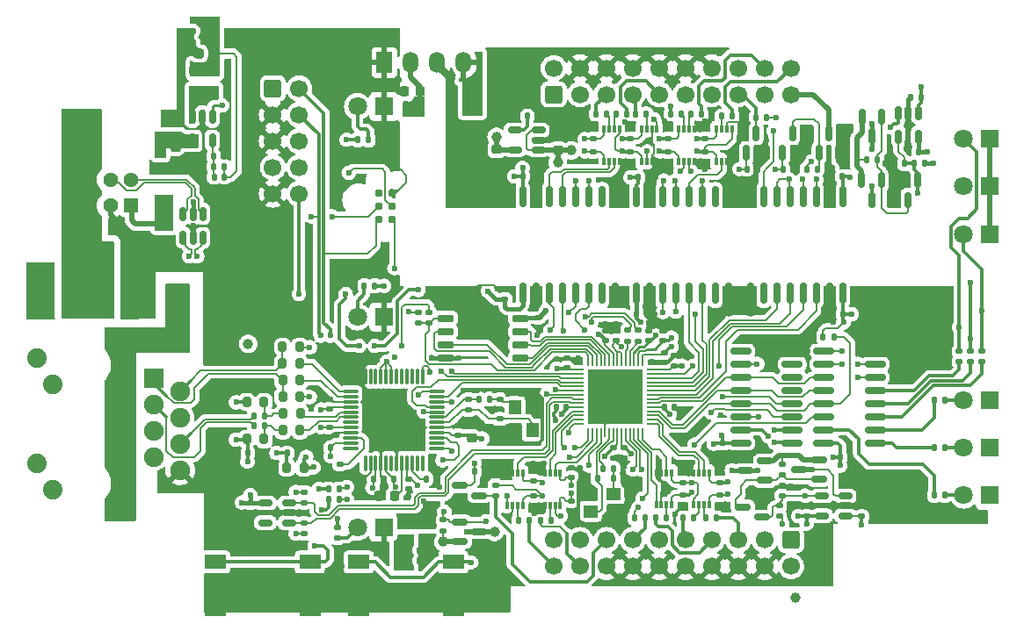
<source format=gtl>
%TF.GenerationSoftware,KiCad,Pcbnew,(6.0.7)*%
%TF.CreationDate,2022-08-15T19:03:41+05:00*%
%TF.ProjectId,RubyLink_revB,52756279-4c69-46e6-9b5f-726576422e6b,rev?*%
%TF.SameCoordinates,Original*%
%TF.FileFunction,Copper,L1,Top*%
%TF.FilePolarity,Positive*%
%FSLAX46Y46*%
G04 Gerber Fmt 4.6, Leading zero omitted, Abs format (unit mm)*
G04 Created by KiCad (PCBNEW (6.0.7)) date 2022-08-15 19:03:41*
%MOMM*%
%LPD*%
G01*
G04 APERTURE LIST*
G04 Aperture macros list*
%AMRoundRect*
0 Rectangle with rounded corners*
0 $1 Rounding radius*
0 $2 $3 $4 $5 $6 $7 $8 $9 X,Y pos of 4 corners*
0 Add a 4 corners polygon primitive as box body*
4,1,4,$2,$3,$4,$5,$6,$7,$8,$9,$2,$3,0*
0 Add four circle primitives for the rounded corners*
1,1,$1+$1,$2,$3*
1,1,$1+$1,$4,$5*
1,1,$1+$1,$6,$7*
1,1,$1+$1,$8,$9*
0 Add four rect primitives between the rounded corners*
20,1,$1+$1,$2,$3,$4,$5,0*
20,1,$1+$1,$4,$5,$6,$7,0*
20,1,$1+$1,$6,$7,$8,$9,0*
20,1,$1+$1,$8,$9,$2,$3,0*%
G04 Aperture macros list end*
%TA.AperFunction,SMDPad,CuDef*%
%ADD10RoundRect,0.140000X0.140000X0.170000X-0.140000X0.170000X-0.140000X-0.170000X0.140000X-0.170000X0*%
%TD*%
%TA.AperFunction,SMDPad,CuDef*%
%ADD11RoundRect,0.140000X-0.170000X0.140000X-0.170000X-0.140000X0.170000X-0.140000X0.170000X0.140000X0*%
%TD*%
%TA.AperFunction,SMDPad,CuDef*%
%ADD12RoundRect,0.150000X0.512500X0.150000X-0.512500X0.150000X-0.512500X-0.150000X0.512500X-0.150000X0*%
%TD*%
%TA.AperFunction,SMDPad,CuDef*%
%ADD13RoundRect,0.150000X-0.587500X-0.150000X0.587500X-0.150000X0.587500X0.150000X-0.587500X0.150000X0*%
%TD*%
%TA.AperFunction,SMDPad,CuDef*%
%ADD14R,0.300000X0.800000*%
%TD*%
%TA.AperFunction,SMDPad,CuDef*%
%ADD15RoundRect,0.150000X-0.650000X-0.150000X0.650000X-0.150000X0.650000X0.150000X-0.650000X0.150000X0*%
%TD*%
%TA.AperFunction,SMDPad,CuDef*%
%ADD16RoundRect,0.135000X-0.135000X-0.185000X0.135000X-0.185000X0.135000X0.185000X-0.135000X0.185000X0*%
%TD*%
%TA.AperFunction,SMDPad,CuDef*%
%ADD17RoundRect,0.200000X0.200000X0.275000X-0.200000X0.275000X-0.200000X-0.275000X0.200000X-0.275000X0*%
%TD*%
%TA.AperFunction,SMDPad,CuDef*%
%ADD18RoundRect,0.150000X0.587500X0.150000X-0.587500X0.150000X-0.587500X-0.150000X0.587500X-0.150000X0*%
%TD*%
%TA.AperFunction,SMDPad,CuDef*%
%ADD19RoundRect,0.140000X-0.140000X-0.170000X0.140000X-0.170000X0.140000X0.170000X-0.140000X0.170000X0*%
%TD*%
%TA.AperFunction,SMDPad,CuDef*%
%ADD20RoundRect,0.140000X0.170000X-0.140000X0.170000X0.140000X-0.170000X0.140000X-0.170000X-0.140000X0*%
%TD*%
%TA.AperFunction,SMDPad,CuDef*%
%ADD21RoundRect,0.135000X0.135000X0.185000X-0.135000X0.185000X-0.135000X-0.185000X0.135000X-0.185000X0*%
%TD*%
%TA.AperFunction,ComponentPad*%
%ADD22R,1.800000X1.800000*%
%TD*%
%TA.AperFunction,ComponentPad*%
%ADD23C,1.800000*%
%TD*%
%TA.AperFunction,SMDPad,CuDef*%
%ADD24RoundRect,0.135000X0.185000X-0.135000X0.185000X0.135000X-0.185000X0.135000X-0.185000X-0.135000X0*%
%TD*%
%TA.AperFunction,ComponentPad*%
%ADD25RoundRect,0.250000X0.600000X-0.600000X0.600000X0.600000X-0.600000X0.600000X-0.600000X-0.600000X0*%
%TD*%
%TA.AperFunction,ComponentPad*%
%ADD26C,1.700000*%
%TD*%
%TA.AperFunction,SMDPad,CuDef*%
%ADD27RoundRect,0.150000X0.150000X-0.587500X0.150000X0.587500X-0.150000X0.587500X-0.150000X-0.587500X0*%
%TD*%
%TA.AperFunction,SMDPad,CuDef*%
%ADD28R,1.200000X1.400000*%
%TD*%
%TA.AperFunction,SMDPad,CuDef*%
%ADD29RoundRect,0.135000X-0.185000X0.135000X-0.185000X-0.135000X0.185000X-0.135000X0.185000X0.135000X0*%
%TD*%
%TA.AperFunction,SMDPad,CuDef*%
%ADD30RoundRect,0.150000X-0.150000X0.512500X-0.150000X-0.512500X0.150000X-0.512500X0.150000X0.512500X0*%
%TD*%
%TA.AperFunction,SMDPad,CuDef*%
%ADD31RoundRect,0.225000X0.250000X-0.225000X0.250000X0.225000X-0.250000X0.225000X-0.250000X-0.225000X0*%
%TD*%
%TA.AperFunction,SMDPad,CuDef*%
%ADD32RoundRect,0.150000X0.825000X0.150000X-0.825000X0.150000X-0.825000X-0.150000X0.825000X-0.150000X0*%
%TD*%
%TA.AperFunction,ComponentPad*%
%ADD33R,1.500000X2.000000*%
%TD*%
%TA.AperFunction,ComponentPad*%
%ADD34O,1.500000X2.000000*%
%TD*%
%TA.AperFunction,SMDPad,CuDef*%
%ADD35RoundRect,0.225000X0.225000X0.250000X-0.225000X0.250000X-0.225000X-0.250000X0.225000X-0.250000X0*%
%TD*%
%TA.AperFunction,SMDPad,CuDef*%
%ADD36RoundRect,0.150000X0.150000X-0.875000X0.150000X0.875000X-0.150000X0.875000X-0.150000X-0.875000X0*%
%TD*%
%TA.AperFunction,ComponentPad*%
%ADD37R,1.428000X1.428000*%
%TD*%
%TA.AperFunction,ComponentPad*%
%ADD38C,1.428000*%
%TD*%
%TA.AperFunction,ComponentPad*%
%ADD39C,3.316000*%
%TD*%
%TA.AperFunction,SMDPad,CuDef*%
%ADD40RoundRect,0.150000X0.150000X-0.512500X0.150000X0.512500X-0.150000X0.512500X-0.150000X-0.512500X0*%
%TD*%
%TA.AperFunction,SMDPad,CuDef*%
%ADD41RoundRect,0.150000X-0.150000X0.587500X-0.150000X-0.587500X0.150000X-0.587500X0.150000X0.587500X0*%
%TD*%
%TA.AperFunction,SMDPad,CuDef*%
%ADD42RoundRect,0.050000X-0.387500X-0.050000X0.387500X-0.050000X0.387500X0.050000X-0.387500X0.050000X0*%
%TD*%
%TA.AperFunction,SMDPad,CuDef*%
%ADD43RoundRect,0.050000X-0.050000X-0.387500X0.050000X-0.387500X0.050000X0.387500X-0.050000X0.387500X0*%
%TD*%
%TA.AperFunction,ComponentPad*%
%ADD44C,0.600000*%
%TD*%
%TA.AperFunction,SMDPad,CuDef*%
%ADD45RoundRect,0.144000X-1.456000X-1.456000X1.456000X-1.456000X1.456000X1.456000X-1.456000X1.456000X0*%
%TD*%
%TA.AperFunction,ConnectorPad*%
%ADD46C,0.787400*%
%TD*%
%TA.AperFunction,SMDPad,CuDef*%
%ADD47R,2.100000X1.400000*%
%TD*%
%TA.AperFunction,SMDPad,CuDef*%
%ADD48RoundRect,0.249999X-0.450001X-1.450001X0.450001X-1.450001X0.450001X1.450001X-0.450001X1.450001X0*%
%TD*%
%TA.AperFunction,SMDPad,CuDef*%
%ADD49RoundRect,0.075000X-0.662500X-0.075000X0.662500X-0.075000X0.662500X0.075000X-0.662500X0.075000X0*%
%TD*%
%TA.AperFunction,SMDPad,CuDef*%
%ADD50RoundRect,0.075000X-0.075000X-0.662500X0.075000X-0.662500X0.075000X0.662500X-0.075000X0.662500X0*%
%TD*%
%TA.AperFunction,SMDPad,CuDef*%
%ADD51RoundRect,0.250000X-0.312500X-0.625000X0.312500X-0.625000X0.312500X0.625000X-0.312500X0.625000X0*%
%TD*%
%TA.AperFunction,SMDPad,CuDef*%
%ADD52RoundRect,0.218750X0.381250X-0.218750X0.381250X0.218750X-0.381250X0.218750X-0.381250X-0.218750X0*%
%TD*%
%TA.AperFunction,ComponentPad*%
%ADD53RoundRect,0.250000X-0.600000X0.600000X-0.600000X-0.600000X0.600000X-0.600000X0.600000X0.600000X0*%
%TD*%
%TA.AperFunction,SMDPad,CuDef*%
%ADD54R,1.400000X1.200000*%
%TD*%
%TA.AperFunction,SMDPad,CuDef*%
%ADD55R,2.700000X0.800000*%
%TD*%
%TA.AperFunction,ComponentPad*%
%ADD56C,2.600000*%
%TD*%
%TA.AperFunction,ComponentPad*%
%ADD57C,1.890000*%
%TD*%
%TA.AperFunction,ComponentPad*%
%ADD58R,1.900000X1.900000*%
%TD*%
%TA.AperFunction,ComponentPad*%
%ADD59C,1.900000*%
%TD*%
%TA.AperFunction,ComponentPad*%
%ADD60RoundRect,0.250000X-0.600000X-0.600000X0.600000X-0.600000X0.600000X0.600000X-0.600000X0.600000X0*%
%TD*%
%TA.AperFunction,SMDPad,CuDef*%
%ADD61RoundRect,0.150000X-0.150000X0.875000X-0.150000X-0.875000X0.150000X-0.875000X0.150000X0.875000X0*%
%TD*%
%TA.AperFunction,SMDPad,CuDef*%
%ADD62RoundRect,0.225000X-0.250000X0.225000X-0.250000X-0.225000X0.250000X-0.225000X0.250000X0.225000X0*%
%TD*%
%TA.AperFunction,SMDPad,CuDef*%
%ADD63RoundRect,0.249999X0.450001X1.450001X-0.450001X1.450001X-0.450001X-1.450001X0.450001X-1.450001X0*%
%TD*%
%TA.AperFunction,ViaPad*%
%ADD64C,0.600000*%
%TD*%
%TA.AperFunction,ViaPad*%
%ADD65C,1.000000*%
%TD*%
%TA.AperFunction,Conductor*%
%ADD66C,0.500000*%
%TD*%
%TA.AperFunction,Conductor*%
%ADD67C,0.300000*%
%TD*%
%TA.AperFunction,Conductor*%
%ADD68C,0.200000*%
%TD*%
%TA.AperFunction,Conductor*%
%ADD69C,0.400000*%
%TD*%
%TA.AperFunction,Conductor*%
%ADD70C,0.150000*%
%TD*%
%TA.AperFunction,Conductor*%
%ADD71C,0.250000*%
%TD*%
%TA.AperFunction,Conductor*%
%ADD72C,0.185000*%
%TD*%
%TA.AperFunction,Conductor*%
%ADD73C,0.800000*%
%TD*%
%TA.AperFunction,Conductor*%
%ADD74C,0.175000*%
%TD*%
%TA.AperFunction,Conductor*%
%ADD75C,0.130000*%
%TD*%
G04 APERTURE END LIST*
D10*
X107740000Y-62370000D03*
X106780000Y-62370000D03*
D11*
X145233133Y-88500000D03*
X145233133Y-89460000D03*
D12*
X113997500Y-95720000D03*
X113997500Y-94770000D03*
X113997500Y-93820000D03*
X111722500Y-93820000D03*
X111722500Y-95720000D03*
D13*
X130462500Y-95650000D03*
X130462500Y-97550000D03*
X132337500Y-96600000D03*
D10*
X143713133Y-91480000D03*
X142753133Y-91480000D03*
D14*
X154470000Y-90897500D03*
X153970000Y-90897500D03*
X153470000Y-90897500D03*
X152970000Y-90897500D03*
X152970000Y-93997500D03*
X153470000Y-93997500D03*
X153970000Y-93997500D03*
X154470000Y-93997500D03*
D15*
X129100000Y-75995000D03*
X129100000Y-77265000D03*
X129100000Y-78535000D03*
X129100000Y-79805000D03*
X136300000Y-79805000D03*
X136300000Y-78535000D03*
X136300000Y-77265000D03*
X136300000Y-75995000D03*
D16*
X161590000Y-61600000D03*
X162610000Y-61600000D03*
X176150000Y-93070000D03*
X177170000Y-93070000D03*
D17*
X115050000Y-81970000D03*
X113400000Y-81970000D03*
D18*
X159597500Y-95150000D03*
X159597500Y-93250000D03*
X157722500Y-94200000D03*
D19*
X117020000Y-88500000D03*
X117980000Y-88500000D03*
D20*
X163860000Y-95080000D03*
X163860000Y-94120000D03*
D18*
X159837500Y-91650000D03*
X159837500Y-89750000D03*
X157962500Y-90700000D03*
D20*
X154100000Y-60880000D03*
X154100000Y-59920000D03*
D21*
X122270000Y-72870000D03*
X121250000Y-72870000D03*
D10*
X136980000Y-56500000D03*
X136020000Y-56500000D03*
D17*
X115025000Y-78770000D03*
X113375000Y-78770000D03*
D11*
X154100000Y-57720000D03*
X154100000Y-58680000D03*
D20*
X150500000Y-60880000D03*
X150500000Y-59920000D03*
D22*
X181535000Y-83870000D03*
D23*
X178995000Y-83870000D03*
D20*
X130300000Y-87280000D03*
X130300000Y-86320000D03*
X150033133Y-78160000D03*
X150033133Y-77200000D03*
D17*
X115050000Y-83570000D03*
X113400000Y-83570000D03*
D24*
X146633133Y-78190000D03*
X146633133Y-77170000D03*
D13*
X130462500Y-92150000D03*
X130462500Y-94050000D03*
X132337500Y-93100000D03*
D20*
X143300000Y-60880000D03*
X143300000Y-59920000D03*
D24*
X180760000Y-80180000D03*
X180760000Y-79160000D03*
D10*
X137480000Y-62300000D03*
X136520000Y-62300000D03*
D20*
X151920000Y-91827500D03*
X151920000Y-90867500D03*
D25*
X139500000Y-54400000D03*
D26*
X139500000Y-51860000D03*
X142040000Y-54400000D03*
X142040000Y-51860000D03*
X144580000Y-54400000D03*
X144580000Y-51860000D03*
X147120000Y-54400000D03*
X147120000Y-51860000D03*
X149660000Y-54400000D03*
X149660000Y-51860000D03*
X152200000Y-54400000D03*
X152200000Y-51860000D03*
X154740000Y-54400000D03*
X154740000Y-51860000D03*
X157280000Y-54400000D03*
X157280000Y-51860000D03*
X159820000Y-54400000D03*
X159820000Y-51860000D03*
X162360000Y-54400000D03*
X162360000Y-51860000D03*
D21*
X173270000Y-61070000D03*
X172250000Y-61070000D03*
D20*
X137580000Y-91680000D03*
X137580000Y-90720000D03*
X151133133Y-80560000D03*
X151133133Y-79600000D03*
D27*
X165050000Y-60037500D03*
X166950000Y-60037500D03*
X166000000Y-58162500D03*
D24*
X178560000Y-80180000D03*
X178560000Y-79160000D03*
D22*
X123135000Y-55570000D03*
D23*
X120595000Y-55570000D03*
D22*
X181535000Y-93070000D03*
D23*
X178995000Y-93070000D03*
D10*
X174640000Y-59970000D03*
X173680000Y-59970000D03*
D28*
X135750000Y-84600000D03*
X135750000Y-86800000D03*
X137450000Y-86800000D03*
X137450000Y-84600000D03*
D27*
X161550000Y-60037500D03*
X163450000Y-60037500D03*
X162500000Y-58162500D03*
D16*
X154140000Y-95250000D03*
X155160000Y-95250000D03*
D29*
X127500000Y-75440000D03*
X127500000Y-76460000D03*
D27*
X158050000Y-60037500D03*
X159950000Y-60037500D03*
X159000000Y-58162500D03*
D30*
X106610000Y-56532500D03*
X105660000Y-56532500D03*
X104710000Y-56532500D03*
X104710000Y-58807500D03*
X106610000Y-58807500D03*
D22*
X123135000Y-75870000D03*
D23*
X120595000Y-75870000D03*
D31*
X131600000Y-87575000D03*
X131600000Y-86025000D03*
D16*
X138190000Y-95500000D03*
X139210000Y-95500000D03*
X176150000Y-88470000D03*
X177170000Y-88470000D03*
D31*
X103060000Y-61045000D03*
X103060000Y-59495000D03*
D20*
X117900000Y-87480000D03*
X117900000Y-86520000D03*
D21*
X150360000Y-95250000D03*
X149340000Y-95250000D03*
D32*
X162475000Y-88045000D03*
X162475000Y-86775000D03*
X162475000Y-85505000D03*
X162475000Y-84235000D03*
X162475000Y-82965000D03*
X162475000Y-81695000D03*
X162475000Y-80425000D03*
X162475000Y-79155000D03*
X157525000Y-79155000D03*
X157525000Y-80425000D03*
X157525000Y-81695000D03*
X157525000Y-82965000D03*
X157525000Y-84235000D03*
X157525000Y-85505000D03*
X157525000Y-86775000D03*
X157525000Y-88045000D03*
D24*
X147633133Y-78190000D03*
X147633133Y-77170000D03*
D20*
X146233133Y-89460000D03*
X146233133Y-88500000D03*
D16*
X176150000Y-83870000D03*
X177170000Y-83870000D03*
D19*
X123120000Y-91500000D03*
X124080000Y-91500000D03*
D33*
X123197500Y-51337500D03*
D34*
X125737500Y-51337500D03*
X128277500Y-51337500D03*
X130817500Y-51337500D03*
D11*
X138000000Y-75920000D03*
X138000000Y-76880000D03*
D20*
X155520000Y-94027500D03*
X155520000Y-93067500D03*
D17*
X111585000Y-87670000D03*
X109935000Y-87670000D03*
D11*
X146900000Y-57720000D03*
X146900000Y-58680000D03*
D17*
X115050000Y-86800000D03*
X113400000Y-86800000D03*
D16*
X145490000Y-56300000D03*
X146510000Y-56300000D03*
D35*
X124175000Y-93170000D03*
X122625000Y-93170000D03*
D11*
X155730000Y-88080000D03*
X155730000Y-89040000D03*
D21*
X144610000Y-56300000D03*
X143590000Y-56300000D03*
D36*
X136530000Y-73580000D03*
X137800000Y-73580000D03*
X139070000Y-73580000D03*
X140340000Y-73580000D03*
X141610000Y-73580000D03*
X142880000Y-73580000D03*
X144150000Y-73580000D03*
X145420000Y-73580000D03*
X145420000Y-64280000D03*
X144150000Y-64280000D03*
X142880000Y-64280000D03*
X141610000Y-64280000D03*
X140340000Y-64280000D03*
X139070000Y-64280000D03*
X137800000Y-64280000D03*
X136530000Y-64280000D03*
D21*
X145243133Y-90480000D03*
X144223133Y-90480000D03*
D22*
X181535000Y-58670000D03*
D23*
X178995000Y-58670000D03*
D37*
X98813000Y-65120000D03*
D38*
X98813000Y-62620000D03*
X96813000Y-62620000D03*
X96813000Y-65120000D03*
D39*
X94103000Y-69890000D03*
X94103000Y-57850000D03*
D16*
X169639511Y-60719511D03*
X170659511Y-60719511D03*
D14*
X150870000Y-90897500D03*
X150370000Y-90897500D03*
X149870000Y-90897500D03*
X149370000Y-90897500D03*
X149370000Y-93997500D03*
X149870000Y-93997500D03*
X150370000Y-93997500D03*
X150870000Y-93997500D03*
D20*
X141200000Y-91380000D03*
X141200000Y-90420000D03*
D40*
X103810000Y-68207500D03*
X104760000Y-68207500D03*
X105710000Y-68207500D03*
X105710000Y-65932500D03*
X104760000Y-65932500D03*
X103810000Y-65932500D03*
D41*
X171059511Y-62682011D03*
X169159511Y-62682011D03*
X170109511Y-64557011D03*
D20*
X125500000Y-92480000D03*
X125500000Y-91520000D03*
D19*
X121220000Y-91500000D03*
X122180000Y-91500000D03*
D30*
X174610000Y-56195000D03*
X173660000Y-56195000D03*
X172710000Y-56195000D03*
X172710000Y-58470000D03*
X174610000Y-58470000D03*
D29*
X128860000Y-95460000D03*
X128860000Y-96480000D03*
D31*
X127160000Y-97345000D03*
X127160000Y-95795000D03*
D12*
X167597500Y-95050000D03*
X167597500Y-94100000D03*
X167597500Y-93150000D03*
X165322500Y-93150000D03*
X165322500Y-95050000D03*
D19*
X110045000Y-89000000D03*
X111005000Y-89000000D03*
D14*
X140130000Y-90947500D03*
X139630000Y-90947500D03*
X139130000Y-90947500D03*
X138630000Y-90947500D03*
X138630000Y-94047500D03*
X139130000Y-94047500D03*
X139630000Y-94047500D03*
X140130000Y-94047500D03*
D10*
X148580000Y-62400000D03*
X147620000Y-62400000D03*
D21*
X148410000Y-56300000D03*
X147390000Y-56300000D03*
D29*
X169160000Y-94090000D03*
X169160000Y-95110000D03*
D17*
X115425000Y-90400000D03*
X113775000Y-90400000D03*
D11*
X148633133Y-77200000D03*
X148633133Y-78160000D03*
D24*
X115460000Y-96780000D03*
X115460000Y-95760000D03*
D42*
X141995633Y-80980000D03*
X141995633Y-81380000D03*
X141995633Y-81780000D03*
X141995633Y-82180000D03*
X141995633Y-82580000D03*
X141995633Y-82980000D03*
X141995633Y-83380000D03*
X141995633Y-83780000D03*
X141995633Y-84180000D03*
X141995633Y-84580000D03*
X141995633Y-84980000D03*
X141995633Y-85380000D03*
X141995633Y-85780000D03*
X141995633Y-86180000D03*
D43*
X142833133Y-87017500D03*
X143233133Y-87017500D03*
X143633133Y-87017500D03*
X144033133Y-87017500D03*
X144433133Y-87017500D03*
X144833133Y-87017500D03*
X145233133Y-87017500D03*
X145633133Y-87017500D03*
X146033133Y-87017500D03*
X146433133Y-87017500D03*
X146833133Y-87017500D03*
X147233133Y-87017500D03*
X147633133Y-87017500D03*
X148033133Y-87017500D03*
D42*
X148870633Y-86180000D03*
X148870633Y-85780000D03*
X148870633Y-85380000D03*
X148870633Y-84980000D03*
X148870633Y-84580000D03*
X148870633Y-84180000D03*
X148870633Y-83780000D03*
X148870633Y-83380000D03*
X148870633Y-82980000D03*
X148870633Y-82580000D03*
X148870633Y-82180000D03*
X148870633Y-81780000D03*
X148870633Y-81380000D03*
X148870633Y-80980000D03*
D43*
X148033133Y-80142500D03*
X147633133Y-80142500D03*
X147233133Y-80142500D03*
X146833133Y-80142500D03*
X146433133Y-80142500D03*
X146033133Y-80142500D03*
X145633133Y-80142500D03*
X145233133Y-80142500D03*
X144833133Y-80142500D03*
X144433133Y-80142500D03*
X144033133Y-80142500D03*
X143633133Y-80142500D03*
X143233133Y-80142500D03*
X142833133Y-80142500D03*
D44*
X145433133Y-84855000D03*
D45*
X145433133Y-83580000D03*
D44*
X145433133Y-83580000D03*
X146708133Y-83580000D03*
X144158133Y-84855000D03*
X144158133Y-83580000D03*
X146708133Y-84855000D03*
X145433133Y-82305000D03*
X144158133Y-82305000D03*
X146708133Y-82305000D03*
D46*
X123895000Y-66490000D03*
X122625000Y-66490000D03*
X123895000Y-65220000D03*
X122625000Y-65220000D03*
X123895000Y-63950000D03*
X122625000Y-63950000D03*
D19*
X127220000Y-91500000D03*
X128180000Y-91500000D03*
D21*
X164910000Y-61600000D03*
X163890000Y-61600000D03*
D18*
X165037500Y-91550000D03*
X165037500Y-89650000D03*
X163162500Y-90600000D03*
D29*
X118660000Y-96160000D03*
X118660000Y-97180000D03*
D14*
X147950000Y-60850000D03*
X148450000Y-60850000D03*
X148950000Y-60850000D03*
X149450000Y-60850000D03*
X149450000Y-57750000D03*
X148950000Y-57750000D03*
X148450000Y-57750000D03*
X147950000Y-57750000D03*
X151550000Y-60850000D03*
X152050000Y-60850000D03*
X152550000Y-60850000D03*
X153050000Y-60850000D03*
X153050000Y-57750000D03*
X152550000Y-57750000D03*
X152050000Y-57750000D03*
X151550000Y-57750000D03*
D17*
X111585000Y-84070000D03*
X109935000Y-84070000D03*
D10*
X148455000Y-75580000D03*
X147495000Y-75580000D03*
D16*
X165450000Y-77770000D03*
X166470000Y-77770000D03*
D14*
X136530000Y-90947500D03*
X136030000Y-90947500D03*
X135530000Y-90947500D03*
X135030000Y-90947500D03*
X135030000Y-94047500D03*
X135530000Y-94047500D03*
X136030000Y-94047500D03*
X136530000Y-94047500D03*
D19*
X150153133Y-84580000D03*
X151113133Y-84580000D03*
D20*
X141200000Y-94580000D03*
X141200000Y-93620000D03*
D11*
X150500000Y-57720000D03*
X150500000Y-58680000D03*
D20*
X155520000Y-91827500D03*
X155520000Y-90867500D03*
D47*
X116010000Y-104020000D03*
X106910000Y-104020000D03*
X116010000Y-99520000D03*
X106910000Y-99520000D03*
D24*
X131300000Y-84810000D03*
X131300000Y-83790000D03*
D21*
X137120000Y-95500000D03*
X136100000Y-95500000D03*
D20*
X145533133Y-78160000D03*
X145533133Y-77200000D03*
D14*
X144350000Y-60850000D03*
X144850000Y-60850000D03*
X145350000Y-60850000D03*
X145850000Y-60850000D03*
X145850000Y-57750000D03*
X145350000Y-57750000D03*
X144850000Y-57750000D03*
X144350000Y-57750000D03*
D11*
X144533133Y-77200000D03*
X144533133Y-78160000D03*
D48*
X90210000Y-74270000D03*
X94310000Y-74270000D03*
D49*
X119937500Y-83050000D03*
X119937500Y-83550000D03*
X119937500Y-84050000D03*
X119937500Y-84550000D03*
X119937500Y-85050000D03*
X119937500Y-85550000D03*
X119937500Y-86050000D03*
X119937500Y-86550000D03*
X119937500Y-87050000D03*
X119937500Y-87550000D03*
X119937500Y-88050000D03*
X119937500Y-88550000D03*
D50*
X121350000Y-89962500D03*
X121850000Y-89962500D03*
X122350000Y-89962500D03*
X122850000Y-89962500D03*
X123350000Y-89962500D03*
X123850000Y-89962500D03*
X124350000Y-89962500D03*
X124850000Y-89962500D03*
X125350000Y-89962500D03*
X125850000Y-89962500D03*
X126350000Y-89962500D03*
X126850000Y-89962500D03*
D49*
X128262500Y-88550000D03*
X128262500Y-88050000D03*
X128262500Y-87550000D03*
X128262500Y-87050000D03*
X128262500Y-86550000D03*
X128262500Y-86050000D03*
X128262500Y-85550000D03*
X128262500Y-85050000D03*
X128262500Y-84550000D03*
X128262500Y-84050000D03*
X128262500Y-83550000D03*
X128262500Y-83050000D03*
D50*
X126850000Y-81637500D03*
X126350000Y-81637500D03*
X125850000Y-81637500D03*
X125350000Y-81637500D03*
X124850000Y-81637500D03*
X124350000Y-81637500D03*
X123850000Y-81637500D03*
X123350000Y-81637500D03*
X122850000Y-81637500D03*
X122350000Y-81637500D03*
X121850000Y-81637500D03*
X121350000Y-81637500D03*
D29*
X118900000Y-90090000D03*
X118900000Y-91110000D03*
D22*
X123135000Y-96170000D03*
D23*
X120595000Y-96170000D03*
D31*
X139900000Y-59775000D03*
X139900000Y-58225000D03*
D16*
X106750000Y-60360000D03*
X107770000Y-60360000D03*
X120650000Y-58770000D03*
X121670000Y-58770000D03*
X173850000Y-54670000D03*
X174870000Y-54670000D03*
D21*
X160010000Y-56600000D03*
X158990000Y-56600000D03*
D35*
X131335000Y-54070000D03*
X129785000Y-54070000D03*
D51*
X96397500Y-74270000D03*
X99322500Y-74270000D03*
D24*
X179660000Y-80180000D03*
X179660000Y-79160000D03*
D35*
X126635000Y-54070000D03*
X125085000Y-54070000D03*
D29*
X115460000Y-92760000D03*
X115460000Y-93780000D03*
D19*
X166420000Y-75630000D03*
X167380000Y-75630000D03*
D21*
X118810000Y-92470000D03*
X117790000Y-92470000D03*
D35*
X106885000Y-50470000D03*
X105335000Y-50470000D03*
D11*
X134300000Y-83820000D03*
X134300000Y-84780000D03*
D52*
X125360000Y-97432500D03*
X125360000Y-95307500D03*
D22*
X181535000Y-63270000D03*
D23*
X178995000Y-63270000D03*
D29*
X126450000Y-75440000D03*
X126450000Y-76460000D03*
D10*
X114780000Y-89000000D03*
X113820000Y-89000000D03*
D36*
X147455000Y-73580000D03*
X148725000Y-73580000D03*
X149995000Y-73580000D03*
X151265000Y-73580000D03*
X152535000Y-73580000D03*
X153805000Y-73580000D03*
X155075000Y-73580000D03*
X156345000Y-73580000D03*
X156345000Y-64280000D03*
X155075000Y-64280000D03*
X153805000Y-64280000D03*
X152535000Y-64280000D03*
X151265000Y-64280000D03*
X149995000Y-64280000D03*
X148725000Y-64280000D03*
X147455000Y-64280000D03*
D21*
X175270000Y-61070000D03*
X174250000Y-61070000D03*
D29*
X161500000Y-90090000D03*
X161500000Y-91110000D03*
D17*
X115085000Y-85170000D03*
X113435000Y-85170000D03*
D21*
X151800000Y-56300000D03*
X150780000Y-56300000D03*
X133310000Y-83800000D03*
X132290000Y-83800000D03*
D19*
X166320000Y-62330000D03*
X167280000Y-62330000D03*
D53*
X162360000Y-97390000D03*
D26*
X162360000Y-99930000D03*
X159820000Y-97390000D03*
X159820000Y-99930000D03*
X157280000Y-97390000D03*
X157280000Y-99930000D03*
X154740000Y-97390000D03*
X154740000Y-99930000D03*
X152200000Y-97390000D03*
X152200000Y-99930000D03*
X149660000Y-97390000D03*
X149660000Y-99930000D03*
X147120000Y-97390000D03*
X147120000Y-99930000D03*
X144580000Y-97390000D03*
X144580000Y-99930000D03*
X142040000Y-97390000D03*
X142040000Y-99930000D03*
X139500000Y-97390000D03*
X139500000Y-99930000D03*
D10*
X140713133Y-84580000D03*
X139753133Y-84580000D03*
D24*
X161260000Y-95110000D03*
X161260000Y-94090000D03*
D54*
X145233133Y-92930000D03*
X143033133Y-92930000D03*
X143033133Y-94630000D03*
X145233133Y-94630000D03*
D19*
X167120000Y-89400000D03*
X168080000Y-89400000D03*
D16*
X131890000Y-90800000D03*
X132910000Y-90800000D03*
D55*
X105760000Y-54270000D03*
X105760000Y-52070000D03*
D11*
X134300000Y-85720000D03*
X134300000Y-86680000D03*
D21*
X153710000Y-56300000D03*
X152690000Y-56300000D03*
D32*
X170475000Y-88045000D03*
X170475000Y-86775000D03*
X170475000Y-85505000D03*
X170475000Y-84235000D03*
X170475000Y-82965000D03*
X170475000Y-81695000D03*
X170475000Y-80425000D03*
X170475000Y-79155000D03*
X165525000Y-79155000D03*
X165525000Y-80425000D03*
X165525000Y-81695000D03*
X165525000Y-82965000D03*
X165525000Y-84235000D03*
X165525000Y-85505000D03*
X165525000Y-86775000D03*
X165525000Y-88045000D03*
D56*
X97680000Y-93975000D03*
X97680000Y-78425000D03*
D57*
X91250000Y-92525000D03*
X89730000Y-89985000D03*
X91250000Y-82415000D03*
X89730000Y-79875000D03*
D58*
X100970000Y-81755000D03*
D59*
X103510000Y-83025000D03*
X100970000Y-84295000D03*
X103510000Y-85565000D03*
X100970000Y-86835000D03*
X103510000Y-88105000D03*
X100970000Y-89375000D03*
X103510000Y-90645000D03*
D20*
X151920000Y-94027500D03*
X151920000Y-93067500D03*
D60*
X112447500Y-53820000D03*
D26*
X114987500Y-53820000D03*
X112447500Y-56360000D03*
X114987500Y-56360000D03*
X112447500Y-58900000D03*
X114987500Y-58900000D03*
X112447500Y-61440000D03*
X114987500Y-61440000D03*
X112447500Y-63980000D03*
X114987500Y-63980000D03*
D11*
X110260000Y-93790000D03*
X110260000Y-94750000D03*
D61*
X167345000Y-64280000D03*
X166075000Y-64280000D03*
X164805000Y-64280000D03*
X163535000Y-64280000D03*
X162265000Y-64280000D03*
X160995000Y-64280000D03*
X159725000Y-64280000D03*
X158455000Y-64280000D03*
X158455000Y-73580000D03*
X159725000Y-73580000D03*
X160995000Y-73580000D03*
X162265000Y-73580000D03*
X163535000Y-73580000D03*
X164805000Y-73580000D03*
X166075000Y-73580000D03*
X167345000Y-73580000D03*
D21*
X152960000Y-95250000D03*
X151940000Y-95250000D03*
D62*
X101860000Y-66895000D03*
X101860000Y-68445000D03*
D20*
X137580000Y-94077500D03*
X137580000Y-93117500D03*
D17*
X115025000Y-80370000D03*
X113375000Y-80370000D03*
D19*
X145253133Y-91480000D03*
X146213133Y-91480000D03*
D22*
X181535000Y-67870000D03*
D23*
X178995000Y-67870000D03*
D63*
X107910000Y-74470000D03*
X103810000Y-74470000D03*
D11*
X150133133Y-79300000D03*
X150133133Y-80260000D03*
D22*
X181535000Y-88470000D03*
D23*
X178995000Y-88470000D03*
D16*
X158090000Y-61600000D03*
X159110000Y-61600000D03*
D41*
X174559511Y-62682011D03*
X172659511Y-62682011D03*
X173609511Y-64557011D03*
D16*
X117790000Y-93500000D03*
X118810000Y-93500000D03*
D62*
X134000000Y-59725000D03*
X134000000Y-61275000D03*
D21*
X107770000Y-61370000D03*
X106750000Y-61370000D03*
D19*
X110645000Y-86400000D03*
X111605000Y-86400000D03*
X110645000Y-85400000D03*
X111605000Y-85400000D03*
D11*
X143300000Y-57720000D03*
X143300000Y-58680000D03*
D29*
X133900000Y-92090000D03*
X133900000Y-93110000D03*
D11*
X134800000Y-73200000D03*
X134800000Y-74160000D03*
D24*
X161500000Y-93110000D03*
X161500000Y-92090000D03*
D11*
X117900000Y-83820000D03*
X117900000Y-84780000D03*
D20*
X146900000Y-60880000D03*
X146900000Y-59920000D03*
D21*
X156710000Y-56500000D03*
X155690000Y-56500000D03*
D12*
X138037500Y-59750000D03*
X138037500Y-58800000D03*
X138037500Y-57850000D03*
X135762500Y-57850000D03*
X135762500Y-59750000D03*
D41*
X171099511Y-56532500D03*
X169199511Y-56532500D03*
X170149511Y-58407500D03*
D47*
X129822500Y-104020000D03*
X120722500Y-104020000D03*
X129822500Y-99520000D03*
X120722500Y-99520000D03*
D16*
X147250000Y-95270000D03*
X148270000Y-95270000D03*
D14*
X155150000Y-60850000D03*
X155650000Y-60850000D03*
X156150000Y-60850000D03*
X156650000Y-60850000D03*
X156650000Y-57750000D03*
X156150000Y-57750000D03*
X155650000Y-57750000D03*
X155150000Y-57750000D03*
D20*
X140733133Y-80780000D03*
X140733133Y-79820000D03*
D64*
X114760000Y-88170000D03*
X114060000Y-70120000D03*
X111060000Y-90870000D03*
X175560000Y-73370000D03*
X176060000Y-94970000D03*
X107060000Y-90870000D03*
X133060000Y-103870000D03*
X120400000Y-91500000D03*
X137560000Y-89970000D03*
X103660000Y-48270000D03*
X108060000Y-54470000D03*
X165660000Y-75570000D03*
X136360000Y-83270000D03*
X121560000Y-60370000D03*
X142260000Y-95870000D03*
X127810000Y-73270000D03*
X133860000Y-82970000D03*
X109060000Y-90870000D03*
X172060000Y-75370000D03*
X123060000Y-103870000D03*
X111060000Y-103870000D03*
X134300000Y-87710000D03*
X116260000Y-88470000D03*
X131260000Y-77570000D03*
X107810000Y-59370000D03*
X111560000Y-74770000D03*
X108060000Y-58370000D03*
X150000000Y-76500000D03*
X104160000Y-61070000D03*
X109810000Y-57370000D03*
X130400000Y-79800000D03*
X125060000Y-103870000D03*
X155560000Y-90100000D03*
X146400000Y-74700000D03*
X123060000Y-71170000D03*
X103660000Y-51570000D03*
X109310000Y-75370000D03*
X127060000Y-103870000D03*
X177560000Y-75370000D03*
X142000000Y-90400000D03*
X132060000Y-100370000D03*
X99360000Y-72670000D03*
X101560000Y-70370000D03*
X117100000Y-87500000D03*
X107060000Y-97870000D03*
X168560000Y-77370000D03*
X139635000Y-85845000D03*
X145500000Y-76500000D03*
X172060000Y-73370000D03*
X105760000Y-57720000D03*
X113060000Y-97870000D03*
X111060000Y-89870000D03*
X170060000Y-94100000D03*
X119060000Y-99870000D03*
X164810000Y-76620000D03*
X120310000Y-49870000D03*
X108060000Y-49370000D03*
X164660000Y-94070000D03*
X149200000Y-75600000D03*
X164000000Y-79200000D03*
X168100000Y-90200000D03*
X120310000Y-51370000D03*
X135560000Y-101370000D03*
X137660000Y-83270000D03*
X111060000Y-101800000D03*
X175560000Y-75370000D03*
X119560000Y-60370000D03*
X154060000Y-85870000D03*
X169060000Y-90870000D03*
X173860000Y-73370000D03*
X119810000Y-81870000D03*
X130760000Y-82970000D03*
X147055921Y-91919500D03*
X150000000Y-93000000D03*
X115560000Y-77370000D03*
X168860000Y-79170000D03*
X121560000Y-86870000D03*
X115560000Y-75120000D03*
X173860000Y-75370000D03*
X97460000Y-66670000D03*
X108560000Y-76870000D03*
X141200000Y-95300000D03*
X103360000Y-70370000D03*
X160900000Y-79100000D03*
X154900000Y-89100000D03*
X132600000Y-86100000D03*
X135000000Y-89900000D03*
X104760000Y-67070000D03*
X102460000Y-71270000D03*
X107060000Y-82120000D03*
X98310000Y-72670000D03*
X108560000Y-69670000D03*
X105760000Y-60070000D03*
X107060000Y-71870000D03*
X124360000Y-88470000D03*
X123860000Y-53970000D03*
X98360000Y-71570000D03*
X135060000Y-83270000D03*
X146460000Y-95870000D03*
X115060000Y-101870000D03*
X121810000Y-48370000D03*
X112810000Y-75170000D03*
X108560000Y-71870000D03*
X123060000Y-48370000D03*
X159560000Y-79120000D03*
X148660000Y-76470000D03*
X109060000Y-97870000D03*
X112810000Y-66370000D03*
X123560000Y-83370000D03*
X133310000Y-99370000D03*
X107060000Y-92870000D03*
X123260000Y-92370000D03*
X134260000Y-77570000D03*
X156300000Y-94000000D03*
X111810000Y-79370000D03*
X133560000Y-84800000D03*
X115260000Y-94770000D03*
X109810000Y-55370000D03*
X123560000Y-85120000D03*
X107310000Y-57720000D03*
X109810000Y-61370000D03*
X134560000Y-98120000D03*
X115060000Y-97870000D03*
X107060000Y-101870000D03*
X108260000Y-86870000D03*
X102460000Y-69470000D03*
X137860000Y-77670000D03*
X127700000Y-79800000D03*
X137600000Y-94800000D03*
X107760000Y-63370000D03*
X114060000Y-75170000D03*
X124310000Y-59620000D03*
X148960000Y-80170000D03*
X146560000Y-94270000D03*
X102460000Y-70370000D03*
X103660000Y-50470000D03*
X108260000Y-84870000D03*
X103360000Y-69470000D03*
X119060000Y-103870000D03*
X133060000Y-98120000D03*
X132760000Y-77570000D03*
X124560000Y-52970000D03*
X158460000Y-92670000D03*
X114060000Y-67620000D03*
X166400000Y-76400000D03*
X109810000Y-82120000D03*
X120310000Y-48370000D03*
X106660000Y-67070000D03*
X137800000Y-75100000D03*
X172060000Y-77370000D03*
X155560000Y-85370000D03*
X133460000Y-86570000D03*
X141860000Y-79870000D03*
X91060000Y-71620000D03*
X138600000Y-90000000D03*
X124310000Y-48370000D03*
X156500000Y-89100000D03*
X110260000Y-95470000D03*
X152900000Y-89900000D03*
X121560000Y-85120000D03*
X121560000Y-83370000D03*
X104760000Y-48270000D03*
X109460000Y-94770000D03*
X146300000Y-90300000D03*
X103660000Y-52670000D03*
X163060000Y-94070000D03*
X151860000Y-90100000D03*
X109060000Y-103870000D03*
X151160000Y-94870000D03*
X112810000Y-77370000D03*
X101560000Y-71270000D03*
X103360000Y-71270000D03*
X118260000Y-71870000D03*
X139800000Y-79950000D03*
X109810000Y-59370000D03*
X103610000Y-57270000D03*
X121810000Y-49870000D03*
X118060000Y-91170000D03*
X105160000Y-62070000D03*
X124310000Y-61120000D03*
X111560000Y-66370000D03*
X152060000Y-87870000D03*
X99360000Y-71570000D03*
X98310000Y-75620000D03*
X125500000Y-93200000D03*
X129060000Y-73270000D03*
X126560000Y-98370000D03*
X146560000Y-93070000D03*
X151860000Y-84770000D03*
X105160000Y-61070000D03*
X178260000Y-94970000D03*
D65*
X156350000Y-75350000D03*
D64*
X104760000Y-49370000D03*
X101560000Y-69470000D03*
X89060000Y-71620000D03*
X109060000Y-92870000D03*
X114060000Y-66370000D03*
X177160000Y-94970000D03*
X110660000Y-73870000D03*
X133700000Y-90800000D03*
D65*
X158450000Y-75350000D03*
D64*
X170060000Y-73370000D03*
X151900000Y-79600000D03*
X109060000Y-80120000D03*
X132160000Y-82970000D03*
X123560000Y-86870000D03*
X117100000Y-83800000D03*
X98310000Y-67620000D03*
X107060000Y-86870000D03*
X111560000Y-67620000D03*
X169160000Y-93300000D03*
X127560000Y-98370000D03*
X123060000Y-59620000D03*
X108060000Y-51870000D03*
X107060000Y-84870000D03*
X128460000Y-92300000D03*
X112810000Y-67620000D03*
X109060000Y-101870000D03*
X107060000Y-76870000D03*
X114060000Y-68870000D03*
X123160000Y-52970000D03*
X120360000Y-71170000D03*
X113060000Y-103870000D03*
X107060000Y-80120000D03*
X123160000Y-88470000D03*
X98310000Y-68620000D03*
X108060000Y-52870000D03*
X144500000Y-76500000D03*
X162360000Y-92200000D03*
X107060000Y-69670000D03*
X99310000Y-75620000D03*
X134060000Y-73170000D03*
X108060000Y-56370000D03*
X153060000Y-86870000D03*
X103660000Y-49370000D03*
D65*
X132500000Y-94300000D03*
D64*
X130310000Y-73270000D03*
X149600000Y-89900000D03*
X126560000Y-99370000D03*
X131810000Y-73270000D03*
X172000000Y-79100000D03*
X90060000Y-71620000D03*
X110060000Y-76870000D03*
X135100000Y-95100000D03*
X177560000Y-73370000D03*
X109810000Y-63370000D03*
X101360000Y-60270000D03*
X101360000Y-59270000D03*
X101360000Y-64470000D03*
X163060000Y-95070000D03*
X103560000Y-58270000D03*
X107560000Y-55470000D03*
X101360000Y-65670000D03*
D65*
X110060000Y-78470000D03*
D64*
X104760000Y-64770000D03*
X101360000Y-58270000D03*
X126660000Y-56270000D03*
X102460000Y-58270000D03*
X102560000Y-64470000D03*
X125260000Y-56270000D03*
D65*
X162760000Y-102970000D03*
D64*
X126660000Y-55270000D03*
X125260000Y-55270000D03*
X102560000Y-65670000D03*
X163860000Y-95800000D03*
X112800000Y-89000000D03*
X108900000Y-87700000D03*
X108900000Y-84100000D03*
X110000000Y-89800000D03*
X135000000Y-93100000D03*
X141200000Y-92100000D03*
X168200000Y-75600000D03*
X164400000Y-90600000D03*
X167100000Y-90200000D03*
X105860000Y-47170000D03*
X125560000Y-98870000D03*
X139800000Y-80850000D03*
X167300000Y-80400000D03*
X133160000Y-73370000D03*
X125560000Y-99870000D03*
X150860000Y-77870000D03*
X109460000Y-93770000D03*
X124560000Y-98870000D03*
X167400000Y-76400000D03*
X132600000Y-87600000D03*
X151860000Y-80570000D03*
D65*
X128860000Y-97570000D03*
D64*
X152800000Y-91900000D03*
X105860000Y-48270000D03*
X155700000Y-87300000D03*
X106960000Y-48270000D03*
X144433133Y-89280000D03*
X138760000Y-75270000D03*
X110260000Y-93070000D03*
X166400000Y-89400000D03*
X114660000Y-92770000D03*
X147860000Y-76370000D03*
X105860000Y-49370000D03*
X124560000Y-99870000D03*
X138400000Y-91900000D03*
X125560000Y-75370000D03*
X124160000Y-71170000D03*
X106960000Y-47170000D03*
X114660000Y-96770000D03*
X156300000Y-91800000D03*
X159100000Y-80400000D03*
X150860000Y-78770000D03*
X146033133Y-78780000D03*
X154900000Y-88100000D03*
X106960000Y-49370000D03*
X123400000Y-80200000D03*
X150673555Y-85258771D03*
X140250000Y-85250000D03*
X146960000Y-89070000D03*
X143823763Y-77584363D03*
X149333133Y-77680000D03*
X169160000Y-95900000D03*
X159160000Y-90670000D03*
X141200000Y-92900000D03*
X138400000Y-93100000D03*
X152800000Y-92800000D03*
X156660000Y-90670000D03*
X156300000Y-93000000D03*
X173660000Y-57470000D03*
X142800000Y-57100000D03*
X130560000Y-58370000D03*
X129460000Y-57170000D03*
D65*
X141200000Y-58300000D03*
X129760000Y-62870000D03*
X135060000Y-64870000D03*
D64*
X146385000Y-57095000D03*
X166300000Y-61500000D03*
D65*
X136060000Y-55370000D03*
D64*
X137500000Y-61500000D03*
X142460000Y-60870000D03*
D65*
X129760000Y-64870000D03*
D64*
X130560000Y-59370000D03*
X150200000Y-57000000D03*
X154105249Y-57010869D03*
D65*
X133060000Y-64870000D03*
X133060000Y-62870000D03*
D64*
X158400000Y-62700000D03*
X150500000Y-61700000D03*
X129460000Y-60370000D03*
X145400000Y-62700000D03*
X156400000Y-62700000D03*
X129460000Y-55170000D03*
X154100000Y-61600000D03*
X130560000Y-60370000D03*
X129460000Y-58370000D03*
X129560000Y-59370000D03*
X129460000Y-56170000D03*
X173560000Y-59070000D03*
X149300000Y-62400000D03*
X157860000Y-56670000D03*
D65*
X135060000Y-56470000D03*
D64*
X138200000Y-62300000D03*
X171460000Y-61019511D03*
X160000000Y-58800000D03*
X156700000Y-59900000D03*
D65*
X139900000Y-57000000D03*
D64*
X163500000Y-58800000D03*
X172709511Y-63919511D03*
X175460000Y-59970000D03*
X132360000Y-55170000D03*
X132360000Y-56170000D03*
D65*
X141200000Y-59800000D03*
D64*
X132360000Y-53170000D03*
X130960000Y-55170000D03*
D65*
X139900000Y-61000000D03*
D64*
X132360000Y-54170000D03*
X130960000Y-56170000D03*
X170109511Y-59719511D03*
X142500000Y-58700000D03*
X160900000Y-56600000D03*
X149700000Y-58700000D03*
X153300000Y-58700000D03*
X146100000Y-58670000D03*
X170109511Y-57219511D03*
X174860000Y-53670000D03*
X153300000Y-59900000D03*
X135700000Y-62300000D03*
X168000000Y-62400000D03*
X142500000Y-59900000D03*
X146900000Y-62400000D03*
X149700000Y-59900000D03*
X171960000Y-57570000D03*
X167000000Y-58800000D03*
X146100000Y-59900000D03*
X170109511Y-63219511D03*
X164300000Y-60900000D03*
X167400000Y-61400000D03*
X167800000Y-57600000D03*
D65*
X134000000Y-58500000D03*
D64*
X136500000Y-61500000D03*
X124160000Y-79770000D03*
X117160000Y-94470000D03*
X116860000Y-92470000D03*
X147960000Y-90600000D03*
X117960000Y-77670000D03*
X116160000Y-66170000D03*
X117060000Y-77670000D03*
X118160000Y-66170000D03*
X147100000Y-90570000D03*
X116460000Y-97970000D03*
X148060000Y-93370000D03*
X114960000Y-73670000D03*
X120760000Y-78670000D03*
X119460000Y-73670000D03*
X119760000Y-61970000D03*
X150800000Y-55500000D03*
X131100000Y-96600000D03*
D65*
X133800000Y-96600000D03*
D64*
X155760000Y-83570000D03*
X131860000Y-89970000D03*
X150100000Y-62700000D03*
X157400000Y-61600000D03*
X160800000Y-61600000D03*
X151200000Y-62700000D03*
X129700000Y-88800000D03*
X119600000Y-93500000D03*
X119600000Y-92300000D03*
X128800000Y-89700000D03*
X143101573Y-76396321D03*
X104360000Y-70019000D03*
X131560000Y-99570000D03*
X124860000Y-78670000D03*
X105160000Y-70019000D03*
X142535887Y-75830635D03*
X147660000Y-94270000D03*
X140160000Y-95070000D03*
X127000000Y-85000000D03*
X128660000Y-81070000D03*
X129660000Y-84070000D03*
X129660000Y-81070000D03*
X138860000Y-83270000D03*
X126500000Y-83400000D03*
X139660000Y-82865500D03*
X127600000Y-81200000D03*
X141060000Y-89370000D03*
X151260000Y-75370000D03*
X152900000Y-80600000D03*
X155400000Y-80600000D03*
X140500000Y-88500000D03*
X139160000Y-77170000D03*
X141502863Y-88485685D03*
X140400000Y-77200000D03*
X140960000Y-75470000D03*
X153160000Y-75570000D03*
X150000000Y-75400000D03*
X140900000Y-87000000D03*
X153060000Y-88200000D03*
X142900000Y-90200000D03*
X123160000Y-72870000D03*
X160760000Y-86770000D03*
X160760000Y-87970000D03*
X119560000Y-58770000D03*
X160160000Y-87370000D03*
X118693010Y-95303010D03*
X122260000Y-78670000D03*
X126460000Y-73270000D03*
X141600000Y-62700000D03*
X160700000Y-57900000D03*
X151700000Y-61800000D03*
X164800000Y-62600000D03*
X152700000Y-61800000D03*
X163500000Y-62600000D03*
X148500000Y-59900000D03*
X162200000Y-62600000D03*
X153800000Y-62700000D03*
X149160000Y-56800000D03*
X126400000Y-92100000D03*
X117100000Y-84800000D03*
X116000000Y-83600000D03*
X116000000Y-78800000D03*
X116360000Y-90370000D03*
X126960000Y-94670000D03*
X115660000Y-89370000D03*
X118000000Y-89300000D03*
X124260000Y-92245500D03*
X117100000Y-86500000D03*
X127960000Y-94670000D03*
X126960000Y-93670000D03*
X122045332Y-92346273D03*
X163720000Y-93110000D03*
X174579511Y-63959511D03*
X161500000Y-95800000D03*
X168800000Y-81700000D03*
X142900000Y-62700000D03*
X176060000Y-61070000D03*
X159200000Y-85500000D03*
X167300000Y-79200000D03*
X142500000Y-77100000D03*
X168800000Y-80400000D03*
X154660000Y-85070000D03*
X128960000Y-94670000D03*
X132960000Y-95570000D03*
X178560000Y-76870000D03*
X180760000Y-75270000D03*
X179660000Y-72570000D03*
X179660000Y-77970000D03*
D66*
X164490000Y-54400000D02*
X162360000Y-54400000D01*
X166000000Y-55910000D02*
X164490000Y-54400000D01*
X166000000Y-58162500D02*
X166000000Y-55910000D01*
D67*
X139753133Y-84901867D02*
X139753133Y-84580000D01*
X156460000Y-89040000D02*
X155730000Y-89040000D01*
D68*
X135530000Y-94670000D02*
X135100000Y-95100000D01*
X117900000Y-87480000D02*
X117120000Y-87480000D01*
X149370000Y-90130000D02*
X149600000Y-89900000D01*
D67*
X117020000Y-88500000D02*
X116290000Y-88500000D01*
D69*
X129100000Y-79805000D02*
X127705000Y-79805000D01*
D68*
X123260000Y-92370000D02*
X123120000Y-92230000D01*
X137580000Y-94780000D02*
X137600000Y-94800000D01*
X121850000Y-89962500D02*
X121850000Y-90870000D01*
X135400000Y-89900000D02*
X135000000Y-89900000D01*
X122850000Y-89962500D02*
X122850000Y-91230000D01*
D70*
X124280000Y-63950000D02*
X125318753Y-62911247D01*
D68*
X119937500Y-84050000D02*
X118130000Y-84050000D01*
X117120000Y-83820000D02*
X117100000Y-83800000D01*
D66*
X181535000Y-58670000D02*
X181535000Y-63270000D01*
D68*
X121220000Y-91500000D02*
X120400000Y-91500000D01*
X118330000Y-87050000D02*
X117900000Y-87480000D01*
D66*
X181535000Y-63270000D02*
X181535000Y-67870000D01*
D69*
X127705000Y-79805000D02*
X127700000Y-79800000D01*
D68*
X105760000Y-57720000D02*
X104110000Y-57720000D01*
X105660000Y-56532500D02*
X105660000Y-57620000D01*
D67*
X156272500Y-94027500D02*
X156300000Y-94000000D01*
D68*
X107360000Y-57670000D02*
X107310000Y-57720000D01*
D67*
X141860000Y-95470000D02*
X142260000Y-95870000D01*
X151160000Y-94870000D02*
X151160000Y-94787500D01*
X142260000Y-95870000D02*
X146260000Y-95870000D01*
X139635000Y-85570000D02*
X139510000Y-85445000D01*
D68*
X138630000Y-90030000D02*
X138600000Y-90000000D01*
X149870000Y-90897500D02*
X149870000Y-90170000D01*
D67*
X137960000Y-83270000D02*
X137660000Y-83270000D01*
X139635000Y-85845000D02*
X139635000Y-85570000D01*
D68*
X132260000Y-72820000D02*
X131810000Y-73270000D01*
X149370000Y-90897500D02*
X149370000Y-90130000D01*
D71*
X105060000Y-67070000D02*
X106660000Y-67070000D01*
D72*
X144433133Y-87017500D02*
X144433133Y-85130000D01*
D67*
X139510000Y-85445000D02*
X139510000Y-85145000D01*
X146460000Y-92370000D02*
X146460000Y-92970000D01*
X163955000Y-79155000D02*
X164000000Y-79200000D01*
X146213133Y-91480000D02*
X146616421Y-91480000D01*
D68*
X149870000Y-93130000D02*
X150000000Y-93000000D01*
D67*
X164610000Y-94120000D02*
X164660000Y-94070000D01*
D68*
X114780000Y-88190000D02*
X114760000Y-88170000D01*
D67*
X138415960Y-84614040D02*
X138415960Y-83725960D01*
D72*
X144433133Y-85130000D02*
X144158133Y-84855000D01*
D68*
X138500000Y-94800000D02*
X137600000Y-94800000D01*
D67*
X146233133Y-90233133D02*
X146300000Y-90300000D01*
D72*
X133560000Y-84800000D02*
X133520000Y-84780000D01*
D67*
X116290000Y-88500000D02*
X116260000Y-88470000D01*
D68*
X118010000Y-91110000D02*
X118900000Y-91110000D01*
X119937500Y-87050000D02*
X118330000Y-87050000D01*
D66*
X96837500Y-66047500D02*
X97460000Y-66670000D01*
X96837500Y-65120000D02*
X96837500Y-66047500D01*
X170050000Y-94090000D02*
X170060000Y-94100000D01*
D68*
X104110000Y-57720000D02*
X103660000Y-57270000D01*
D67*
X146460000Y-95870000D02*
X146460000Y-94370000D01*
X151160000Y-94787500D02*
X151920000Y-94027500D01*
D71*
X104760000Y-67370000D02*
X105060000Y-67070000D01*
D67*
X171945000Y-79155000D02*
X172000000Y-79100000D01*
X142753133Y-91480000D02*
X142150000Y-91480000D01*
D68*
X135530000Y-90030000D02*
X135400000Y-89900000D01*
X105660000Y-57620000D02*
X105760000Y-57720000D01*
D67*
X146616421Y-91480000D02*
X147055921Y-91919500D01*
X146233133Y-89460000D02*
X146233133Y-90233133D01*
D68*
X105760000Y-57720000D02*
X107310000Y-57720000D01*
X129550000Y-86550000D02*
X129700000Y-86400000D01*
X133710000Y-72820000D02*
X132260000Y-72820000D01*
D67*
X142150000Y-91480000D02*
X141860000Y-91770000D01*
D70*
X125318753Y-62911247D02*
X125318753Y-62228753D01*
D68*
X117120000Y-87480000D02*
X117100000Y-87500000D01*
D67*
X141200000Y-94580000D02*
X141200000Y-95300000D01*
D68*
X123120000Y-92230000D02*
X123120000Y-91500000D01*
D67*
X146460000Y-92370000D02*
X146213133Y-92123133D01*
D69*
X129100000Y-79805000D02*
X130395000Y-79805000D01*
D68*
X149870000Y-93997500D02*
X149870000Y-93130000D01*
X129700000Y-86400000D02*
X130000000Y-86400000D01*
D67*
X145233133Y-89460000D02*
X146233133Y-89460000D01*
X132525000Y-86025000D02*
X132600000Y-86100000D01*
D71*
X124350000Y-89962500D02*
X124350000Y-88480000D01*
X104760000Y-68207500D02*
X104760000Y-67370000D01*
D68*
X149870000Y-90170000D02*
X149600000Y-89900000D01*
D67*
X146560000Y-94270000D02*
X146560000Y-93070000D01*
X137450000Y-84600000D02*
X138350000Y-84600000D01*
D71*
X122850000Y-88780000D02*
X123160000Y-88470000D01*
D68*
X117900000Y-83820000D02*
X117120000Y-83820000D01*
D72*
X133520000Y-84780000D02*
X134300000Y-84780000D01*
D68*
X114780000Y-89000000D02*
X114780000Y-88190000D01*
X122850000Y-91230000D02*
X123120000Y-91500000D01*
X103660000Y-57270000D02*
X103610000Y-57270000D01*
D70*
X123895000Y-63950000D02*
X124280000Y-63950000D01*
D68*
X135530000Y-90947500D02*
X135530000Y-90030000D01*
D67*
X138364040Y-84614040D02*
X138415960Y-84614040D01*
D68*
X138630000Y-94670000D02*
X138500000Y-94800000D01*
D67*
X150473133Y-80260000D02*
X151133133Y-79600000D01*
X113997500Y-94770000D02*
X115260000Y-94770000D01*
X139510000Y-85145000D02*
X139753133Y-84901867D01*
D68*
X118130000Y-84050000D02*
X117900000Y-83820000D01*
D67*
X146460000Y-94370000D02*
X146560000Y-94270000D01*
D66*
X169150000Y-94100000D02*
X169160000Y-94090000D01*
D67*
X141860000Y-91770000D02*
X141860000Y-95470000D01*
X156500000Y-89100000D02*
X156460000Y-89040000D01*
D70*
X146260000Y-95870000D02*
X146460000Y-95870000D01*
D68*
X138630000Y-94047500D02*
X138630000Y-94670000D01*
D67*
X134300000Y-87710000D02*
X134715480Y-88125480D01*
D70*
X125318753Y-62228753D02*
X124760000Y-61670000D01*
D67*
X146213133Y-92123133D02*
X146213133Y-91480000D01*
X138415960Y-87714040D02*
X138415960Y-84614040D01*
D68*
X138630000Y-90947500D02*
X138630000Y-90030000D01*
D67*
X138350000Y-84600000D02*
X138364040Y-84614040D01*
D70*
X124760000Y-61670000D02*
X124360000Y-61670000D01*
D67*
X168080000Y-90180000D02*
X168100000Y-90200000D01*
D66*
X156345000Y-75345000D02*
X156350000Y-75350000D01*
D67*
X138004520Y-88125480D02*
X138415960Y-87714040D01*
X138415960Y-83725960D02*
X137960000Y-83270000D01*
D68*
X118060000Y-91170000D02*
X118010000Y-91110000D01*
X162190000Y-92090000D02*
X162300000Y-92200000D01*
D71*
X122850000Y-89962500D02*
X122850000Y-88780000D01*
D68*
X128262500Y-86550000D02*
X129550000Y-86550000D01*
X135530000Y-94047500D02*
X135530000Y-94670000D01*
D71*
X124350000Y-88480000D02*
X124360000Y-88470000D01*
D67*
X150133133Y-80260000D02*
X150473133Y-80260000D01*
X134715480Y-88125480D02*
X138004520Y-88125480D01*
D68*
X121850000Y-90870000D02*
X121220000Y-91500000D01*
D69*
X130395000Y-79805000D02*
X130400000Y-79800000D01*
D68*
X134060000Y-73170000D02*
X133710000Y-72820000D01*
D67*
X146460000Y-92970000D02*
X146560000Y-93070000D01*
X163070000Y-95080000D02*
X163060000Y-95070000D01*
X163890000Y-95050000D02*
X163860000Y-95080000D01*
D69*
X104760000Y-65932500D02*
X104760000Y-64770000D01*
D66*
X99185000Y-66895000D02*
X98837500Y-66547500D01*
D71*
X106610000Y-55620000D02*
X106610000Y-56532500D01*
X107560000Y-55470000D02*
X106760000Y-55470000D01*
D66*
X98837500Y-66547500D02*
X98837500Y-65120000D01*
D67*
X163860000Y-95080000D02*
X163070000Y-95080000D01*
D66*
X125737500Y-52747500D02*
X125737500Y-51337500D01*
X126635000Y-54070000D02*
X126635000Y-53645000D01*
X126635000Y-53645000D02*
X125737500Y-52747500D01*
D67*
X163860000Y-95080000D02*
X163860000Y-95800000D01*
D66*
X101860000Y-66895000D02*
X99185000Y-66895000D01*
D71*
X106760000Y-55470000D02*
X106610000Y-55620000D01*
D67*
X165322500Y-95050000D02*
X163890000Y-95050000D01*
D66*
X126635000Y-55245000D02*
X126660000Y-55270000D01*
X126635000Y-54070000D02*
X126635000Y-55245000D01*
D67*
X112800000Y-89000000D02*
X113820000Y-89000000D01*
X113775000Y-89045000D02*
X113820000Y-89000000D01*
X113775000Y-90400000D02*
X113775000Y-89045000D01*
D70*
X110645000Y-85400000D02*
X110295001Y-85749999D01*
X105850001Y-85749999D02*
X104500000Y-87100000D01*
D67*
X104500000Y-87115000D02*
X104500000Y-87100000D01*
D70*
X110295001Y-85749999D02*
X105850001Y-85749999D01*
D67*
X103510000Y-88105000D02*
X104500000Y-87115000D01*
D68*
X111605000Y-84145000D02*
X111650000Y-84100000D01*
D70*
X112525000Y-85200000D02*
X112325000Y-85400000D01*
D68*
X111605000Y-85400000D02*
X111605000Y-84145000D01*
D70*
X113400000Y-85200000D02*
X112525000Y-85200000D01*
X112325000Y-85400000D02*
X111605000Y-85400000D01*
X102800000Y-89400000D02*
X102200000Y-88800000D01*
X110645000Y-86400000D02*
X110295001Y-86050001D01*
X106049999Y-86050001D02*
X105500000Y-86600000D01*
X104900000Y-89400000D02*
X102800000Y-89400000D01*
X105500000Y-88800000D02*
X104900000Y-89400000D01*
X105500000Y-86600000D02*
X105500000Y-88800000D01*
X110295001Y-86050001D02*
X106049999Y-86050001D01*
X102200000Y-88800000D02*
X102200000Y-85525000D01*
D67*
X102200000Y-85525000D02*
X100970000Y-84295000D01*
D70*
X112225000Y-86400000D02*
X112625000Y-86800000D01*
X112625000Y-86800000D02*
X113400000Y-86800000D01*
X111605000Y-86400000D02*
X112225000Y-86400000D01*
D68*
X111605000Y-86400000D02*
X111605000Y-87655000D01*
D67*
X110045000Y-89755000D02*
X110000000Y-89800000D01*
X110000000Y-87700000D02*
X108900000Y-87700000D01*
X110045000Y-89000000D02*
X110045000Y-89755000D01*
X110000000Y-84100000D02*
X108900000Y-84100000D01*
X110000000Y-87700000D02*
X110000000Y-88955000D01*
X110000000Y-88955000D02*
X110045000Y-89000000D01*
D68*
X124850000Y-89962500D02*
X124850000Y-92625000D01*
X124850000Y-92625000D02*
X124175000Y-93300000D01*
X126600000Y-91500000D02*
X127220000Y-91500000D01*
X125850000Y-89962500D02*
X125850000Y-90750000D01*
X125850000Y-90750000D02*
X126600000Y-91500000D01*
D67*
X155700000Y-87300000D02*
X155730000Y-87370000D01*
D69*
X138000000Y-75920000D02*
X136375000Y-75920000D01*
D67*
X132575000Y-87575000D02*
X132600000Y-87600000D01*
X131305000Y-87280000D02*
X131600000Y-87575000D01*
D68*
X135030000Y-93130000D02*
X135000000Y-93100000D01*
D67*
X168170000Y-75630000D02*
X168200000Y-75600000D01*
X147495000Y-75580000D02*
X147495000Y-76005000D01*
D68*
X115460000Y-92760000D02*
X114670000Y-92760000D01*
D67*
X150033133Y-78160000D02*
X150570000Y-78160000D01*
D68*
X136530000Y-91630000D02*
X136600000Y-91700000D01*
D70*
X152970000Y-93430000D02*
X153400000Y-93000000D01*
D71*
X150033133Y-78180000D02*
X149233133Y-78980000D01*
D67*
X150133133Y-79300000D02*
X150200000Y-79300000D01*
D70*
X147833133Y-79180000D02*
X148333133Y-79180000D01*
X145933133Y-79280000D02*
X145633133Y-79280000D01*
D68*
X129680000Y-87280000D02*
X130300000Y-87280000D01*
D70*
X157525000Y-80425000D02*
X159075000Y-80425000D01*
D67*
X150153133Y-84738349D02*
X150673555Y-85258771D01*
X167120000Y-90180000D02*
X167100000Y-90200000D01*
X139800000Y-80850000D02*
X140663133Y-80850000D01*
D69*
X147455000Y-73580000D02*
X147455000Y-75540000D01*
D67*
X165525000Y-88045000D02*
X166845000Y-88045000D01*
D70*
X152970000Y-93997500D02*
X152970000Y-93430000D01*
D68*
X150870000Y-90897500D02*
X150870000Y-91570000D01*
D66*
X138110000Y-75920000D02*
X138760000Y-75270000D01*
D67*
X147495000Y-76005000D02*
X147860000Y-76370000D01*
D68*
X166640000Y-93150000D02*
X166460000Y-92970000D01*
D69*
X109480000Y-93790000D02*
X109460000Y-93770000D01*
D66*
X138000000Y-75920000D02*
X138110000Y-75920000D01*
D67*
X131600000Y-87575000D02*
X132575000Y-87575000D01*
D66*
X163162500Y-90600000D02*
X164400000Y-90600000D01*
D70*
X153400000Y-92000000D02*
X153300000Y-91900000D01*
X147633133Y-79380000D02*
X147833133Y-79180000D01*
D68*
X115460000Y-96780000D02*
X114670000Y-96780000D01*
D67*
X167380000Y-76380000D02*
X167400000Y-76400000D01*
D68*
X108960000Y-61770000D02*
X108960000Y-50770000D01*
X140720000Y-91380000D02*
X141200000Y-91380000D01*
D67*
X167380000Y-75630000D02*
X167380000Y-76380000D01*
D70*
X145633133Y-79280000D02*
X145133133Y-78780000D01*
X148033133Y-80142500D02*
X148033133Y-79580000D01*
D68*
X108660000Y-50470000D02*
X106885000Y-50470000D01*
D72*
X123350000Y-81637500D02*
X123350000Y-80250000D01*
D68*
X166460000Y-92970000D02*
X166460000Y-91170000D01*
D69*
X110290000Y-93820000D02*
X110260000Y-93790000D01*
D67*
X140663133Y-80850000D02*
X140733133Y-80780000D01*
D66*
X130462500Y-97550000D02*
X128880000Y-97550000D01*
D68*
X165890000Y-90600000D02*
X164400000Y-90600000D01*
X154470000Y-90897500D02*
X154470000Y-91570000D01*
X145633133Y-87017500D02*
X145633133Y-88100000D01*
D70*
X148333133Y-79180000D02*
X148533133Y-78980000D01*
D68*
X140130000Y-90947500D02*
X140130000Y-91530000D01*
D70*
X145533133Y-78160000D02*
X145533133Y-78280000D01*
D69*
X134800000Y-74160000D02*
X133950000Y-74160000D01*
D67*
X155730000Y-87370000D02*
X155730000Y-88080000D01*
D68*
X140130000Y-91530000D02*
X140200000Y-91600000D01*
X154470000Y-91570000D02*
X154727500Y-91827500D01*
D69*
X110260000Y-93790000D02*
X109480000Y-93790000D01*
D68*
X108960000Y-50770000D02*
X108660000Y-50470000D01*
X135030000Y-94047500D02*
X135030000Y-93130000D01*
X150870000Y-91570000D02*
X151127500Y-91827500D01*
X136600000Y-91700000D02*
X138200000Y-91700000D01*
D71*
X149233133Y-78980000D02*
X148533133Y-78980000D01*
D67*
X167120000Y-88320000D02*
X167120000Y-89400000D01*
D68*
X114670000Y-92760000D02*
X114660000Y-92770000D01*
D66*
X128880000Y-97550000D02*
X128860000Y-97570000D01*
D69*
X133950000Y-74160000D02*
X133160000Y-73370000D01*
D68*
X166460000Y-91170000D02*
X165890000Y-90600000D01*
D69*
X135000000Y-75100000D02*
X134800000Y-74900000D01*
D68*
X138200000Y-91700000D02*
X138400000Y-91900000D01*
X107740000Y-62370000D02*
X107740000Y-61400000D01*
D67*
X166845000Y-88045000D02*
X167120000Y-88320000D01*
X154920000Y-88080000D02*
X154900000Y-88100000D01*
D70*
X153300000Y-91900000D02*
X152800000Y-91900000D01*
D67*
X130300000Y-87280000D02*
X131305000Y-87280000D01*
X151900000Y-80600000D02*
X151173133Y-80600000D01*
D68*
X140500000Y-91600000D02*
X140720000Y-91380000D01*
D67*
X167120000Y-89400000D02*
X167120000Y-90180000D01*
X167345000Y-75595000D02*
X167380000Y-75630000D01*
D68*
X114670000Y-96780000D02*
X114660000Y-96770000D01*
D70*
X146033133Y-79380000D02*
X145933133Y-79280000D01*
D68*
X145633133Y-88100000D02*
X145233133Y-88500000D01*
D70*
X165660000Y-76970000D02*
X166830000Y-76970000D01*
D68*
X129450000Y-87050000D02*
X129680000Y-87280000D01*
D69*
X136200000Y-75100000D02*
X135000000Y-75100000D01*
X134800000Y-74900000D02*
X134800000Y-74160000D01*
D67*
X155730000Y-88080000D02*
X154920000Y-88080000D01*
D68*
X125560000Y-75370000D02*
X125690000Y-75440000D01*
D70*
X165525000Y-80425000D02*
X167275000Y-80425000D01*
D68*
X151920000Y-91827500D02*
X152727500Y-91827500D01*
D70*
X165450000Y-77770000D02*
X165450000Y-77180000D01*
D69*
X110260000Y-93790000D02*
X110260000Y-93070000D01*
D68*
X148870633Y-84580000D02*
X150153133Y-84580000D01*
X145133133Y-78780000D02*
X145133133Y-78560000D01*
D70*
X145633133Y-80142500D02*
X145633133Y-79280000D01*
D67*
X167380000Y-75630000D02*
X168170000Y-75630000D01*
D68*
X136530000Y-90947500D02*
X136530000Y-91630000D01*
X128860000Y-96480000D02*
X128860000Y-97570000D01*
D70*
X124160000Y-71170000D02*
X124160000Y-66755000D01*
D72*
X122850000Y-80750000D02*
X123400000Y-80200000D01*
D67*
X167345000Y-73580000D02*
X167345000Y-75595000D01*
X157525000Y-88045000D02*
X155765000Y-88045000D01*
D72*
X123350000Y-80250000D02*
X123400000Y-80200000D01*
D67*
X150570000Y-78160000D02*
X150860000Y-77870000D01*
D68*
X151127500Y-91827500D02*
X151920000Y-91827500D01*
D70*
X167275000Y-80425000D02*
X167300000Y-80400000D01*
D67*
X144453133Y-89280000D02*
X145233133Y-88500000D01*
D70*
X166830000Y-76970000D02*
X167400000Y-76400000D01*
D69*
X111722500Y-93820000D02*
X110290000Y-93820000D01*
D70*
X159075000Y-80425000D02*
X159100000Y-80400000D01*
D67*
X155765000Y-88045000D02*
X155730000Y-88080000D01*
D68*
X140933133Y-80980000D02*
X140733133Y-80780000D01*
X141995633Y-84580000D02*
X140713133Y-84580000D01*
D67*
X156272500Y-91827500D02*
X156300000Y-91800000D01*
D70*
X124160000Y-66755000D02*
X123895000Y-66490000D01*
D67*
X167120000Y-89400000D02*
X166400000Y-89400000D01*
X151173133Y-80600000D02*
X151133133Y-80560000D01*
D68*
X107740000Y-61400000D02*
X107770000Y-61370000D01*
D71*
X150033133Y-78160000D02*
X150033133Y-78180000D01*
D67*
X140713133Y-84786867D02*
X140250000Y-85250000D01*
D70*
X153400000Y-93000000D02*
X153400000Y-92000000D01*
D68*
X141995633Y-80980000D02*
X140933133Y-80980000D01*
X150713133Y-80980000D02*
X151133133Y-80560000D01*
X145133133Y-78560000D02*
X145533133Y-78160000D01*
D70*
X165450000Y-77180000D02*
X165660000Y-76970000D01*
D69*
X147455000Y-75540000D02*
X147495000Y-75580000D01*
X136375000Y-75920000D02*
X136300000Y-75995000D01*
D68*
X148870633Y-80980000D02*
X150713133Y-80980000D01*
D72*
X122850000Y-81637500D02*
X122850000Y-80750000D01*
D68*
X152727500Y-91827500D02*
X152800000Y-91900000D01*
D70*
X146033133Y-80142500D02*
X146033133Y-79380000D01*
D68*
X167597500Y-93150000D02*
X166640000Y-93150000D01*
D70*
X147633133Y-80142500D02*
X147633133Y-79380000D01*
D67*
X144433133Y-89280000D02*
X144453133Y-89280000D01*
X140713133Y-84580000D02*
X140713133Y-84786867D01*
D70*
X145633133Y-78260000D02*
X145533133Y-78160000D01*
D67*
X150200000Y-79300000D02*
X150800000Y-78700000D01*
D69*
X136530000Y-73580000D02*
X136530000Y-74770000D01*
D68*
X107740000Y-62370000D02*
X108360000Y-62370000D01*
D72*
X123850000Y-81637500D02*
X123850000Y-80650000D01*
D67*
X150153133Y-84580000D02*
X150153133Y-84738349D01*
D68*
X154727500Y-91827500D02*
X155520000Y-91827500D01*
X145533133Y-78280000D02*
X146033133Y-78780000D01*
D70*
X148033133Y-79580000D02*
X148133133Y-79480000D01*
D68*
X140200000Y-91600000D02*
X140500000Y-91600000D01*
D69*
X136530000Y-74770000D02*
X136200000Y-75100000D01*
D68*
X108360000Y-62370000D02*
X108960000Y-61770000D01*
D67*
X155520000Y-91827500D02*
X156272500Y-91827500D01*
D68*
X128262500Y-87050000D02*
X129450000Y-87050000D01*
X125690000Y-75440000D02*
X126450000Y-75440000D01*
X141200000Y-92100000D02*
X141200000Y-91500000D01*
D72*
X123850000Y-80650000D02*
X123400000Y-80200000D01*
D68*
X148133133Y-79480000D02*
X149953133Y-79480000D01*
X133310000Y-83800000D02*
X134280000Y-83800000D01*
X135750000Y-84600000D02*
X135750000Y-84460000D01*
X134280000Y-83800000D02*
X134300000Y-83820000D01*
X135750000Y-84460000D02*
X135360000Y-84070000D01*
X134550000Y-84070000D02*
X134300000Y-83820000D01*
X135360000Y-84070000D02*
X134550000Y-84070000D01*
X137450000Y-86160000D02*
X137010000Y-85720000D01*
X129414282Y-86050000D02*
X130654282Y-84810000D01*
X134300000Y-85720000D02*
X133210000Y-85720000D01*
X137010000Y-85720000D02*
X134300000Y-85720000D01*
X130654282Y-84810000D02*
X131300000Y-84810000D01*
X132300000Y-84810000D02*
X131300000Y-84810000D01*
X133210000Y-85720000D02*
X132300000Y-84810000D01*
X137450000Y-86800000D02*
X137450000Y-86160000D01*
X128262500Y-86050000D02*
X129414282Y-86050000D01*
D70*
X143713133Y-91480000D02*
X143713133Y-91760000D01*
X144624223Y-87855935D02*
X143609102Y-88871056D01*
X143883133Y-94630000D02*
X143033133Y-94630000D01*
X144133133Y-94380000D02*
X143883133Y-94630000D01*
X143713133Y-91760000D02*
X144133133Y-92180000D01*
X143609102Y-91375969D02*
X143713133Y-91480000D01*
X144833133Y-87017500D02*
X144833133Y-87647024D01*
X144833133Y-87647024D02*
X144624223Y-87855935D01*
X144133133Y-92180000D02*
X144133133Y-94380000D01*
X143609102Y-88871056D02*
X143609102Y-91375969D01*
X145243133Y-90480000D02*
X145243133Y-91470000D01*
X145253133Y-91480000D02*
X145253133Y-92910000D01*
X145243133Y-91470000D02*
X145253133Y-91480000D01*
X145253133Y-92910000D02*
X145233133Y-92930000D01*
D67*
X143957496Y-77584363D02*
X144533133Y-78160000D01*
D71*
X148633133Y-78160000D02*
X148633133Y-78280000D01*
D70*
X144433133Y-78580000D02*
X144433133Y-78160000D01*
D67*
X146233133Y-88500000D02*
X146390000Y-88500000D01*
D70*
X147233133Y-79239654D02*
X147262960Y-79209827D01*
X144533133Y-78160000D02*
X144399400Y-78160000D01*
X145233133Y-79380000D02*
X144433133Y-78580000D01*
D71*
X148633133Y-78160000D02*
X148853133Y-78160000D01*
D70*
X145233133Y-80142500D02*
X145233133Y-79380000D01*
D71*
X147692787Y-78780000D02*
X147262960Y-79209827D01*
X148133133Y-78780000D02*
X147692787Y-78780000D01*
X148633133Y-78280000D02*
X148133133Y-78780000D01*
D68*
X146033133Y-88300000D02*
X146233133Y-88500000D01*
X146033133Y-87017500D02*
X146033133Y-88300000D01*
D67*
X143823763Y-77584363D02*
X143957496Y-77584363D01*
D70*
X147233133Y-80142500D02*
X147233133Y-79239654D01*
D67*
X146390000Y-88500000D02*
X146960000Y-89070000D01*
D71*
X148853133Y-78160000D02*
X149333133Y-77680000D01*
D69*
X159130000Y-90700000D02*
X159160000Y-90670000D01*
D68*
X140720000Y-93620000D02*
X140400000Y-93300000D01*
D67*
X169160000Y-95110000D02*
X169160000Y-95900000D01*
D68*
X136530000Y-93470000D02*
X136882500Y-93117500D01*
X140130000Y-93370000D02*
X140130000Y-94047500D01*
X169100000Y-95050000D02*
X169160000Y-95110000D01*
D69*
X156690000Y-90700000D02*
X156660000Y-90670000D01*
D68*
X135490000Y-92090000D02*
X135900000Y-92500000D01*
X140200000Y-93300000D02*
X140130000Y-93370000D01*
X151132500Y-93067500D02*
X151920000Y-93067500D01*
X137580000Y-93117500D02*
X138382500Y-93117500D01*
X133900000Y-92090000D02*
X135490000Y-92090000D01*
D67*
X152532500Y-93067500D02*
X152800000Y-92800000D01*
D68*
X140400000Y-93300000D02*
X140200000Y-93300000D01*
X141200000Y-93620000D02*
X141200000Y-92900000D01*
D69*
X157962500Y-90700000D02*
X159130000Y-90700000D01*
D68*
X155520000Y-93067500D02*
X156232500Y-93067500D01*
D69*
X157962500Y-90700000D02*
X156690000Y-90700000D01*
D68*
X154470000Y-93330000D02*
X154732500Y-93067500D01*
X150870000Y-93997500D02*
X150870000Y-93330000D01*
X135900000Y-92500000D02*
X137800000Y-92500000D01*
X141200000Y-93620000D02*
X140720000Y-93620000D01*
X137800000Y-92500000D02*
X138400000Y-93100000D01*
X167597500Y-95050000D02*
X169100000Y-95050000D01*
X136882500Y-93117500D02*
X137580000Y-93117500D01*
X138382500Y-93117500D02*
X138400000Y-93100000D01*
X150870000Y-93330000D02*
X151132500Y-93067500D01*
X156232500Y-93067500D02*
X156300000Y-93000000D01*
X136530000Y-94047500D02*
X136530000Y-93470000D01*
X154732500Y-93067500D02*
X155520000Y-93067500D01*
X154470000Y-93997500D02*
X154470000Y-93330000D01*
D67*
X151920000Y-93067500D02*
X152532500Y-93067500D01*
D68*
X148950000Y-60280000D02*
X149150489Y-60079511D01*
X149150489Y-60079511D02*
X149150489Y-59360489D01*
D73*
X128277500Y-51337500D02*
X128277500Y-51587500D01*
D68*
X149150489Y-59360489D02*
X148950000Y-59160000D01*
D67*
X172659511Y-63869511D02*
X172709511Y-63919511D01*
D69*
X173660000Y-56195000D02*
X173660000Y-54860000D01*
X171510489Y-61070000D02*
X171460000Y-61019511D01*
D68*
X156150000Y-57180000D02*
X156150000Y-57750000D01*
D69*
X173680000Y-59190000D02*
X173560000Y-59070000D01*
X172250000Y-61070000D02*
X171510489Y-61070000D01*
D67*
X143300000Y-60880000D02*
X142470000Y-60880000D01*
D68*
X148950000Y-60850000D02*
X148950000Y-60280000D01*
D67*
X142470000Y-60880000D02*
X142460000Y-60870000D01*
D69*
X173680000Y-59970000D02*
X173680000Y-59190000D01*
D73*
X128277500Y-51587500D02*
X129560000Y-52870000D01*
D67*
X143300000Y-57720000D02*
X143300000Y-57600000D01*
X145420000Y-62720000D02*
X145400000Y-62700000D01*
D69*
X173660000Y-54860000D02*
X173850000Y-54670000D01*
D67*
X146900000Y-57720000D02*
X146900000Y-57610000D01*
X163500000Y-58800000D02*
X163450000Y-58750000D01*
X146900000Y-57610000D02*
X146385000Y-57095000D01*
D68*
X156260000Y-57070000D02*
X156150000Y-57180000D01*
D67*
X143300000Y-57600000D02*
X142800000Y-57100000D01*
D68*
X157460000Y-57070000D02*
X157860000Y-56670000D01*
X156260000Y-57070000D02*
X157460000Y-57070000D01*
X148950000Y-59160000D02*
X148950000Y-57750000D01*
D66*
X138037500Y-59750000D02*
X139875000Y-59750000D01*
X139900000Y-59775000D02*
X141175000Y-59775000D01*
D68*
X136860000Y-58370000D02*
X136860000Y-59570000D01*
X137080000Y-59750000D02*
X138037500Y-59750000D01*
D69*
X174640000Y-59970000D02*
X175460000Y-59970000D01*
D68*
X137060000Y-59770000D02*
X137080000Y-59750000D01*
D69*
X174610000Y-58470000D02*
X174610000Y-59940000D01*
D68*
X138037500Y-57850000D02*
X137380000Y-57850000D01*
X136860000Y-59570000D02*
X137060000Y-59770000D01*
X137380000Y-57850000D02*
X136860000Y-58370000D01*
D66*
X139875000Y-59750000D02*
X139900000Y-59775000D01*
X141175000Y-59775000D02*
X141200000Y-59800000D01*
X139900000Y-59775000D02*
X139900000Y-61000000D01*
D69*
X174610000Y-59940000D02*
X174640000Y-59970000D01*
D68*
X151550000Y-58450000D02*
X151320000Y-58680000D01*
X144350000Y-58350000D02*
X144020000Y-58680000D01*
D67*
X174860000Y-54660000D02*
X174870000Y-54670000D01*
X149720000Y-58680000D02*
X149700000Y-58700000D01*
D68*
X151550000Y-57750000D02*
X151550000Y-58450000D01*
X154920000Y-58680000D02*
X154100000Y-58680000D01*
X151320000Y-58680000D02*
X150500000Y-58680000D01*
X155150000Y-58450000D02*
X154920000Y-58680000D01*
D67*
X150500000Y-58680000D02*
X149720000Y-58680000D01*
D68*
X144020000Y-58680000D02*
X143300000Y-58680000D01*
D69*
X170149511Y-58457011D02*
X170149511Y-57259511D01*
D67*
X153320000Y-58680000D02*
X153300000Y-58700000D01*
X174870000Y-55160000D02*
X174870000Y-54670000D01*
D68*
X147950000Y-58350000D02*
X147620000Y-58680000D01*
X142520000Y-58680000D02*
X142500000Y-58700000D01*
X143300000Y-58680000D02*
X142520000Y-58680000D01*
D67*
X174860000Y-53670000D02*
X174860000Y-54660000D01*
X146120000Y-58680000D02*
X146900000Y-58680000D01*
X174610000Y-55420000D02*
X174870000Y-55160000D01*
D68*
X160010000Y-56600000D02*
X160900000Y-56600000D01*
D67*
X174610000Y-56195000D02*
X174610000Y-55420000D01*
D68*
X155150000Y-57750000D02*
X155150000Y-58450000D01*
D67*
X146100000Y-58670000D02*
X146120000Y-58680000D01*
D69*
X170149511Y-57259511D02*
X170109511Y-57219511D01*
D68*
X144350000Y-57750000D02*
X144350000Y-58350000D01*
X147950000Y-57750000D02*
X147950000Y-58350000D01*
D67*
X154100000Y-58680000D02*
X153320000Y-58680000D01*
D68*
X147620000Y-58680000D02*
X146900000Y-58680000D01*
D69*
X170149511Y-58457011D02*
X170149511Y-59679511D01*
X170149511Y-59679511D02*
X170109511Y-59719511D01*
D67*
X147455000Y-63145000D02*
X147620000Y-62980000D01*
D66*
X135762500Y-59750000D02*
X134025000Y-59750000D01*
D69*
X166950000Y-58850000D02*
X167000000Y-58800000D01*
D68*
X147950000Y-60850000D02*
X147950000Y-60350000D01*
D67*
X136520000Y-62300000D02*
X136520000Y-61520000D01*
X136520000Y-62300000D02*
X135700000Y-62300000D01*
D70*
X145850000Y-58178228D02*
X145460000Y-58568228D01*
D68*
X163890000Y-61600000D02*
X163890000Y-61310000D01*
D67*
X146900000Y-59920000D02*
X146120000Y-59920000D01*
X167345000Y-64280000D02*
X167345000Y-62395000D01*
D68*
X151550000Y-60350000D02*
X151120000Y-59920000D01*
X147950000Y-60350000D02*
X147520000Y-59920000D01*
D67*
X146120000Y-59920000D02*
X146100000Y-59900000D01*
D68*
X156060000Y-59270000D02*
X156650000Y-58680000D01*
D67*
X136530000Y-64280000D02*
X136530000Y-62310000D01*
D70*
X145850000Y-57750000D02*
X145850000Y-58178228D01*
D68*
X163890000Y-61310000D02*
X164300000Y-60900000D01*
X151550000Y-60850000D02*
X151550000Y-60350000D01*
X151120000Y-59920000D02*
X150500000Y-59920000D01*
D67*
X167930000Y-62330000D02*
X168000000Y-62400000D01*
X172260000Y-57270000D02*
X171960000Y-57570000D01*
D68*
X155150000Y-60250000D02*
X154820000Y-59920000D01*
X155150000Y-60850000D02*
X155150000Y-60250000D01*
X147520000Y-59920000D02*
X146900000Y-59920000D01*
D67*
X167280000Y-62330000D02*
X167930000Y-62330000D01*
X172560000Y-57270000D02*
X172260000Y-57270000D01*
D70*
X145460000Y-59670000D02*
X145690000Y-59900000D01*
D68*
X144350000Y-60850000D02*
X144350000Y-60250000D01*
D67*
X153320000Y-59920000D02*
X153300000Y-59900000D01*
X172710000Y-57120000D02*
X172560000Y-57270000D01*
D68*
X156650000Y-58680000D02*
X156650000Y-57750000D01*
X144020000Y-59920000D02*
X143300000Y-59920000D01*
X154100000Y-59920000D02*
X154100000Y-59530000D01*
X142520000Y-59920000D02*
X142500000Y-59900000D01*
D70*
X145460000Y-58568228D02*
X145460000Y-59670000D01*
D67*
X167345000Y-62395000D02*
X167280000Y-62330000D01*
D68*
X154360000Y-59270000D02*
X156060000Y-59270000D01*
D67*
X147620000Y-62400000D02*
X146900000Y-62400000D01*
D69*
X166950000Y-60037500D02*
X166950000Y-58850000D01*
D67*
X172710000Y-56195000D02*
X172710000Y-57120000D01*
X147620000Y-62980000D02*
X147620000Y-62400000D01*
D66*
X134000000Y-59725000D02*
X134000000Y-58500000D01*
D67*
X136530000Y-62310000D02*
X136520000Y-62300000D01*
D68*
X154820000Y-59920000D02*
X154100000Y-59920000D01*
D67*
X170109511Y-64557011D02*
X170109511Y-63219511D01*
D68*
X143300000Y-59920000D02*
X142520000Y-59920000D01*
D70*
X145690000Y-59900000D02*
X146100000Y-59900000D01*
D66*
X134025000Y-59750000D02*
X134000000Y-59725000D01*
D67*
X149720000Y-59920000D02*
X149700000Y-59900000D01*
X147455000Y-64280000D02*
X147455000Y-63145000D01*
X150500000Y-59920000D02*
X149720000Y-59920000D01*
X136520000Y-61520000D02*
X136500000Y-61500000D01*
X154100000Y-59920000D02*
X153320000Y-59920000D01*
D68*
X154100000Y-59530000D02*
X154360000Y-59270000D01*
X144350000Y-60250000D02*
X144020000Y-59920000D01*
D67*
X120595000Y-75870000D02*
X120595000Y-74335000D01*
X120595000Y-74335000D02*
X121250000Y-73680000D01*
X121250000Y-73680000D02*
X121250000Y-72870000D01*
X176160000Y-85570000D02*
X176160000Y-83880000D01*
X176160000Y-83880000D02*
X176150000Y-83870000D01*
X174955000Y-86775000D02*
X176160000Y-85570000D01*
X170475000Y-86775000D02*
X174955000Y-86775000D01*
X120595000Y-57505000D02*
X120595000Y-55570000D01*
X120860000Y-57770000D02*
X121460000Y-57770000D01*
X121460000Y-57770000D02*
X121670000Y-57980000D01*
X120595000Y-57505000D02*
X120860000Y-57770000D01*
X121670000Y-57980000D02*
X121670000Y-58770000D01*
X167965000Y-86775000D02*
X165525000Y-86775000D01*
X168860000Y-89070000D02*
X168860000Y-87670000D01*
X169860000Y-90070000D02*
X168860000Y-89070000D01*
X175060000Y-90070000D02*
X176160000Y-91170000D01*
X176160000Y-91170000D02*
X176160000Y-93060000D01*
X176160000Y-93060000D02*
X176150000Y-93070000D01*
X168860000Y-87670000D02*
X167965000Y-86775000D01*
X169860000Y-90070000D02*
X175060000Y-90070000D01*
X118660000Y-97180000D02*
X119585000Y-97180000D01*
X119585000Y-97180000D02*
X120595000Y-96170000D01*
X172560000Y-88470000D02*
X172135000Y-88045000D01*
X172135000Y-88045000D02*
X170475000Y-88045000D01*
X176150000Y-88470000D02*
X172560000Y-88470000D01*
X178560000Y-80970000D02*
X178560000Y-80180000D01*
X175623604Y-81570000D02*
X177960000Y-81570000D01*
X177960000Y-81570000D02*
X178560000Y-80970000D01*
X174228604Y-82965000D02*
X175623604Y-81570000D01*
X170475000Y-82965000D02*
X174228604Y-82965000D01*
X180760000Y-81370000D02*
X180760000Y-80180000D01*
X173025000Y-85505000D02*
X176060000Y-82470000D01*
X176060000Y-82470000D02*
X179660000Y-82470000D01*
X179660000Y-82470000D02*
X180760000Y-81370000D01*
X170475000Y-85505000D02*
X173025000Y-85505000D01*
X173595000Y-84235000D02*
X175810000Y-82020000D01*
X178910000Y-82020000D02*
X179660000Y-81270000D01*
X170475000Y-84235000D02*
X173595000Y-84235000D01*
X179660000Y-81270000D02*
X179660000Y-80180000D01*
X175810000Y-82020000D02*
X178910000Y-82020000D01*
D74*
X100050458Y-62945000D02*
X99287958Y-63707500D01*
X104597500Y-63537310D02*
X104005190Y-62945000D01*
X99287958Y-63707500D02*
X98387042Y-63707500D01*
X98387042Y-63707500D02*
X97624542Y-62945000D01*
X97162500Y-62945000D02*
X96837500Y-62620000D01*
X104597500Y-64172360D02*
X104597500Y-63537310D01*
X104222500Y-64547360D02*
X104597500Y-64172360D01*
X103810000Y-65932500D02*
X104222500Y-65520000D01*
X104222500Y-65520000D02*
X104222500Y-64547360D01*
X97624542Y-62945000D02*
X97162500Y-62945000D01*
X104005190Y-62945000D02*
X100050458Y-62945000D01*
X105710000Y-65932500D02*
X105297500Y-65520000D01*
X105297500Y-65520000D02*
X105297500Y-64547360D01*
X105297500Y-64547360D02*
X104922500Y-64172360D01*
X104139810Y-62620000D02*
X98837500Y-62620000D01*
X104922500Y-64172360D02*
X104922500Y-63402690D01*
X104922500Y-63402690D02*
X104139810Y-62620000D01*
D70*
X113400000Y-82000000D02*
X112737501Y-81337501D01*
D67*
X100970000Y-81755000D02*
X100970000Y-82270000D01*
D70*
X106262499Y-81337501D02*
X104900000Y-82700000D01*
X102899511Y-84199511D02*
X102200000Y-83500000D01*
D68*
X113400000Y-82000000D02*
X113400000Y-83600000D01*
D67*
X100970000Y-82270000D02*
X102200000Y-83500000D01*
D70*
X102899511Y-84199511D02*
X104500489Y-84199511D01*
X104500489Y-84199511D02*
X104900000Y-83800000D01*
X104900000Y-83800000D02*
X104900000Y-82700000D01*
X112737501Y-81337501D02*
X106262499Y-81337501D01*
X112737501Y-81037499D02*
X105497501Y-81037499D01*
X113375000Y-80400000D02*
X112737501Y-81037499D01*
D68*
X113375000Y-80400000D02*
X113375000Y-78800000D01*
D67*
X104535000Y-82000000D02*
X103510000Y-83025000D01*
D70*
X105497501Y-81037499D02*
X104535000Y-82000000D01*
D67*
X117790000Y-94240000D02*
X117560000Y-94470000D01*
X117790000Y-93500000D02*
X117790000Y-94240000D01*
X117560000Y-94470000D02*
X117160000Y-94470000D01*
X117790000Y-92470000D02*
X116860000Y-92470000D01*
D70*
X146833133Y-87777775D02*
X147784031Y-88728674D01*
D67*
X117360000Y-76470000D02*
X117360000Y-69670000D01*
X117960000Y-77070000D02*
X117360000Y-76470000D01*
D70*
X146833133Y-87017500D02*
X146833133Y-87777775D01*
X117460000Y-69770000D02*
X117360000Y-69670000D01*
X122360000Y-68970000D02*
X122360000Y-66755000D01*
X121560000Y-69770000D02*
X117460000Y-69770000D01*
D67*
X117960000Y-77670000D02*
X117960000Y-77070000D01*
D70*
X122360000Y-68970000D02*
X121560000Y-69770000D01*
X147784031Y-90424031D02*
X147960000Y-90600000D01*
D67*
X117360000Y-56192500D02*
X114987500Y-53820000D01*
D70*
X147784031Y-88728674D02*
X147784031Y-90424031D01*
X122360000Y-66755000D02*
X122625000Y-66490000D01*
D67*
X117360000Y-69670000D02*
X117360000Y-56192500D01*
D70*
X146433133Y-87801361D02*
X147484511Y-88852739D01*
X121675000Y-66170000D02*
X122625000Y-65220000D01*
X118160000Y-66170000D02*
X121675000Y-66170000D01*
X116160000Y-66170000D02*
X116760000Y-66170000D01*
D67*
X116860000Y-58232500D02*
X116860000Y-66270000D01*
X116860000Y-66270000D02*
X116860000Y-77470000D01*
D70*
X147484511Y-90215489D02*
X147100000Y-90600000D01*
D67*
X116860000Y-77470000D02*
X117060000Y-77670000D01*
X114987500Y-56360000D02*
X116860000Y-58232500D01*
D70*
X147484511Y-88852739D02*
X147484511Y-90215489D01*
X116760000Y-66170000D02*
X116860000Y-66270000D01*
X146433133Y-87017500D02*
X146433133Y-87801361D01*
D67*
X114987500Y-63980000D02*
X114987500Y-73642500D01*
X117510000Y-99520000D02*
X117760000Y-99270000D01*
X119460000Y-74070000D02*
X118860000Y-74670000D01*
X117360000Y-97970000D02*
X116460000Y-97970000D01*
D70*
X122960000Y-61570000D02*
X120160000Y-61570000D01*
X148560000Y-92870000D02*
X148060000Y-93370000D01*
X120160000Y-61570000D02*
X119760000Y-61970000D01*
X123895000Y-65220000D02*
X123260000Y-64585000D01*
X123260000Y-61870000D02*
X122960000Y-61570000D01*
X147233133Y-87017500D02*
X147233133Y-87754189D01*
D67*
X119560000Y-78670000D02*
X120760000Y-78670000D01*
D70*
X147233133Y-87754189D02*
X148560000Y-89081056D01*
X123260000Y-64585000D02*
X123260000Y-61870000D01*
D67*
X106910000Y-99520000D02*
X116010000Y-99520000D01*
X114987500Y-73642500D02*
X114960000Y-73670000D01*
X118860000Y-74670000D02*
X118860000Y-77970000D01*
X117760000Y-99270000D02*
X117760000Y-98370000D01*
X118860000Y-77970000D02*
X119560000Y-78670000D01*
X119460000Y-73670000D02*
X119460000Y-74070000D01*
X117760000Y-98370000D02*
X117360000Y-97970000D01*
X116010000Y-99520000D02*
X117510000Y-99520000D01*
D70*
X148560000Y-89081056D02*
X148560000Y-92870000D01*
D67*
X143590000Y-55390000D02*
X144580000Y-54400000D01*
X143590000Y-56300000D02*
X143590000Y-55390000D01*
X147390000Y-54670000D02*
X147120000Y-54400000D01*
X147390000Y-56300000D02*
X147390000Y-54670000D01*
X146510000Y-56300000D02*
X146510000Y-55810000D01*
X145900000Y-55200000D02*
X145900000Y-53700000D01*
X146510000Y-55810000D02*
X145900000Y-55200000D01*
X145900000Y-53700000D02*
X146500000Y-53100000D01*
X146500000Y-53100000D02*
X148360000Y-53100000D01*
X148360000Y-53100000D02*
X149660000Y-54400000D01*
X150780000Y-55520000D02*
X150800000Y-55500000D01*
X150780000Y-56300000D02*
X150780000Y-55520000D01*
D68*
X133890000Y-93100000D02*
X133900000Y-93110000D01*
X132337500Y-93100000D02*
X133890000Y-93100000D01*
D67*
X142700000Y-101400000D02*
X143300000Y-100800000D01*
X143300000Y-98670000D02*
X144580000Y-97390000D01*
X133900000Y-93110000D02*
X133900000Y-95200000D01*
X137200000Y-101400000D02*
X142700000Y-101400000D01*
X143300000Y-100800000D02*
X143300000Y-98670000D01*
X133900000Y-95200000D02*
X135500000Y-96800000D01*
X135500000Y-96800000D02*
X135500000Y-99700000D01*
X135500000Y-99700000D02*
X137200000Y-101400000D01*
D66*
X132337500Y-96600000D02*
X131100000Y-96600000D01*
X132337500Y-96600000D02*
X133800000Y-96600000D01*
D67*
X156500000Y-50600000D02*
X158560000Y-50600000D01*
X158560000Y-50600000D02*
X159820000Y-51860000D01*
X156000000Y-51100000D02*
X156500000Y-50600000D01*
X153500000Y-55300000D02*
X153500000Y-53600000D01*
X156000000Y-52800000D02*
X156000000Y-51100000D01*
X153710000Y-56300000D02*
X153710000Y-55510000D01*
X155700000Y-53100000D02*
X156000000Y-52800000D01*
X153500000Y-53600000D02*
X154000000Y-53100000D01*
X154000000Y-53100000D02*
X155700000Y-53100000D01*
X153710000Y-55510000D02*
X153500000Y-55300000D01*
X156500000Y-53200000D02*
X161020000Y-53200000D01*
X156000000Y-53700000D02*
X156500000Y-53200000D01*
X156710000Y-56500000D02*
X156710000Y-55910000D01*
X161020000Y-53200000D02*
X162360000Y-51860000D01*
X156000000Y-55200000D02*
X156000000Y-53700000D01*
X156710000Y-55910000D02*
X156000000Y-55200000D01*
D68*
X121200000Y-88600000D02*
X121200000Y-87800000D01*
X121200000Y-87800000D02*
X120950000Y-87550000D01*
X121200000Y-88600000D02*
X119710000Y-90090000D01*
X120950000Y-87550000D02*
X119937500Y-87550000D01*
X119710000Y-90090000D02*
X118900000Y-90090000D01*
D67*
X155160000Y-95250000D02*
X156750000Y-95250000D01*
X157280000Y-95780000D02*
X157280000Y-97390000D01*
X156750000Y-95250000D02*
X157280000Y-95780000D01*
X149600000Y-96100000D02*
X150500000Y-96100000D01*
X150500000Y-96100000D02*
X150900000Y-96500000D01*
X150900000Y-97900000D02*
X151600000Y-98600000D01*
X149340000Y-95250000D02*
X149340000Y-95840000D01*
X151600000Y-98600000D02*
X153530000Y-98600000D01*
X149340000Y-95840000D02*
X149600000Y-96100000D01*
X153530000Y-98600000D02*
X154740000Y-97390000D01*
X150900000Y-96500000D02*
X150900000Y-97900000D01*
X151940000Y-97130000D02*
X152200000Y-97390000D01*
X151940000Y-95250000D02*
X151940000Y-97130000D01*
X148270000Y-95270000D02*
X148270000Y-96240000D01*
X148270000Y-96240000D02*
X147120000Y-97390000D01*
D68*
X158990000Y-56600000D02*
X158990000Y-58152500D01*
D67*
X157700000Y-54400000D02*
X157280000Y-54400000D01*
X158990000Y-55690000D02*
X157700000Y-54400000D01*
D68*
X158990000Y-58152500D02*
X159000000Y-58162500D01*
D67*
X158990000Y-56600000D02*
X158990000Y-55690000D01*
X140800000Y-98690000D02*
X140800000Y-96800000D01*
X142040000Y-99930000D02*
X140800000Y-98690000D01*
D68*
X138190000Y-95500000D02*
X138190000Y-95900000D01*
X140070000Y-96070000D02*
X140800000Y-96800000D01*
X138360000Y-96070000D02*
X140070000Y-96070000D01*
X138190000Y-95900000D02*
X138360000Y-96070000D01*
D67*
X137120000Y-97550000D02*
X137120000Y-95500000D01*
X139500000Y-99930000D02*
X137120000Y-97550000D01*
D70*
X155760000Y-83570000D02*
X160260000Y-83570000D01*
D68*
X131890000Y-90800000D02*
X131890000Y-91810000D01*
D70*
X160925000Y-84235000D02*
X160260000Y-83570000D01*
D68*
X131890000Y-90800000D02*
X131890000Y-90000000D01*
X131550000Y-92150000D02*
X130462500Y-92150000D01*
X131890000Y-90000000D02*
X131860000Y-89970000D01*
D70*
X162475000Y-84235000D02*
X160925000Y-84235000D01*
D68*
X131890000Y-91810000D02*
X131550000Y-92150000D01*
X106750000Y-61370000D02*
X106750000Y-62340000D01*
X106750000Y-62340000D02*
X106780000Y-62370000D01*
X106750000Y-60360000D02*
X106750000Y-61370000D01*
X106610000Y-58807500D02*
X106610000Y-60220000D01*
X106610000Y-60220000D02*
X106750000Y-60360000D01*
X158050000Y-61560000D02*
X158090000Y-61600000D01*
X158050000Y-60037500D02*
X158050000Y-61560000D01*
X158090000Y-61600000D02*
X157400000Y-61600000D01*
X149995000Y-64280000D02*
X149995000Y-62805000D01*
X149995000Y-62805000D02*
X150100000Y-62700000D01*
X161550000Y-61560000D02*
X161590000Y-61600000D01*
X151265000Y-62765000D02*
X151200000Y-62700000D01*
X161550000Y-60037500D02*
X161550000Y-61560000D01*
X161590000Y-61600000D02*
X160800000Y-61600000D01*
X151265000Y-64280000D02*
X151265000Y-62765000D01*
D67*
X136650000Y-57850000D02*
X136980000Y-57520000D01*
X135762500Y-57850000D02*
X136650000Y-57850000D01*
X136980000Y-57520000D02*
X136980000Y-56500000D01*
D68*
X129450000Y-88550000D02*
X129700000Y-88800000D01*
X118810000Y-93500000D02*
X119600000Y-93500000D01*
X128262500Y-88550000D02*
X129450000Y-88550000D01*
X119500000Y-92400000D02*
X119600000Y-92300000D01*
X129150000Y-87550000D02*
X128262500Y-87550000D01*
X129900000Y-89700000D02*
X130400000Y-89200000D01*
X129600000Y-88000000D02*
X129150000Y-87550000D01*
X130400000Y-88300000D02*
X130100000Y-88000000D01*
X130100000Y-88000000D02*
X129600000Y-88000000D01*
X118810000Y-92400000D02*
X119500000Y-92400000D01*
X128800000Y-89700000D02*
X129900000Y-89700000D01*
X130400000Y-89200000D02*
X130400000Y-88300000D01*
X119937500Y-83550000D02*
X118650000Y-83550000D01*
X118650000Y-83550000D02*
X117100000Y-82000000D01*
X117100000Y-82000000D02*
X115050000Y-82000000D01*
D70*
X118500000Y-85500000D02*
X115350000Y-85500000D01*
X119937500Y-85050000D02*
X118950000Y-85050000D01*
X118950000Y-85050000D02*
X118500000Y-85500000D01*
X115350000Y-85500000D02*
X115050000Y-85200000D01*
X116000000Y-86800000D02*
X115050000Y-86800000D01*
X119937500Y-85550000D02*
X118950000Y-85550000D01*
X118950000Y-85550000D02*
X118600000Y-85900000D01*
X116900000Y-85900000D02*
X116000000Y-86800000D01*
X118600000Y-85900000D02*
X116900000Y-85900000D01*
D68*
X119937500Y-83050000D02*
X118850000Y-83050000D01*
X118850000Y-83050000D02*
X116200000Y-80400000D01*
X116200000Y-80400000D02*
X115025000Y-80400000D01*
X132280000Y-83790000D02*
X132290000Y-83800000D01*
X131300000Y-83790000D02*
X132280000Y-83790000D01*
X129080000Y-85550000D02*
X130840000Y-83790000D01*
X130840000Y-83790000D02*
X131300000Y-83790000D01*
X128262500Y-85550000D02*
X129080000Y-85550000D01*
D70*
X144223133Y-90070000D02*
X144223133Y-90480000D01*
X145033133Y-87980000D02*
X144923743Y-87980000D01*
X143908622Y-88995121D02*
X143908622Y-89755489D01*
X145233133Y-87780000D02*
X145033133Y-87980000D01*
X144923743Y-87980000D02*
X143908622Y-88995121D01*
X145233133Y-87017500D02*
X145233133Y-87780000D01*
X143908622Y-89755489D02*
X144223133Y-90070000D01*
X146433133Y-80142500D02*
X146433133Y-79121772D01*
X146433133Y-79121772D02*
X146633133Y-78921772D01*
X146633133Y-78921772D02*
X146633133Y-78190000D01*
X146833133Y-80142500D02*
X146833133Y-79145358D01*
X146833133Y-79145358D02*
X147633133Y-78345358D01*
X147633133Y-78345358D02*
X147633133Y-78190000D01*
D74*
X146633133Y-77170000D02*
X146970633Y-76832500D01*
X104597500Y-69320000D02*
X104597500Y-69781500D01*
X143299518Y-75862500D02*
X143101573Y-76060445D01*
X104010000Y-68407500D02*
X104010000Y-68968528D01*
X146970633Y-76600443D02*
X146232690Y-75862500D01*
X104597500Y-69781500D02*
X104360000Y-70019000D01*
X104361472Y-69320000D02*
X104597500Y-69320000D01*
X146970633Y-76832500D02*
X146970633Y-76600443D01*
X143101573Y-76060445D02*
X143101573Y-76396321D01*
X103810000Y-68207500D02*
X104010000Y-68407500D01*
X146232690Y-75862500D02*
X143299518Y-75862500D01*
X104010000Y-68968528D02*
X104361472Y-69320000D01*
D67*
X123760000Y-100970000D02*
X126960000Y-100970000D01*
X131510000Y-99520000D02*
X131560000Y-99570000D01*
D68*
X125160000Y-74670000D02*
X124860000Y-74970000D01*
X127360000Y-74670000D02*
X125160000Y-74670000D01*
D67*
X120722500Y-99520000D02*
X122310000Y-99520000D01*
X128410000Y-99520000D02*
X129822500Y-99520000D01*
X129822500Y-99520000D02*
X131510000Y-99520000D01*
X126960000Y-100970000D02*
X128410000Y-99520000D01*
D68*
X127500000Y-74810000D02*
X127500000Y-75440000D01*
X124860000Y-74970000D02*
X124860000Y-78670000D01*
D67*
X122310000Y-99520000D02*
X123760000Y-100970000D01*
D68*
X127360000Y-74670000D02*
X127500000Y-74810000D01*
D74*
X147633133Y-77170000D02*
X147295633Y-76832500D01*
X105510000Y-68968528D02*
X105158528Y-69320000D01*
X143164898Y-75537500D02*
X142871763Y-75830635D01*
X104922500Y-69781500D02*
X105160000Y-70019000D01*
X147295633Y-76832500D02*
X147295633Y-76465823D01*
X105158528Y-69320000D02*
X104922500Y-69320000D01*
X147295633Y-76465823D02*
X146367310Y-75537500D01*
X105710000Y-68207500D02*
X105510000Y-68407500D01*
X104922500Y-69320000D02*
X104922500Y-69781500D01*
X146367310Y-75537500D02*
X143164898Y-75537500D01*
X105510000Y-68407500D02*
X105510000Y-68968528D01*
X142871763Y-75830635D02*
X142535887Y-75830635D01*
D70*
X127500000Y-80400000D02*
X127175489Y-80075489D01*
X129100000Y-75995000D02*
X127965000Y-75995000D01*
X142833133Y-80142500D02*
X142833133Y-79580000D01*
X139370000Y-79280000D02*
X137600000Y-81050000D01*
X127965000Y-75995000D02*
X127500000Y-76460000D01*
X134100000Y-81050000D02*
X133450000Y-80400000D01*
X133450000Y-80400000D02*
X127500000Y-80400000D01*
X127175489Y-77524511D02*
X127500000Y-77200000D01*
X137600000Y-81050000D02*
X134100000Y-81050000D01*
X127500000Y-77200000D02*
X127500000Y-76460000D01*
X142833133Y-79580000D02*
X142533133Y-79280000D01*
X126450000Y-76460000D02*
X127500000Y-76460000D01*
X142533133Y-79280000D02*
X139370000Y-79280000D01*
X127175489Y-80075489D02*
X127175489Y-77524511D01*
D68*
X139130000Y-94047500D02*
X139130000Y-95420000D01*
X139130000Y-95420000D02*
X139210000Y-95500000D01*
X136030000Y-94047500D02*
X136030000Y-95430000D01*
X136030000Y-95430000D02*
X136100000Y-95500000D01*
D70*
X152550000Y-57750000D02*
X152550000Y-56440000D01*
X152550000Y-56440000D02*
X152690000Y-56300000D01*
D68*
X155650000Y-57750000D02*
X155650000Y-56540000D01*
X155650000Y-56540000D02*
X155690000Y-56500000D01*
X147250000Y-94680000D02*
X147660000Y-94270000D01*
X147250000Y-95270000D02*
X147250000Y-94680000D01*
X139630000Y-94047500D02*
X139630000Y-94840000D01*
X139860000Y-95070000D02*
X140160000Y-95070000D01*
X139630000Y-94840000D02*
X139860000Y-95070000D01*
X153470000Y-93997500D02*
X153470000Y-94740000D01*
X153470000Y-94740000D02*
X152960000Y-95250000D01*
X150370000Y-95240000D02*
X150360000Y-95250000D01*
X150370000Y-93997500D02*
X150370000Y-95240000D01*
X153970000Y-95080000D02*
X154140000Y-95250000D01*
X153970000Y-93997500D02*
X153970000Y-95080000D01*
D70*
X152050000Y-56550000D02*
X151800000Y-56300000D01*
X152050000Y-57750000D02*
X152050000Y-56550000D01*
X145350000Y-57750000D02*
X145350000Y-56440000D01*
X145350000Y-56440000D02*
X145490000Y-56300000D01*
X148450000Y-56340000D02*
X148410000Y-56300000D01*
X148450000Y-57750000D02*
X148450000Y-56340000D01*
X144850000Y-56540000D02*
X144610000Y-56300000D01*
X144850000Y-57750000D02*
X144850000Y-56540000D01*
D75*
X129249520Y-81659520D02*
X128660000Y-81070000D01*
X141995633Y-81780000D02*
X140170000Y-81780000D01*
D70*
X127000000Y-85000000D02*
X127150000Y-85050000D01*
X127150000Y-85050000D02*
X128262500Y-85050000D01*
D75*
X140049520Y-81659520D02*
X138860000Y-81659520D01*
X140170000Y-81780000D02*
X140049520Y-81659520D01*
X138860000Y-81659520D02*
X130370480Y-81659520D01*
X130370480Y-81659520D02*
X129249520Y-81659520D01*
X141995633Y-82180000D02*
X140170000Y-82180000D01*
X126260000Y-84370000D02*
X127160000Y-84370000D01*
X139929040Y-81939040D02*
X128390960Y-81939040D01*
X140170000Y-82180000D02*
X139929040Y-81939040D01*
X125860000Y-83970000D02*
X126260000Y-84370000D01*
X125860000Y-83070000D02*
X125860000Y-83970000D01*
X127660000Y-82670000D02*
X126260000Y-82670000D01*
X128390960Y-81939040D02*
X127660000Y-82670000D01*
X126260000Y-82670000D02*
X125860000Y-83070000D01*
X127340000Y-84550000D02*
X128262500Y-84550000D01*
X127160000Y-84370000D02*
X127340000Y-84550000D01*
X129640000Y-84050000D02*
X129660000Y-84070000D01*
X129970000Y-81380000D02*
X129660000Y-81070000D01*
X128262500Y-84050000D02*
X129640000Y-84050000D01*
X141995633Y-81380000D02*
X129970000Y-81380000D01*
X130711440Y-82218560D02*
X129380000Y-83550000D01*
X140170000Y-82580000D02*
X139808560Y-82218560D01*
X129380000Y-83550000D02*
X128262500Y-83550000D01*
X141995633Y-82580000D02*
X140170000Y-82580000D01*
X139808560Y-82218560D02*
X130711440Y-82218560D01*
D70*
X128262500Y-83050000D02*
X126850000Y-83050000D01*
D75*
X141995633Y-83380000D02*
X138970000Y-83380000D01*
X138970000Y-83380000D02*
X138860000Y-83270000D01*
D70*
X126850000Y-83050000D02*
X126500000Y-83400000D01*
X126850000Y-80750000D02*
X127000000Y-80600000D01*
X127600000Y-80923586D02*
X127600000Y-81200000D01*
X126850000Y-81637500D02*
X126850000Y-80750000D01*
D75*
X141995633Y-82980000D02*
X139774500Y-82980000D01*
X139774500Y-82980000D02*
X139660000Y-82865500D01*
D70*
X127276414Y-80600000D02*
X127600000Y-80923586D01*
X127000000Y-80600000D02*
X127276414Y-80600000D01*
X143633133Y-87999853D02*
X141732986Y-89900000D01*
X141732986Y-89900000D02*
X139900000Y-89900000D01*
X139630000Y-90170000D02*
X139630000Y-90947500D01*
X139900000Y-89900000D02*
X139630000Y-90170000D01*
X143633133Y-87017500D02*
X143633133Y-87999853D01*
X148033133Y-87707017D02*
X148996116Y-88670000D01*
X148033133Y-87017500D02*
X148033133Y-87707017D01*
X150370000Y-89380000D02*
X150370000Y-90897500D01*
X149660000Y-88670000D02*
X150370000Y-89380000D01*
X148996116Y-88670000D02*
X149660000Y-88670000D01*
X149530000Y-85780000D02*
X150000000Y-86250000D01*
X151611793Y-88888207D02*
X153111792Y-88888207D01*
X153970000Y-89746415D02*
X153970000Y-90897500D01*
X150000000Y-87276414D02*
X151611793Y-88888207D01*
X148870633Y-85780000D02*
X149530000Y-85780000D01*
X153111792Y-88888207D02*
X153970000Y-89746415D01*
X150000000Y-86250000D02*
X150000000Y-87276414D01*
X153470000Y-90897500D02*
X153470000Y-89670000D01*
X149506414Y-86180000D02*
X148870633Y-86180000D01*
X149700000Y-86373586D02*
X149506414Y-86180000D01*
X153000000Y-89200000D02*
X151500000Y-89200000D01*
X149700000Y-87400000D02*
X149700000Y-86373586D01*
X153470000Y-89670000D02*
X153000000Y-89200000D01*
X151500000Y-89200000D02*
X149700000Y-87400000D01*
X147633133Y-87730603D02*
X148860000Y-88957470D01*
X149370000Y-92120000D02*
X149370000Y-93997500D01*
X148860000Y-88957470D02*
X148860000Y-91610000D01*
X148860000Y-91610000D02*
X149370000Y-92120000D01*
X147633133Y-87017500D02*
X147633133Y-87730603D01*
X136660000Y-89370000D02*
X138760000Y-89370000D01*
X136030000Y-90947500D02*
X136030000Y-90000000D01*
X139389520Y-86889722D02*
X141299243Y-84980000D01*
X141299243Y-84980000D02*
X141995633Y-84980000D01*
X136030000Y-90000000D02*
X136660000Y-89370000D01*
X139389520Y-86889722D02*
X139389520Y-88740480D01*
X138760000Y-89370000D02*
X139389520Y-88740480D01*
X141322828Y-85380000D02*
X139700000Y-87002828D01*
X139700000Y-87002828D02*
X139700000Y-89100000D01*
X139130000Y-89670000D02*
X139130000Y-90947500D01*
X141995633Y-85380000D02*
X141322828Y-85380000D01*
X139700000Y-89100000D02*
X139130000Y-89670000D01*
X141689620Y-89370000D02*
X141060000Y-89370000D01*
X143233133Y-87017500D02*
X143233133Y-87826487D01*
X151265000Y-75365000D02*
X151260000Y-75370000D01*
X151265000Y-73580000D02*
X151265000Y-75365000D01*
X143233133Y-87826487D02*
X141689620Y-89370000D01*
X152535000Y-78335000D02*
X152535000Y-73580000D01*
X152820000Y-81780000D02*
X153500000Y-81100000D01*
X148870633Y-81780000D02*
X152820000Y-81780000D01*
X153500000Y-81100000D02*
X153500000Y-79300000D01*
X153500000Y-79300000D02*
X152535000Y-78335000D01*
X155400000Y-78100000D02*
X155400000Y-80600000D01*
X161900000Y-76800000D02*
X156700000Y-76800000D01*
X156700000Y-76800000D02*
X155400000Y-78100000D01*
X152120000Y-81380000D02*
X152900000Y-80600000D01*
X163535000Y-75165000D02*
X161900000Y-76800000D01*
X148870633Y-81380000D02*
X152120000Y-81380000D01*
X163535000Y-73580000D02*
X163535000Y-75165000D01*
X163000000Y-77100000D02*
X157200000Y-77100000D01*
X157200000Y-77100000D02*
X156100000Y-78200000D01*
X149709547Y-83680000D02*
X149609547Y-83780000D01*
X156100000Y-81100000D02*
X153520000Y-83680000D01*
X153520000Y-83680000D02*
X149709547Y-83680000D01*
X149609547Y-83780000D02*
X148870633Y-83780000D01*
X164805000Y-73580000D02*
X164805000Y-75295000D01*
X164805000Y-75295000D02*
X163000000Y-77100000D01*
X156100000Y-78200000D02*
X156100000Y-81100000D01*
X153120000Y-82980000D02*
X154500000Y-81600000D01*
X161000000Y-75100000D02*
X160995000Y-75095000D01*
X154500000Y-81600000D02*
X154500000Y-78100000D01*
X154500000Y-78100000D02*
X156400000Y-76200000D01*
X160995000Y-75095000D02*
X160995000Y-73580000D01*
X148870633Y-82980000D02*
X153120000Y-82980000D01*
X159900000Y-76200000D02*
X161000000Y-75100000D01*
X156400000Y-76200000D02*
X159900000Y-76200000D01*
X153220000Y-83380000D02*
X154800000Y-81800000D01*
X148870633Y-83380000D02*
X153220000Y-83380000D01*
X162265000Y-75535000D02*
X161300000Y-76500000D01*
X154800000Y-78223586D02*
X156523586Y-76500000D01*
X162265000Y-73580000D02*
X162265000Y-75535000D01*
X156523586Y-76500000D02*
X161300000Y-76500000D01*
X154800000Y-81800000D02*
X154800000Y-78223586D01*
D68*
X139500000Y-75010000D02*
X139500000Y-76800000D01*
X139500000Y-76800000D02*
X139100000Y-77200000D01*
X139070000Y-73580000D02*
X139070000Y-74580000D01*
D70*
X141995633Y-85780000D02*
X141346414Y-85780000D01*
X140224500Y-88224500D02*
X140224500Y-86901914D01*
X140500000Y-88500000D02*
X140224500Y-88224500D01*
X141346414Y-85780000D02*
X140224500Y-86901914D01*
D68*
X139070000Y-74580000D02*
X139500000Y-75010000D01*
X141517178Y-88500000D02*
X141502863Y-88485685D01*
X142833133Y-87766867D02*
X142100000Y-88500000D01*
X142833133Y-87017500D02*
X142833133Y-87766867D01*
X140340000Y-73580000D02*
X140340000Y-77140000D01*
X140340000Y-77140000D02*
X140400000Y-77200000D01*
X142100000Y-88500000D02*
X141517178Y-88500000D01*
D70*
X154200000Y-78500000D02*
X153805000Y-78105000D01*
X148870633Y-82580000D02*
X153020000Y-82580000D01*
X153805000Y-78105000D02*
X153805000Y-73580000D01*
X153020000Y-82580000D02*
X154200000Y-81400000D01*
X154200000Y-81400000D02*
X154200000Y-78500000D01*
D68*
X153860000Y-81199620D02*
X152879620Y-82180000D01*
X153875000Y-78985000D02*
X153875000Y-80855000D01*
X153860000Y-80870000D02*
X153860000Y-81199620D01*
X152879620Y-82180000D02*
X148870633Y-82180000D01*
X141610000Y-73580000D02*
X141610000Y-74820000D01*
X153875000Y-80855000D02*
X153860000Y-80870000D01*
X153160000Y-78270000D02*
X153875000Y-78985000D01*
X153160000Y-75570000D02*
X153160000Y-78270000D01*
X141610000Y-74820000D02*
X140960000Y-75470000D01*
D70*
X141420000Y-86180000D02*
X141995633Y-86180000D01*
X149995000Y-75295000D02*
X149995000Y-73580000D01*
X150000000Y-75400000D02*
X149995000Y-75295000D01*
X141000000Y-86600000D02*
X141420000Y-86180000D01*
X140900000Y-87000000D02*
X141000000Y-86900000D01*
X141000000Y-86900000D02*
X141000000Y-86600000D01*
X163800000Y-86100000D02*
X155160000Y-86100000D01*
X165525000Y-85505000D02*
X164395000Y-85505000D01*
X155160000Y-86100000D02*
X153060000Y-88200000D01*
X144033133Y-88023439D02*
X142900000Y-89156572D01*
X144033133Y-87017500D02*
X144033133Y-88023439D01*
X142900000Y-89156572D02*
X142900000Y-90200000D01*
X164395000Y-85505000D02*
X163800000Y-86100000D01*
X149833133Y-83980000D02*
X153820000Y-83980000D01*
X149633133Y-84180000D02*
X149833133Y-83980000D01*
X156105000Y-81695000D02*
X157525000Y-81695000D01*
X157525000Y-81695000D02*
X160595000Y-81695000D01*
X164205000Y-81695000D02*
X165525000Y-81695000D01*
X163600000Y-82300000D02*
X164205000Y-81695000D01*
X161200000Y-82300000D02*
X163600000Y-82300000D01*
X160595000Y-81695000D02*
X161200000Y-82300000D01*
X148870633Y-84180000D02*
X149633133Y-84180000D01*
X153820000Y-83980000D02*
X156105000Y-81695000D01*
X151923586Y-86300000D02*
X155258586Y-82965000D01*
X155258586Y-82965000D02*
X157525000Y-82965000D01*
X163500000Y-83600000D02*
X164135000Y-82965000D01*
X149630000Y-84980000D02*
X150950000Y-86300000D01*
X160465000Y-82965000D02*
X161100000Y-83600000D01*
X157525000Y-82965000D02*
X160465000Y-82965000D01*
X161100000Y-83600000D02*
X163500000Y-83600000D01*
X148870633Y-84980000D02*
X149630000Y-84980000D01*
X150950000Y-86300000D02*
X151923586Y-86300000D01*
X164135000Y-82965000D02*
X165525000Y-82965000D01*
X168060000Y-83270000D02*
X168060000Y-78370000D01*
X163600000Y-84900000D02*
X164265000Y-84235000D01*
X164265000Y-84235000D02*
X165525000Y-84235000D01*
X167460000Y-77770000D02*
X166470000Y-77770000D01*
X150826414Y-86600000D02*
X152100000Y-86600000D01*
X154465000Y-84235000D02*
X157525000Y-84235000D01*
X160335000Y-84235000D02*
X161000000Y-84900000D01*
X167095000Y-84235000D02*
X168060000Y-83270000D01*
X157525000Y-84235000D02*
X160335000Y-84235000D01*
X149606414Y-85380000D02*
X150826414Y-86600000D01*
X165525000Y-84235000D02*
X167095000Y-84235000D01*
X152100000Y-86600000D02*
X154465000Y-84235000D01*
X168060000Y-78370000D02*
X167460000Y-77770000D01*
X148870633Y-85380000D02*
X149606414Y-85380000D01*
X161000000Y-84900000D02*
X163600000Y-84900000D01*
X138208319Y-78194511D02*
X137484511Y-78194511D01*
X143151542Y-77780480D02*
X138622350Y-77780480D01*
X137255000Y-77265000D02*
X136300000Y-77265000D01*
X137484511Y-78194511D02*
X137335489Y-78045489D01*
X138622350Y-77780480D02*
X138208319Y-78194511D01*
X137335489Y-78045489D02*
X137335489Y-77345489D01*
X144833133Y-80142500D02*
X144833133Y-79462071D01*
X144833133Y-79462071D02*
X143151542Y-77780480D01*
X137335489Y-77345489D02*
X137255000Y-77265000D01*
X138156414Y-78670000D02*
X137360000Y-78670000D01*
X144433133Y-80142500D02*
X144433133Y-79485657D01*
X137225000Y-78535000D02*
X136300000Y-78535000D01*
X144433133Y-79485657D02*
X143027476Y-78080000D01*
X143027476Y-78080000D02*
X138746415Y-78080000D01*
X138746415Y-78080000D02*
X138156414Y-78670000D01*
X137360000Y-78670000D02*
X137225000Y-78535000D01*
X142903890Y-78380000D02*
X138870000Y-78380000D01*
X137445000Y-79805000D02*
X136300000Y-79805000D01*
X144033133Y-79509243D02*
X142903890Y-78380000D01*
X144033133Y-80142500D02*
X144033133Y-79509243D01*
X138870000Y-78380000D02*
X137445000Y-79805000D01*
X142780304Y-78680000D02*
X139020000Y-78680000D01*
X133085000Y-78535000D02*
X129100000Y-78535000D01*
X135000000Y-80450000D02*
X133085000Y-78535000D01*
X139020000Y-78680000D02*
X137250000Y-80450000D01*
X143633133Y-79532829D02*
X142780304Y-78680000D01*
X137250000Y-80450000D02*
X135000000Y-80450000D01*
X143633133Y-80142500D02*
X143633133Y-79532829D01*
X128200000Y-79200000D02*
X133300000Y-79200000D01*
X133300000Y-79200000D02*
X134849520Y-80749520D01*
X127950000Y-77500000D02*
X127950000Y-78950000D01*
X137374065Y-80749520D02*
X137661793Y-80461793D01*
X142657198Y-78980480D02*
X143233133Y-79556415D01*
X128185000Y-77265000D02*
X127950000Y-77500000D01*
X137661793Y-80461793D02*
X139143106Y-78980480D01*
X134849520Y-80749520D02*
X137374065Y-80749520D01*
X127950000Y-78950000D02*
X128200000Y-79200000D01*
X139143106Y-78980480D02*
X142657198Y-78980480D01*
X143233133Y-79556415D02*
X143233133Y-80142500D01*
X129100000Y-77265000D02*
X128185000Y-77265000D01*
X141995633Y-84180000D02*
X141142523Y-84180000D01*
X129360000Y-91570000D02*
X129360000Y-92828228D01*
X116635000Y-95295000D02*
X116160000Y-95770000D01*
X126435489Y-93394511D02*
X126435489Y-94094511D01*
X126160000Y-94370000D02*
X118884264Y-94370000D01*
X118884264Y-94370000D02*
X117959264Y-95295000D01*
X117959264Y-95295000D02*
X116635000Y-95295000D01*
X138636414Y-89070000D02*
X131860000Y-89070000D01*
X115470000Y-95770000D02*
X115460000Y-95760000D01*
X126684511Y-93145489D02*
X126435489Y-93394511D01*
X141142523Y-84180000D02*
X141008003Y-84045480D01*
X129042739Y-93145489D02*
X126684511Y-93145489D01*
X141008003Y-84045480D02*
X139458263Y-84045480D01*
X139090000Y-88616414D02*
X138636414Y-89070000D01*
X139090000Y-84413743D02*
X139090000Y-88616414D01*
X126435489Y-94094511D02*
X126160000Y-94370000D01*
X139458263Y-84045480D02*
X139090000Y-84413743D01*
X116160000Y-95770000D02*
X115470000Y-95770000D01*
X115420000Y-95720000D02*
X115460000Y-95760000D01*
X129360000Y-92828228D02*
X129042739Y-93145489D01*
X131860000Y-89070000D02*
X129360000Y-91570000D01*
X113997500Y-95720000D02*
X115420000Y-95720000D01*
X131660000Y-88770000D02*
X129060000Y-91370000D01*
X141370000Y-83780000D02*
X141260000Y-83670000D01*
X118760000Y-94070000D02*
X117835000Y-94995000D01*
X116460000Y-93970000D02*
X116270000Y-93780000D01*
X138360000Y-88770000D02*
X131660000Y-88770000D01*
X126135969Y-93270445D02*
X126135969Y-93894031D01*
X125960000Y-94070000D02*
X118760000Y-94070000D01*
X141260000Y-83670000D02*
X139360000Y-83670000D01*
X116785000Y-94995000D02*
X116460000Y-94670000D01*
X126560445Y-92845969D02*
X126135969Y-93270445D01*
X115420000Y-93820000D02*
X115460000Y-93780000D01*
X117835000Y-94995000D02*
X116785000Y-94995000D01*
X126135969Y-93894031D02*
X125960000Y-94070000D01*
X128884031Y-92845969D02*
X126560445Y-92845969D01*
X138790480Y-84239520D02*
X138790480Y-88339520D01*
X113997500Y-93820000D02*
X115420000Y-93820000D01*
X139360000Y-83670000D02*
X138790480Y-84239520D01*
X138790480Y-88339520D02*
X138360000Y-88770000D01*
X116270000Y-93780000D02*
X115460000Y-93780000D01*
X129060000Y-91370000D02*
X129060000Y-92670000D01*
X141995633Y-83780000D02*
X141370000Y-83780000D01*
X129060000Y-92670000D02*
X128884031Y-92845969D01*
X116460000Y-94670000D02*
X116460000Y-93970000D01*
D67*
X162470000Y-86770000D02*
X162475000Y-86775000D01*
X160760000Y-86770000D02*
X162470000Y-86770000D01*
X123160000Y-72870000D02*
X122270000Y-72870000D01*
X162430000Y-88000000D02*
X162475000Y-88045000D01*
X160700000Y-88000000D02*
X162430000Y-88000000D01*
X120650000Y-58770000D02*
X119560000Y-58770000D01*
X126460000Y-73270000D02*
X125560000Y-73270000D01*
X157525000Y-86775000D02*
X159565000Y-86775000D01*
X124460000Y-74370000D02*
X125560000Y-73270000D01*
X124460000Y-77470000D02*
X124460000Y-74370000D01*
X159565000Y-86775000D02*
X160160000Y-87370000D01*
X123260000Y-78670000D02*
X124460000Y-77470000D01*
X118693010Y-95303010D02*
X118693010Y-96126990D01*
X118693010Y-96126990D02*
X118660000Y-96160000D01*
X122260000Y-78670000D02*
X123260000Y-78670000D01*
D68*
X160100000Y-61500000D02*
X160700000Y-60900000D01*
X160700000Y-60900000D02*
X160700000Y-57900000D01*
X159725000Y-61875000D02*
X160100000Y-61500000D01*
D70*
X141610000Y-62710000D02*
X141600000Y-62700000D01*
X141610000Y-64280000D02*
X141610000Y-62710000D01*
D68*
X159725000Y-64280000D02*
X159725000Y-61875000D01*
D70*
X145350000Y-60850000D02*
X145350000Y-61450000D01*
X145350000Y-61450000D02*
X144900000Y-61900000D01*
X144900000Y-61900000D02*
X140700000Y-61900000D01*
X140700000Y-61900000D02*
X140340000Y-62260000D01*
X140340000Y-62260000D02*
X140340000Y-64280000D01*
X140200000Y-61900000D02*
X139300000Y-61900000D01*
X139300000Y-61900000D02*
X139070000Y-62130000D01*
X140500000Y-61600000D02*
X140200000Y-61900000D01*
X144850000Y-61450000D02*
X144700000Y-61600000D01*
X139070000Y-62130000D02*
X139070000Y-64280000D01*
X144700000Y-61600000D02*
X140500000Y-61600000D01*
X144850000Y-60850000D02*
X144850000Y-61450000D01*
D68*
X152050000Y-61450000D02*
X151700000Y-61800000D01*
X164805000Y-64280000D02*
X164805000Y-62605000D01*
X164805000Y-62605000D02*
X164800000Y-62600000D01*
X152050000Y-60850000D02*
X152050000Y-61450000D01*
X163535000Y-62635000D02*
X163500000Y-62600000D01*
X163535000Y-64280000D02*
X163535000Y-62635000D01*
X152550000Y-61650000D02*
X152700000Y-61800000D01*
X152550000Y-60850000D02*
X152550000Y-61650000D01*
D70*
X148450000Y-59950000D02*
X148500000Y-59900000D01*
D68*
X160995000Y-64280000D02*
X160995000Y-62905000D01*
D70*
X148450000Y-60850000D02*
X148450000Y-59950000D01*
D68*
X160995000Y-62905000D02*
X161300000Y-62600000D01*
X161300000Y-62600000D02*
X162200000Y-62600000D01*
X162200000Y-64215000D02*
X162265000Y-64280000D01*
X162200000Y-62600000D02*
X162200000Y-64215000D01*
D67*
X177170000Y-83870000D02*
X178995000Y-83870000D01*
D68*
X149450000Y-57750000D02*
X149450000Y-57050000D01*
X153805000Y-64280000D02*
X153805000Y-62705000D01*
X153805000Y-62705000D02*
X153800000Y-62700000D01*
X149450000Y-57050000D02*
X149200000Y-56800000D01*
X152535000Y-62965000D02*
X153350489Y-62149511D01*
X152535000Y-64280000D02*
X152535000Y-62965000D01*
X153350489Y-62149511D02*
X155250489Y-62149511D01*
X155250489Y-62149511D02*
X155650000Y-61750000D01*
X155650000Y-61750000D02*
X155650000Y-60850000D01*
D67*
X177170000Y-93070000D02*
X178995000Y-93070000D01*
D68*
X125350000Y-91370000D02*
X125500000Y-91520000D01*
X117980000Y-88500000D02*
X117980000Y-89280000D01*
D67*
X115425000Y-90400000D02*
X115425000Y-89605000D01*
D68*
X115050000Y-83600000D02*
X116000000Y-83600000D01*
X117120000Y-86520000D02*
X117100000Y-86500000D01*
D67*
X116330000Y-90400000D02*
X116360000Y-90370000D01*
D68*
X124260000Y-92245500D02*
X124080000Y-92065500D01*
X119937500Y-86550000D02*
X117930000Y-86550000D01*
X118430000Y-88050000D02*
X117980000Y-88500000D01*
X117900000Y-86520000D02*
X117120000Y-86520000D01*
X119937500Y-88050000D02*
X118430000Y-88050000D01*
X123350000Y-90770000D02*
X124080000Y-91500000D01*
X124080000Y-92065500D02*
X124080000Y-91500000D01*
X118130000Y-84550000D02*
X117900000Y-84780000D01*
X115025000Y-78800000D02*
X116000000Y-78800000D01*
X123350000Y-89962500D02*
X123350000Y-90770000D01*
X117980000Y-89280000D02*
X118000000Y-89300000D01*
X125820000Y-91520000D02*
X126400000Y-92100000D01*
X122180000Y-92211605D02*
X122180000Y-91500000D01*
X122045332Y-92346273D02*
X122180000Y-92211605D01*
X119937500Y-84550000D02*
X118130000Y-84550000D01*
X122350000Y-89962500D02*
X122350000Y-91330000D01*
X122350000Y-91330000D02*
X122180000Y-91500000D01*
X117120000Y-84780000D02*
X117100000Y-84800000D01*
X125500000Y-91520000D02*
X125820000Y-91520000D01*
X125350000Y-89962500D02*
X125350000Y-91370000D01*
D67*
X115425000Y-90400000D02*
X116330000Y-90400000D01*
D68*
X117930000Y-86550000D02*
X117900000Y-86520000D01*
X117900000Y-84780000D02*
X117120000Y-84780000D01*
D67*
X115425000Y-89605000D02*
X115660000Y-89370000D01*
D68*
X160560000Y-94270000D02*
X160740000Y-94090000D01*
X161500000Y-93530000D02*
X161500000Y-93110000D01*
X160740000Y-94090000D02*
X161260000Y-94090000D01*
X161500000Y-93110000D02*
X165282500Y-93110000D01*
X161260000Y-94090000D02*
X161260000Y-93770000D01*
X160380000Y-95150000D02*
X160560000Y-94970000D01*
X161260000Y-93770000D02*
X161500000Y-93530000D01*
X160560000Y-94970000D02*
X160560000Y-94270000D01*
X165282500Y-93110000D02*
X165322500Y-93150000D01*
X159597500Y-95150000D02*
X160380000Y-95150000D01*
X158050000Y-91650000D02*
X159837500Y-91650000D01*
X157000000Y-94100000D02*
X157000000Y-93500000D01*
X159837500Y-91650000D02*
X160960000Y-91650000D01*
X157100000Y-94200000D02*
X157000000Y-94100000D01*
X157962500Y-94200000D02*
X157100000Y-94200000D01*
X165037500Y-91550000D02*
X161940000Y-91550000D01*
X157000000Y-93500000D02*
X157500000Y-93000000D01*
X160960000Y-91650000D02*
X161500000Y-91110000D01*
X157500000Y-92200000D02*
X158050000Y-91650000D01*
X157500000Y-93000000D02*
X157500000Y-92200000D01*
X161940000Y-91550000D02*
X161500000Y-91110000D01*
D66*
X163100000Y-89200000D02*
X163550000Y-89650000D01*
X161200000Y-89200000D02*
X161700000Y-89200000D01*
X159837500Y-89750000D02*
X160650000Y-89750000D01*
X161700000Y-89200000D02*
X163100000Y-89200000D01*
X160650000Y-89750000D02*
X161200000Y-89200000D01*
D68*
X161500000Y-89400000D02*
X161700000Y-89200000D01*
X161500000Y-90090000D02*
X161500000Y-89400000D01*
D66*
X163550000Y-89650000D02*
X165037500Y-89650000D01*
D67*
X174559511Y-61969511D02*
X174250000Y-61660000D01*
D68*
X173270000Y-60480000D02*
X172710000Y-59920000D01*
D67*
X173270000Y-61070000D02*
X174250000Y-61070000D01*
X174250000Y-61660000D02*
X174250000Y-61070000D01*
D68*
X173270000Y-61070000D02*
X173270000Y-60480000D01*
X172710000Y-59920000D02*
X172710000Y-58470000D01*
D67*
X174559511Y-62682011D02*
X174559511Y-63939511D01*
X174559511Y-63939511D02*
X174579511Y-63959511D01*
X174559511Y-62682011D02*
X174559511Y-61969511D01*
D68*
X173660000Y-64607500D02*
X173609511Y-64557011D01*
X171059511Y-65369511D02*
X171560000Y-65870000D01*
X173660000Y-65670000D02*
X173660000Y-64607500D01*
X171109511Y-59819511D02*
X171099511Y-59809511D01*
X171059511Y-62682011D02*
X171059511Y-65369511D01*
X171560000Y-65870000D02*
X173460000Y-65870000D01*
X170659511Y-60719511D02*
X170659511Y-60269511D01*
X171099511Y-59809511D02*
X171099511Y-56582011D01*
X171059511Y-62682011D02*
X171059511Y-61769511D01*
X170659511Y-60269511D02*
X171109511Y-59819511D01*
X171059511Y-61769511D02*
X170659511Y-61369511D01*
X173460000Y-65870000D02*
X173660000Y-65670000D01*
X170659511Y-61369511D02*
X170659511Y-60719511D01*
D66*
X169159511Y-61769511D02*
X168709511Y-61319511D01*
X169199511Y-58109511D02*
X169199511Y-56582011D01*
X168709511Y-60719511D02*
X168709511Y-58619511D01*
X169159511Y-62682011D02*
X169159511Y-61769511D01*
X169209511Y-58119511D02*
X169199511Y-58109511D01*
X168709511Y-58619511D02*
X169209511Y-58119511D01*
X168709511Y-61319511D02*
X168709511Y-60719511D01*
D68*
X169639511Y-60719511D02*
X168709511Y-60719511D01*
X162500000Y-57100000D02*
X162800000Y-56800000D01*
X164600000Y-56800000D02*
X165050000Y-57250000D01*
X165050000Y-60037500D02*
X165050000Y-61560000D01*
X165050000Y-57250000D02*
X165050000Y-60037500D01*
X162800000Y-56800000D02*
X164600000Y-56800000D01*
X162500000Y-58162500D02*
X162500000Y-57100000D01*
X168800000Y-81700000D02*
X170470000Y-81700000D01*
X161500000Y-95800000D02*
X161500000Y-95350000D01*
X170470000Y-81700000D02*
X170475000Y-81695000D01*
X161500000Y-95350000D02*
X161260000Y-95110000D01*
D70*
X142880000Y-64280000D02*
X142880000Y-62720000D01*
X142880000Y-62720000D02*
X142900000Y-62700000D01*
D69*
X176060000Y-61070000D02*
X175270000Y-61070000D01*
D70*
X159195000Y-85505000D02*
X159200000Y-85500000D01*
X167255000Y-79155000D02*
X165525000Y-79155000D01*
X167300000Y-79200000D02*
X167255000Y-79155000D01*
X157525000Y-85505000D02*
X159195000Y-85505000D01*
D68*
X141600000Y-75600000D02*
X141600000Y-76200000D01*
X170475000Y-80425000D02*
X168825000Y-80425000D01*
X142880000Y-73580000D02*
X142880000Y-74820000D01*
X168825000Y-80425000D02*
X168800000Y-80400000D01*
X142100000Y-75100000D02*
X141600000Y-75600000D01*
X141600000Y-76200000D02*
X142500000Y-77100000D01*
X142880000Y-74820000D02*
X142700000Y-75000000D01*
X142600000Y-75100000D02*
X142100000Y-75100000D01*
X142700000Y-75000000D02*
X142600000Y-75100000D01*
D70*
X156060000Y-84870000D02*
X155960000Y-84770000D01*
X132880000Y-95650000D02*
X132960000Y-95570000D01*
X162475000Y-85505000D02*
X160695000Y-85505000D01*
X160695000Y-85505000D02*
X160060000Y-84870000D01*
X154960000Y-84770000D02*
X154660000Y-85070000D01*
X160060000Y-84870000D02*
X156060000Y-84870000D01*
D68*
X129350000Y-95460000D02*
X128860000Y-95460000D01*
X130462500Y-95650000D02*
X129540000Y-95650000D01*
D70*
X155960000Y-84770000D02*
X154960000Y-84770000D01*
D68*
X129540000Y-95650000D02*
X129350000Y-95460000D01*
D70*
X130462500Y-95650000D02*
X132880000Y-95650000D01*
X128860000Y-94770000D02*
X128960000Y-94670000D01*
X128860000Y-95460000D02*
X128860000Y-94770000D01*
D67*
X177170000Y-88470000D02*
X178995000Y-88470000D01*
X178560000Y-69970000D02*
X177760000Y-69170000D01*
X178560000Y-79160000D02*
X178560000Y-76870000D01*
X180260000Y-65470000D02*
X180260000Y-59935000D01*
X180260000Y-59935000D02*
X178995000Y-58670000D01*
X178560000Y-66370000D02*
X179360000Y-66370000D01*
X178560000Y-76870000D02*
X178560000Y-69970000D01*
X177760000Y-69170000D02*
X177760000Y-67170000D01*
X179360000Y-66370000D02*
X180260000Y-65470000D01*
X177760000Y-67170000D02*
X178560000Y-66370000D01*
X178995000Y-69505000D02*
X178995000Y-67870000D01*
X180760000Y-79160000D02*
X180760000Y-75270000D01*
X180760000Y-75270000D02*
X180760000Y-71270000D01*
X180760000Y-71270000D02*
X178995000Y-69505000D01*
X179660000Y-79160000D02*
X179660000Y-72570000D01*
%TA.AperFunction,Conductor*%
G36*
X132619191Y-50288907D02*
G01*
X132655155Y-50338407D01*
X132660000Y-50369000D01*
X132660000Y-56371000D01*
X132641093Y-56429191D01*
X132591593Y-56465155D01*
X132561000Y-56470000D01*
X130759000Y-56470000D01*
X130700809Y-56451093D01*
X130664845Y-56401593D01*
X130660000Y-56371000D01*
X130660000Y-53170000D01*
X130436834Y-53170000D01*
X130378643Y-53151093D01*
X130342679Y-53101593D01*
X130340529Y-53048057D01*
X130358278Y-52973556D01*
X130358278Y-52973555D01*
X130359560Y-52968174D01*
X130360401Y-52887908D01*
X130379917Y-52829918D01*
X130429791Y-52794475D01*
X130482507Y-52792680D01*
X130552253Y-52809425D01*
X130564953Y-52808425D01*
X130567112Y-52800770D01*
X131067500Y-52800770D01*
X131071622Y-52813455D01*
X131073300Y-52814675D01*
X131076992Y-52815033D01*
X131082651Y-52813831D01*
X131287495Y-52750813D01*
X131295630Y-52747493D01*
X131486074Y-52649196D01*
X131493488Y-52644491D01*
X131663517Y-52514024D01*
X131669981Y-52508081D01*
X131814225Y-52349557D01*
X131819524Y-52342576D01*
X131933419Y-52161013D01*
X131937403Y-52153195D01*
X132017342Y-51954339D01*
X132019880Y-51945933D01*
X132063497Y-51735310D01*
X132064443Y-51728126D01*
X132067418Y-51676531D01*
X132067500Y-51673690D01*
X132067500Y-51603180D01*
X132063378Y-51590495D01*
X132059257Y-51587500D01*
X131083180Y-51587500D01*
X131070495Y-51591622D01*
X131067500Y-51595743D01*
X131067500Y-52800770D01*
X130567112Y-52800770D01*
X130567500Y-52799393D01*
X130567500Y-51186500D01*
X130586407Y-51128309D01*
X130635907Y-51092345D01*
X130666500Y-51087500D01*
X132051820Y-51087500D01*
X132064505Y-51083378D01*
X132067500Y-51079257D01*
X132067500Y-51033098D01*
X132067304Y-51028694D01*
X132053109Y-50869640D01*
X132051554Y-50860996D01*
X131995002Y-50654280D01*
X131991940Y-50646044D01*
X131899673Y-50452605D01*
X131895205Y-50445051D01*
X131882070Y-50426771D01*
X131863467Y-50368482D01*
X131882679Y-50310391D01*
X131932366Y-50274687D01*
X131962466Y-50270000D01*
X132561000Y-50270000D01*
X132619191Y-50288907D01*
G37*
%TD.AperFunction*%
%TA.AperFunction,Conductor*%
G36*
X107219191Y-53588907D02*
G01*
X107255155Y-53638407D01*
X107260000Y-53669000D01*
X107260000Y-54776189D01*
X107241093Y-54834380D01*
X107206406Y-54864162D01*
X107168675Y-54883636D01*
X107168673Y-54883638D01*
X107163369Y-54886375D01*
X107158871Y-54890299D01*
X107124706Y-54920103D01*
X107068427Y-54944108D01*
X107059626Y-54944500D01*
X106773877Y-54944500D01*
X106769731Y-54944413D01*
X106710081Y-54941913D01*
X106668662Y-54951627D01*
X106659509Y-54953324D01*
X106640701Y-54955901D01*
X106624039Y-54958183D01*
X106624038Y-54958183D01*
X106617354Y-54959099D01*
X106602433Y-54965556D01*
X106585735Y-54971079D01*
X106569907Y-54974791D01*
X106532625Y-54995287D01*
X106524266Y-54999382D01*
X106491413Y-55013598D01*
X106491409Y-55013601D01*
X106485217Y-55016280D01*
X106479973Y-55020527D01*
X106479969Y-55020529D01*
X106472593Y-55026503D01*
X106457978Y-55036324D01*
X106448285Y-55041652D01*
X106448280Y-55041656D01*
X106443737Y-55044153D01*
X106435995Y-55050836D01*
X106411781Y-55075050D01*
X106404088Y-55081977D01*
X106373325Y-55106888D01*
X106369413Y-55112393D01*
X106369411Y-55112395D01*
X106361887Y-55122982D01*
X106351193Y-55135638D01*
X106248230Y-55238601D01*
X106245237Y-55241471D01*
X106201288Y-55281884D01*
X106197731Y-55287621D01*
X106178874Y-55318034D01*
X106173592Y-55325719D01*
X106147872Y-55359604D01*
X106145389Y-55365875D01*
X106145388Y-55365877D01*
X106141888Y-55374717D01*
X106133979Y-55390442D01*
X106125418Y-55404250D01*
X106123535Y-55410729D01*
X106123533Y-55410735D01*
X106117073Y-55432969D01*
X106082681Y-55483574D01*
X106025113Y-55504298D01*
X105985560Y-55497394D01*
X105948465Y-55482707D01*
X105948464Y-55482707D01*
X105942547Y-55480364D01*
X105852772Y-55469500D01*
X105467228Y-55469500D01*
X105377453Y-55480364D01*
X105237217Y-55535887D01*
X105231842Y-55539967D01*
X105231840Y-55539968D01*
X105122457Y-55622995D01*
X105117078Y-55627078D01*
X105025887Y-55747217D01*
X104970364Y-55887453D01*
X104959500Y-55977228D01*
X104959500Y-57087772D01*
X104959859Y-57090737D01*
X104959859Y-57090740D01*
X104962021Y-57108607D01*
X104950241Y-57168648D01*
X104905420Y-57210298D01*
X104863738Y-57219500D01*
X104459000Y-57219500D01*
X104400809Y-57200593D01*
X104364845Y-57151093D01*
X104360000Y-57120500D01*
X104360000Y-53669000D01*
X104378907Y-53610809D01*
X104428407Y-53574845D01*
X104459000Y-53570000D01*
X107161000Y-53570000D01*
X107219191Y-53588907D01*
G37*
%TD.AperFunction*%
%TA.AperFunction,Conductor*%
G36*
X128519191Y-93639896D02*
G01*
X128555155Y-93689396D01*
X128560000Y-93719989D01*
X128560000Y-94044301D01*
X128541093Y-94102492D01*
X128526080Y-94118904D01*
X128440101Y-94193908D01*
X128435604Y-94197831D01*
X128432173Y-94202713D01*
X128432172Y-94202714D01*
X128342114Y-94330854D01*
X128338113Y-94336547D01*
X128276524Y-94494513D01*
X128254394Y-94662611D01*
X128255049Y-94668544D01*
X128255049Y-94668548D01*
X128272287Y-94824690D01*
X128272999Y-94831135D01*
X128282205Y-94856290D01*
X128288414Y-94873257D01*
X128290656Y-94934402D01*
X128274300Y-94967136D01*
X128227564Y-95028708D01*
X128204078Y-95059649D01*
X128150068Y-95196064D01*
X128139500Y-95283393D01*
X128139501Y-95636606D01*
X128139860Y-95639571D01*
X128139860Y-95639575D01*
X128149304Y-95717623D01*
X128150068Y-95723936D01*
X128204078Y-95860351D01*
X128208157Y-95865725D01*
X128208161Y-95865732D01*
X128241873Y-95910145D01*
X128261995Y-95967927D01*
X128241873Y-96029855D01*
X128208161Y-96074268D01*
X128208157Y-96074275D01*
X128204078Y-96079649D01*
X128150068Y-96216064D01*
X128149304Y-96222379D01*
X128141981Y-96282893D01*
X128116220Y-96338391D01*
X128062758Y-96368148D01*
X128043698Y-96370000D01*
X124534500Y-96370000D01*
X124476309Y-96351093D01*
X124440345Y-96301593D01*
X124435500Y-96271000D01*
X124435499Y-95242376D01*
X124435499Y-95238482D01*
X124420646Y-95144696D01*
X124377312Y-95059649D01*
X124366586Y-95038597D01*
X124366585Y-95038595D01*
X124363050Y-95031658D01*
X124345896Y-95014504D01*
X124318119Y-94959987D01*
X124327690Y-94899555D01*
X124370955Y-94856290D01*
X124415900Y-94845500D01*
X126095643Y-94845500D01*
X126107555Y-94846831D01*
X126107564Y-94846720D01*
X126114594Y-94847286D01*
X126121473Y-94848842D01*
X126172279Y-94845690D01*
X126178408Y-94845500D01*
X126194145Y-94845500D01*
X126204587Y-94844005D01*
X126212477Y-94843196D01*
X126229546Y-94842137D01*
X126250376Y-94840845D01*
X126250377Y-94840845D01*
X126257417Y-94840408D01*
X126264055Y-94838012D01*
X126264059Y-94838011D01*
X126266108Y-94837272D01*
X126285682Y-94832391D01*
X126287849Y-94832081D01*
X126287851Y-94832080D01*
X126294829Y-94831081D01*
X126335833Y-94812438D01*
X126343172Y-94809451D01*
X126385530Y-94794159D01*
X126392987Y-94788711D01*
X126410410Y-94778530D01*
X126412401Y-94777625D01*
X126412404Y-94777623D01*
X126418820Y-94774706D01*
X126452945Y-94745302D01*
X126459139Y-94740384D01*
X126470035Y-94732423D01*
X126480791Y-94721667D01*
X126486171Y-94716672D01*
X126516664Y-94690398D01*
X126516667Y-94690395D01*
X126522004Y-94685796D01*
X126525841Y-94679877D01*
X126526162Y-94679382D01*
X126539233Y-94663225D01*
X126726211Y-94476247D01*
X126735576Y-94468765D01*
X126735504Y-94468680D01*
X126740874Y-94464110D01*
X126746839Y-94460346D01*
X126780540Y-94422187D01*
X126784739Y-94417719D01*
X126795862Y-94406596D01*
X126797972Y-94403780D01*
X126797976Y-94403776D01*
X126802178Y-94398169D01*
X126807192Y-94392011D01*
X126832335Y-94363542D01*
X126832339Y-94363536D01*
X126837002Y-94358256D01*
X126839996Y-94351878D01*
X126839999Y-94351874D01*
X126840927Y-94349897D01*
X126851323Y-94332596D01*
X126852629Y-94330854D01*
X126852632Y-94330848D01*
X126856861Y-94325206D01*
X126872671Y-94283033D01*
X126875749Y-94275727D01*
X126894888Y-94234963D01*
X126896309Y-94225838D01*
X126901429Y-94206321D01*
X126904673Y-94197668D01*
X126908010Y-94152755D01*
X126908914Y-94144878D01*
X126910989Y-94131555D01*
X126910989Y-94116343D01*
X126911261Y-94109007D01*
X126912632Y-94090560D01*
X126914766Y-94061837D01*
X126913294Y-94054943D01*
X126913294Y-94054938D01*
X126913170Y-94054359D01*
X126910989Y-94033693D01*
X126910989Y-93719989D01*
X126929896Y-93661798D01*
X126979396Y-93625834D01*
X127009989Y-93620989D01*
X128461000Y-93620989D01*
X128519191Y-93639896D01*
G37*
%TD.AperFunction*%
%TA.AperFunction,Conductor*%
G36*
X95919191Y-55788907D02*
G01*
X95955155Y-55838407D01*
X95960000Y-55869000D01*
X95960000Y-61573008D01*
X95941093Y-61631199D01*
X95931004Y-61643012D01*
X95802188Y-61771828D01*
X95670261Y-61960240D01*
X95573056Y-62168697D01*
X95513525Y-62390868D01*
X95493479Y-62620000D01*
X95513525Y-62849132D01*
X95573056Y-63071303D01*
X95670261Y-63279760D01*
X95802188Y-63468172D01*
X95931004Y-63596988D01*
X95958781Y-63651505D01*
X95960000Y-63666992D01*
X95960000Y-64073008D01*
X95941093Y-64131199D01*
X95931004Y-64143012D01*
X95802188Y-64271828D01*
X95670261Y-64460240D01*
X95573056Y-64668697D01*
X95513525Y-64890868D01*
X95493479Y-65120000D01*
X95513525Y-65349132D01*
X95573056Y-65571303D01*
X95670261Y-65779760D01*
X95802188Y-65968172D01*
X95931004Y-66096988D01*
X95958781Y-66151505D01*
X95960000Y-66166992D01*
X95960000Y-68570000D01*
X97061000Y-68570000D01*
X97119191Y-68588907D01*
X97155155Y-68638407D01*
X97160000Y-68669000D01*
X97160000Y-75970060D01*
X97141093Y-76028251D01*
X97091593Y-76064215D01*
X97060066Y-76069056D01*
X92152024Y-76022687D01*
X92094015Y-76003230D01*
X92058521Y-75953393D01*
X92053960Y-75923661D01*
X92056144Y-68638407D01*
X92059970Y-55868969D01*
X92078895Y-55810785D01*
X92128406Y-55774836D01*
X92158970Y-55770000D01*
X95861000Y-55770000D01*
X95919191Y-55788907D01*
G37*
%TD.AperFunction*%
%TA.AperFunction,Conductor*%
G36*
X103571284Y-57970012D02*
G01*
X103573991Y-57970054D01*
X103613394Y-57970673D01*
X103671280Y-57990492D01*
X103681843Y-57999657D01*
X103708605Y-58026419D01*
X103716579Y-58036399D01*
X103716596Y-58036384D01*
X103721166Y-58041754D01*
X103724930Y-58047720D01*
X103730215Y-58052388D01*
X103730218Y-58052391D01*
X103765208Y-58083292D01*
X103769678Y-58087492D01*
X103781506Y-58099320D01*
X103790550Y-58106098D01*
X103796699Y-58111104D01*
X103832388Y-58142623D01*
X103841671Y-58146982D01*
X103858966Y-58157373D01*
X103867176Y-58163526D01*
X103873782Y-58166002D01*
X103873783Y-58166003D01*
X103911752Y-58180237D01*
X103919074Y-58183323D01*
X103955775Y-58200554D01*
X103955776Y-58200554D01*
X103962163Y-58203553D01*
X103972300Y-58205131D01*
X103991816Y-58210252D01*
X103994816Y-58211377D01*
X103994818Y-58211377D01*
X104001419Y-58213852D01*
X104048904Y-58217381D01*
X104056792Y-58218287D01*
X104067228Y-58219912D01*
X104067236Y-58219913D01*
X104071009Y-58220500D01*
X104087208Y-58220500D01*
X104094545Y-58220772D01*
X104144391Y-58224476D01*
X104151286Y-58223004D01*
X104151288Y-58223004D01*
X104152800Y-58222681D01*
X104173467Y-58220500D01*
X105161000Y-58220500D01*
X105219191Y-58239407D01*
X105255155Y-58288907D01*
X105260000Y-58319500D01*
X105260000Y-59471000D01*
X105241093Y-59529191D01*
X105191593Y-59565155D01*
X105161000Y-59570000D01*
X102160000Y-59570000D01*
X102160000Y-60471000D01*
X102141093Y-60529191D01*
X102091593Y-60565155D01*
X102061000Y-60570000D01*
X101159000Y-60570000D01*
X101100809Y-60551093D01*
X101064845Y-60501593D01*
X101060000Y-60471000D01*
X101060000Y-58069000D01*
X101078907Y-58010809D01*
X101128407Y-57974845D01*
X101159000Y-57970000D01*
X103569730Y-57970000D01*
X103571284Y-57970012D01*
G37*
%TD.AperFunction*%
%TA.AperFunction,Conductor*%
G36*
X123344191Y-95938907D02*
G01*
X123380155Y-95988407D01*
X123385000Y-96019000D01*
X123385000Y-97554320D01*
X123389122Y-97567005D01*
X123393243Y-97570000D01*
X123555500Y-97570000D01*
X123613691Y-97588907D01*
X123649655Y-97638407D01*
X123654500Y-97669000D01*
X123654500Y-99846967D01*
X123635593Y-99905158D01*
X123586093Y-99941122D01*
X123524907Y-99941122D01*
X123485496Y-99916971D01*
X122709476Y-99140952D01*
X122706606Y-99137959D01*
X122694477Y-99124769D01*
X122664201Y-99091844D01*
X122626134Y-99068242D01*
X122618449Y-99062959D01*
X122588166Y-99039973D01*
X122588161Y-99039970D01*
X122582783Y-99035888D01*
X122566566Y-99029467D01*
X122550845Y-99021560D01*
X122541752Y-99015922D01*
X122541747Y-99015920D01*
X122536014Y-99012365D01*
X122493010Y-98999871D01*
X122484187Y-98996850D01*
X122448826Y-98982849D01*
X122448819Y-98982847D01*
X122442547Y-98980364D01*
X122425194Y-98978540D01*
X122407932Y-98975153D01*
X122391175Y-98970285D01*
X122386002Y-98969905D01*
X122386001Y-98969905D01*
X122382286Y-98969632D01*
X122382279Y-98969632D01*
X122380485Y-98969500D01*
X122344369Y-98969500D01*
X122334021Y-98968958D01*
X122299255Y-98965304D01*
X122299254Y-98965304D01*
X122292546Y-98964599D01*
X122285895Y-98965724D01*
X122279145Y-98965936D01*
X122279081Y-98963889D01*
X122227984Y-98956346D01*
X122184267Y-98913538D01*
X122172999Y-98867668D01*
X122172999Y-98788482D01*
X122172268Y-98783863D01*
X122163331Y-98727435D01*
X122158146Y-98694696D01*
X122123249Y-98626207D01*
X122104086Y-98588597D01*
X122104085Y-98588595D01*
X122100550Y-98581658D01*
X122010842Y-98491950D01*
X122003905Y-98488415D01*
X122003903Y-98488414D01*
X121904744Y-98437890D01*
X121904743Y-98437890D01*
X121897804Y-98434354D01*
X121890110Y-98433135D01*
X121890109Y-98433135D01*
X121807865Y-98420109D01*
X121807863Y-98420109D01*
X121804019Y-98419500D01*
X120722639Y-98419500D01*
X119640982Y-98419501D01*
X119637139Y-98420110D01*
X119637134Y-98420110D01*
X119600283Y-98425947D01*
X119547196Y-98434354D01*
X119518224Y-98449116D01*
X119441097Y-98488414D01*
X119441095Y-98488415D01*
X119434158Y-98491950D01*
X119344450Y-98581658D01*
X119340915Y-98588595D01*
X119340914Y-98588597D01*
X119308047Y-98653103D01*
X119286854Y-98694696D01*
X119285635Y-98702390D01*
X119285635Y-98702391D01*
X119275330Y-98767454D01*
X119272000Y-98788481D01*
X119272001Y-100251518D01*
X119286854Y-100345304D01*
X119309885Y-100390504D01*
X119340913Y-100451400D01*
X119344450Y-100458342D01*
X119434158Y-100548050D01*
X119441095Y-100551585D01*
X119441097Y-100551586D01*
X119462900Y-100562695D01*
X119547196Y-100605646D01*
X119554890Y-100606865D01*
X119554891Y-100606865D01*
X119637135Y-100619891D01*
X119637137Y-100619891D01*
X119640981Y-100620500D01*
X120722361Y-100620500D01*
X121804018Y-100620499D01*
X121807861Y-100619890D01*
X121807866Y-100619890D01*
X121844717Y-100614053D01*
X121897804Y-100605646D01*
X121982100Y-100562695D01*
X122003903Y-100551586D01*
X122003905Y-100551585D01*
X122010842Y-100548050D01*
X122100550Y-100458342D01*
X122104086Y-100451403D01*
X122154611Y-100352243D01*
X122154612Y-100352240D01*
X122158146Y-100345304D01*
X122158194Y-100344999D01*
X122191934Y-100298562D01*
X122250125Y-100279656D01*
X122308315Y-100298564D01*
X122320127Y-100308652D01*
X123360536Y-101349061D01*
X123363406Y-101352054D01*
X123405799Y-101398156D01*
X123411532Y-101401711D01*
X123411535Y-101401713D01*
X123443861Y-101421755D01*
X123451547Y-101427037D01*
X123487217Y-101454112D01*
X123503434Y-101460533D01*
X123519155Y-101468440D01*
X123528248Y-101474078D01*
X123528253Y-101474080D01*
X123533986Y-101477635D01*
X123572307Y-101488768D01*
X123576988Y-101490128D01*
X123585813Y-101493150D01*
X123621174Y-101507151D01*
X123621181Y-101507153D01*
X123627453Y-101509636D01*
X123634161Y-101510341D01*
X123634169Y-101510343D01*
X123644805Y-101511461D01*
X123662072Y-101514848D01*
X123678825Y-101519715D01*
X123683995Y-101520095D01*
X123683997Y-101520095D01*
X123687714Y-101520368D01*
X123687721Y-101520368D01*
X123689515Y-101520500D01*
X123725624Y-101520500D01*
X123735971Y-101521042D01*
X123777454Y-101525402D01*
X123798241Y-101521886D01*
X123814752Y-101520500D01*
X126945565Y-101520500D01*
X126949711Y-101520587D01*
X127012294Y-101523210D01*
X127018867Y-101521668D01*
X127018870Y-101521668D01*
X127055893Y-101512984D01*
X127065063Y-101511284D01*
X127074477Y-101509994D01*
X127109432Y-101505206D01*
X127125446Y-101498276D01*
X127142144Y-101492753D01*
X127159136Y-101488768D01*
X127165049Y-101485517D01*
X127165055Y-101485515D01*
X127198387Y-101467191D01*
X127206760Y-101463089D01*
X127241661Y-101447986D01*
X127241665Y-101447984D01*
X127247855Y-101445305D01*
X127261409Y-101434329D01*
X127276014Y-101424516D01*
X127286765Y-101418605D01*
X127286768Y-101418603D01*
X127291308Y-101416107D01*
X127299422Y-101409103D01*
X127324969Y-101383556D01*
X127332670Y-101376623D01*
X127359825Y-101354633D01*
X127365070Y-101350386D01*
X127377278Y-101333208D01*
X127387971Y-101320554D01*
X128282525Y-100426000D01*
X128337042Y-100398223D01*
X128397474Y-100407794D01*
X128435432Y-100445752D01*
X128436333Y-100445097D01*
X128440467Y-100450787D01*
X128440738Y-100451058D01*
X128440912Y-100451400D01*
X128440914Y-100451403D01*
X128444450Y-100458342D01*
X128534158Y-100548050D01*
X128541095Y-100551585D01*
X128541097Y-100551586D01*
X128562900Y-100562695D01*
X128647196Y-100605646D01*
X128654890Y-100606865D01*
X128654891Y-100606865D01*
X128737135Y-100619891D01*
X128737137Y-100619891D01*
X128740981Y-100620500D01*
X129822361Y-100620500D01*
X130904018Y-100620499D01*
X130907861Y-100619890D01*
X130907866Y-100619890D01*
X130944717Y-100614053D01*
X130997804Y-100605646D01*
X131082100Y-100562695D01*
X131103903Y-100551586D01*
X131103905Y-100551585D01*
X131110842Y-100548050D01*
X131200550Y-100458342D01*
X131204088Y-100451400D01*
X131254610Y-100352244D01*
X131254610Y-100352243D01*
X131258146Y-100345304D01*
X131260843Y-100328276D01*
X131288619Y-100273759D01*
X131343135Y-100245980D01*
X131383746Y-100248001D01*
X131458464Y-100267603D01*
X131458468Y-100267604D01*
X131464233Y-100269116D01*
X131470194Y-100269210D01*
X131470197Y-100269210D01*
X131548965Y-100270447D01*
X131633760Y-100271779D01*
X131639575Y-100270447D01*
X131639577Y-100270447D01*
X131793206Y-100235262D01*
X131793209Y-100235261D01*
X131799029Y-100233928D01*
X131814610Y-100226092D01*
X131922169Y-100171995D01*
X131950498Y-100157747D01*
X131955035Y-100153872D01*
X131955038Y-100153870D01*
X132074888Y-100051508D01*
X132074891Y-100051505D01*
X132079423Y-100047634D01*
X132082933Y-100042750D01*
X132174877Y-99914796D01*
X132174878Y-99914794D01*
X132178361Y-99909947D01*
X132191835Y-99876431D01*
X132239377Y-99758167D01*
X132239378Y-99758165D01*
X132241601Y-99752634D01*
X132242610Y-99745546D01*
X132265034Y-99587985D01*
X132265034Y-99587979D01*
X132265490Y-99584778D01*
X132265645Y-99570000D01*
X132250944Y-99448519D01*
X132245993Y-99407602D01*
X132245992Y-99407599D01*
X132245276Y-99401680D01*
X132185345Y-99243077D01*
X132176059Y-99229565D01*
X132092692Y-99108267D01*
X132089312Y-99103349D01*
X131962721Y-98990560D01*
X131956897Y-98987476D01*
X131916190Y-98965923D01*
X131812881Y-98911224D01*
X131714241Y-98886447D01*
X131654231Y-98871373D01*
X131654228Y-98871373D01*
X131648441Y-98869919D01*
X131562841Y-98869471D01*
X131484861Y-98869062D01*
X131484859Y-98869062D01*
X131478895Y-98869031D01*
X131473093Y-98870424D01*
X131395110Y-98889146D01*
X131334114Y-98884345D01*
X131287588Y-98844609D01*
X131273935Y-98796201D01*
X131273304Y-98796251D01*
X131273054Y-98793076D01*
X131272999Y-98792881D01*
X131272999Y-98788482D01*
X131272268Y-98783863D01*
X131263331Y-98727435D01*
X131258146Y-98694696D01*
X131223249Y-98626207D01*
X131204086Y-98588597D01*
X131204085Y-98588595D01*
X131200550Y-98581658D01*
X131110842Y-98491950D01*
X131103905Y-98488415D01*
X131103903Y-98488414D01*
X131026776Y-98449116D01*
X131004389Y-98437709D01*
X130961125Y-98394445D01*
X130951554Y-98334013D01*
X130979331Y-98279496D01*
X131033848Y-98251719D01*
X131049335Y-98250500D01*
X131092772Y-98250500D01*
X131182547Y-98239636D01*
X131299488Y-98193336D01*
X131316507Y-98186598D01*
X131316508Y-98186597D01*
X131322783Y-98184113D01*
X131328158Y-98180033D01*
X131328160Y-98180032D01*
X131437543Y-98097005D01*
X131442922Y-98092922D01*
X131497375Y-98021183D01*
X131530032Y-97978160D01*
X131530033Y-97978158D01*
X131534113Y-97972783D01*
X131538141Y-97962611D01*
X131567118Y-97889422D01*
X131589636Y-97832547D01*
X131600500Y-97742772D01*
X131600500Y-97399034D01*
X131619407Y-97340843D01*
X131668907Y-97304879D01*
X131705166Y-97300250D01*
X131707228Y-97300500D01*
X132967772Y-97300500D01*
X133057547Y-97289636D01*
X133080074Y-97280717D01*
X133110270Y-97268762D01*
X133171335Y-97264920D01*
X133204904Y-97280717D01*
X133347270Y-97384151D01*
X133352002Y-97386258D01*
X133352004Y-97386259D01*
X133491951Y-97448568D01*
X133520197Y-97461144D01*
X133525267Y-97462222D01*
X133525268Y-97462222D01*
X133525941Y-97462365D01*
X133705354Y-97500500D01*
X133894646Y-97500500D01*
X134074059Y-97462365D01*
X134074732Y-97462222D01*
X134074733Y-97462222D01*
X134079803Y-97461144D01*
X134108049Y-97448568D01*
X134247996Y-97386259D01*
X134247998Y-97386258D01*
X134252730Y-97384151D01*
X134405871Y-97272888D01*
X134409337Y-97269038D01*
X134409341Y-97269035D01*
X134529061Y-97136072D01*
X134532533Y-97132216D01*
X134569012Y-97069033D01*
X134624587Y-96972774D01*
X134624588Y-96972772D01*
X134627179Y-96968284D01*
X134628781Y-96963354D01*
X134628784Y-96963347D01*
X134641652Y-96923745D01*
X134677616Y-96874245D01*
X134735807Y-96855339D01*
X134793998Y-96874247D01*
X134805810Y-96884335D01*
X134920504Y-96999029D01*
X134948281Y-97053546D01*
X134949500Y-97069033D01*
X134949500Y-99685565D01*
X134949413Y-99689711D01*
X134946790Y-99752294D01*
X134948332Y-99758867D01*
X134948332Y-99758870D01*
X134957016Y-99795893D01*
X134958716Y-99805063D01*
X134964794Y-99849432D01*
X134971724Y-99865446D01*
X134977247Y-99882144D01*
X134981232Y-99899136D01*
X134984483Y-99905049D01*
X134984485Y-99905055D01*
X135002809Y-99938387D01*
X135006911Y-99946760D01*
X135022014Y-99981661D01*
X135022016Y-99981665D01*
X135024695Y-99987855D01*
X135028940Y-99993098D01*
X135028941Y-99993099D01*
X135035671Y-100001410D01*
X135045484Y-100016014D01*
X135051395Y-100026765D01*
X135053893Y-100031308D01*
X135060897Y-100039422D01*
X135086444Y-100064969D01*
X135093376Y-100072669D01*
X135119614Y-100105070D01*
X135125113Y-100108978D01*
X135136791Y-100117277D01*
X135149446Y-100127971D01*
X135954023Y-100932547D01*
X136722472Y-101700996D01*
X136750249Y-101755513D01*
X136740678Y-101815945D01*
X136697413Y-101859210D01*
X136652468Y-101870000D01*
X135320000Y-101870000D01*
X135320000Y-104271000D01*
X135301093Y-104329191D01*
X135251593Y-104365155D01*
X135221000Y-104370000D01*
X105919000Y-104370000D01*
X105860809Y-104351093D01*
X105824845Y-104301593D01*
X105820000Y-104271000D01*
X105820000Y-100719500D01*
X105838907Y-100661309D01*
X105888407Y-100625345D01*
X105919000Y-100620500D01*
X107902305Y-100620499D01*
X107991518Y-100620499D01*
X107995361Y-100619890D01*
X107995366Y-100619890D01*
X108032217Y-100614053D01*
X108085304Y-100605646D01*
X108169600Y-100562695D01*
X108191403Y-100551586D01*
X108191405Y-100551585D01*
X108198342Y-100548050D01*
X108288050Y-100458342D01*
X108291588Y-100451400D01*
X108342110Y-100352244D01*
X108342110Y-100352243D01*
X108345646Y-100345304D01*
X108348878Y-100324902D01*
X108359891Y-100255365D01*
X108359891Y-100255363D01*
X108360500Y-100251519D01*
X108360500Y-100169500D01*
X108379407Y-100111309D01*
X108428907Y-100075345D01*
X108459500Y-100070500D01*
X114460501Y-100070500D01*
X114518692Y-100089407D01*
X114554656Y-100138907D01*
X114559501Y-100169500D01*
X114559501Y-100251518D01*
X114574354Y-100345304D01*
X114597385Y-100390504D01*
X114628413Y-100451400D01*
X114631950Y-100458342D01*
X114721658Y-100548050D01*
X114728595Y-100551585D01*
X114728597Y-100551586D01*
X114750400Y-100562695D01*
X114834696Y-100605646D01*
X114842390Y-100606865D01*
X114842391Y-100606865D01*
X114924635Y-100619891D01*
X114924637Y-100619891D01*
X114928481Y-100620500D01*
X116009861Y-100620500D01*
X117091518Y-100620499D01*
X117095361Y-100619890D01*
X117095366Y-100619890D01*
X117132217Y-100614053D01*
X117185304Y-100605646D01*
X117269600Y-100562695D01*
X117291403Y-100551586D01*
X117291405Y-100551585D01*
X117298342Y-100548050D01*
X117388050Y-100458342D01*
X117391588Y-100451400D01*
X117442110Y-100352244D01*
X117442110Y-100352243D01*
X117445646Y-100345304D01*
X117448878Y-100324902D01*
X117459891Y-100255365D01*
X117459891Y-100255363D01*
X117460500Y-100251519D01*
X117460500Y-100171995D01*
X117479407Y-100113804D01*
X117528907Y-100077840D01*
X117550184Y-100073434D01*
X117555546Y-100072927D01*
X117562294Y-100073210D01*
X117568868Y-100071668D01*
X117568869Y-100071668D01*
X117605893Y-100062984D01*
X117615063Y-100061284D01*
X117624477Y-100059994D01*
X117659432Y-100055206D01*
X117675446Y-100048276D01*
X117692144Y-100042753D01*
X117709136Y-100038768D01*
X117715049Y-100035517D01*
X117715055Y-100035515D01*
X117748387Y-100017191D01*
X117756760Y-100013089D01*
X117791661Y-99997986D01*
X117791665Y-99997984D01*
X117797855Y-99995305D01*
X117807056Y-99987855D01*
X117811410Y-99984329D01*
X117826014Y-99974516D01*
X117836765Y-99968605D01*
X117836768Y-99968603D01*
X117841308Y-99966107D01*
X117849422Y-99959103D01*
X117874969Y-99933556D01*
X117882670Y-99926623D01*
X117906633Y-99907218D01*
X117915070Y-99900386D01*
X117927278Y-99883208D01*
X117937971Y-99870554D01*
X118139061Y-99669464D01*
X118142054Y-99666594D01*
X118163959Y-99646451D01*
X118188156Y-99624201D01*
X118204125Y-99598445D01*
X118211753Y-99586143D01*
X118217035Y-99578457D01*
X118240030Y-99548162D01*
X118240030Y-99548161D01*
X118244112Y-99542784D01*
X118250537Y-99526558D01*
X118258438Y-99510847D01*
X118267635Y-99496014D01*
X118280133Y-99452997D01*
X118283150Y-99444185D01*
X118299635Y-99402547D01*
X118300340Y-99395838D01*
X118300341Y-99395834D01*
X118301457Y-99385209D01*
X118304847Y-99367931D01*
X118308266Y-99356163D01*
X118308266Y-99356161D01*
X118309715Y-99351175D01*
X118310202Y-99344542D01*
X118310368Y-99342286D01*
X118310368Y-99342279D01*
X118310500Y-99340485D01*
X118310500Y-99304367D01*
X118311042Y-99294018D01*
X118314696Y-99259254D01*
X118315401Y-99252546D01*
X118311886Y-99231763D01*
X118310500Y-99215254D01*
X118310500Y-98384435D01*
X118310587Y-98380289D01*
X118310650Y-98378796D01*
X118313210Y-98317706D01*
X118310927Y-98307969D01*
X118302984Y-98274107D01*
X118301284Y-98264937D01*
X118297967Y-98240726D01*
X118295206Y-98220568D01*
X118288276Y-98204554D01*
X118282753Y-98187856D01*
X118278768Y-98170864D01*
X118257188Y-98131611D01*
X118253090Y-98123245D01*
X118239969Y-98092922D01*
X118235305Y-98082145D01*
X118224322Y-98068581D01*
X118214513Y-98053983D01*
X118206106Y-98038692D01*
X118199102Y-98030578D01*
X118173560Y-98005036D01*
X118166637Y-97997347D01*
X118140386Y-97964930D01*
X118136021Y-97961828D01*
X118106840Y-97908746D01*
X118114510Y-97848043D01*
X118156395Y-97803442D01*
X118216497Y-97791978D01*
X118240531Y-97798149D01*
X118346064Y-97839932D01*
X118433393Y-97850500D01*
X118659962Y-97850500D01*
X118886606Y-97850499D01*
X118889571Y-97850140D01*
X118889575Y-97850140D01*
X118967623Y-97840696D01*
X118967624Y-97840696D01*
X118973936Y-97839932D01*
X119082977Y-97796760D01*
X119104075Y-97788407D01*
X119104076Y-97788406D01*
X119110351Y-97785922D01*
X119115725Y-97781843D01*
X119115732Y-97781839D01*
X119156829Y-97750644D01*
X119216684Y-97730500D01*
X119570565Y-97730500D01*
X119574711Y-97730587D01*
X119637294Y-97733210D01*
X119643867Y-97731668D01*
X119643870Y-97731668D01*
X119680893Y-97722984D01*
X119690063Y-97721284D01*
X119699477Y-97719994D01*
X119734432Y-97715206D01*
X119750446Y-97708276D01*
X119767144Y-97702753D01*
X119784136Y-97698768D01*
X119790049Y-97695517D01*
X119790055Y-97695515D01*
X119823387Y-97677191D01*
X119831760Y-97673089D01*
X119866661Y-97657986D01*
X119866665Y-97657984D01*
X119872855Y-97655305D01*
X119884479Y-97645893D01*
X119886410Y-97644329D01*
X119901014Y-97634516D01*
X119911765Y-97628605D01*
X119911768Y-97628603D01*
X119916308Y-97626107D01*
X119924422Y-97619103D01*
X119949969Y-97593556D01*
X119957670Y-97586623D01*
X119971829Y-97575157D01*
X119990070Y-97560386D01*
X120002278Y-97543208D01*
X120012971Y-97530554D01*
X120106733Y-97436792D01*
X120161250Y-97409015D01*
X120202357Y-97411169D01*
X120312555Y-97440696D01*
X120364131Y-97454516D01*
X120364133Y-97454516D01*
X120368308Y-97455635D01*
X120595000Y-97475468D01*
X120821692Y-97455635D01*
X120825867Y-97454516D01*
X120825869Y-97454516D01*
X121019973Y-97402506D01*
X121041496Y-97396739D01*
X121247734Y-97300568D01*
X121251279Y-97298086D01*
X121430599Y-97172526D01*
X121430601Y-97172524D01*
X121434139Y-97170047D01*
X121565996Y-97038190D01*
X121620513Y-97010413D01*
X121680945Y-97019984D01*
X121724210Y-97063249D01*
X121735000Y-97108194D01*
X121735000Y-97114657D01*
X121735289Y-97119991D01*
X121740971Y-97172298D01*
X121743822Y-97184287D01*
X121789443Y-97305982D01*
X121796143Y-97318219D01*
X121873581Y-97421545D01*
X121883455Y-97431419D01*
X121986781Y-97508857D01*
X121999018Y-97515557D01*
X122120713Y-97561178D01*
X122132702Y-97564029D01*
X122185009Y-97569711D01*
X122190343Y-97570000D01*
X122869320Y-97570000D01*
X122882005Y-97565878D01*
X122885000Y-97561757D01*
X122885000Y-96019000D01*
X122903907Y-95960809D01*
X122953407Y-95924845D01*
X122984000Y-95920000D01*
X123286000Y-95920000D01*
X123344191Y-95938907D01*
G37*
%TD.AperFunction*%
%TA.AperFunction,Conductor*%
G36*
X166523105Y-95309592D02*
G01*
X166552048Y-95349429D01*
X166584957Y-95432547D01*
X166600887Y-95472783D01*
X166604967Y-95478158D01*
X166604968Y-95478160D01*
X166677015Y-95573077D01*
X166692078Y-95592922D01*
X166697457Y-95597005D01*
X166733512Y-95624372D01*
X166812217Y-95684113D01*
X166816009Y-95685614D01*
X166856628Y-95729787D01*
X166863661Y-95790567D01*
X166833625Y-95843873D01*
X166777994Y-95869344D01*
X166766614Y-95870000D01*
X166460000Y-95870000D01*
X166460000Y-101771000D01*
X166441093Y-101829191D01*
X166391593Y-101865155D01*
X166361000Y-101870000D01*
X143247533Y-101870000D01*
X143189342Y-101851093D01*
X143153378Y-101801593D01*
X143153378Y-101740407D01*
X143177529Y-101700996D01*
X143679049Y-101199475D01*
X143682042Y-101196605D01*
X143694771Y-101184900D01*
X143728156Y-101154201D01*
X143747619Y-101122810D01*
X143794352Y-101083317D01*
X143855373Y-101078836D01*
X143888545Y-101093883D01*
X143898880Y-101101120D01*
X143906346Y-101105430D01*
X144112589Y-101201603D01*
X144120682Y-101204549D01*
X144340502Y-101263450D01*
X144348990Y-101264946D01*
X144575691Y-101284780D01*
X144584309Y-101284780D01*
X144811010Y-101264946D01*
X144819498Y-101263450D01*
X145039318Y-101204549D01*
X145047411Y-101201603D01*
X145253662Y-101105426D01*
X145261114Y-101101124D01*
X145328531Y-101053918D01*
X145334707Y-101045723D01*
X146363659Y-101045723D01*
X146363757Y-101046346D01*
X146368583Y-101051897D01*
X146438886Y-101101124D01*
X146446338Y-101105426D01*
X146652589Y-101201603D01*
X146660682Y-101204549D01*
X146880502Y-101263450D01*
X146888990Y-101264946D01*
X147115691Y-101284780D01*
X147124309Y-101284780D01*
X147351010Y-101264946D01*
X147359498Y-101263450D01*
X147579318Y-101204549D01*
X147587411Y-101201603D01*
X147793662Y-101105426D01*
X147801114Y-101101124D01*
X147868531Y-101053918D01*
X147874707Y-101045723D01*
X148903659Y-101045723D01*
X148903757Y-101046346D01*
X148908583Y-101051897D01*
X148978886Y-101101124D01*
X148986338Y-101105426D01*
X149192589Y-101201603D01*
X149200682Y-101204549D01*
X149420502Y-101263450D01*
X149428990Y-101264946D01*
X149655691Y-101284780D01*
X149664309Y-101284780D01*
X149891010Y-101264946D01*
X149899498Y-101263450D01*
X150119318Y-101204549D01*
X150127411Y-101201603D01*
X150333662Y-101105426D01*
X150341114Y-101101124D01*
X150408531Y-101053918D01*
X150414707Y-101045723D01*
X151443659Y-101045723D01*
X151443757Y-101046346D01*
X151448583Y-101051897D01*
X151518886Y-101101124D01*
X151526338Y-101105426D01*
X151732589Y-101201603D01*
X151740682Y-101204549D01*
X151960502Y-101263450D01*
X151968990Y-101264946D01*
X152195691Y-101284780D01*
X152204309Y-101284780D01*
X152431010Y-101264946D01*
X152439498Y-101263450D01*
X152659318Y-101204549D01*
X152667411Y-101201603D01*
X152873662Y-101105426D01*
X152881114Y-101101124D01*
X152948531Y-101053918D01*
X152954707Y-101045723D01*
X153983659Y-101045723D01*
X153983757Y-101046346D01*
X153988583Y-101051897D01*
X154058886Y-101101124D01*
X154066338Y-101105426D01*
X154272589Y-101201603D01*
X154280682Y-101204549D01*
X154500502Y-101263450D01*
X154508990Y-101264946D01*
X154735691Y-101284780D01*
X154744309Y-101284780D01*
X154971010Y-101264946D01*
X154979498Y-101263450D01*
X155199318Y-101204549D01*
X155207411Y-101201603D01*
X155413662Y-101105426D01*
X155421114Y-101101124D01*
X155488531Y-101053918D01*
X155494707Y-101045723D01*
X156523659Y-101045723D01*
X156523757Y-101046346D01*
X156528583Y-101051897D01*
X156598886Y-101101124D01*
X156606338Y-101105426D01*
X156812589Y-101201603D01*
X156820682Y-101204549D01*
X157040502Y-101263450D01*
X157048990Y-101264946D01*
X157275691Y-101284780D01*
X157284309Y-101284780D01*
X157511010Y-101264946D01*
X157519498Y-101263450D01*
X157739318Y-101204549D01*
X157747411Y-101201603D01*
X157953662Y-101105426D01*
X157961114Y-101101124D01*
X158028531Y-101053918D01*
X158034707Y-101045723D01*
X159063659Y-101045723D01*
X159063757Y-101046346D01*
X159068583Y-101051897D01*
X159138886Y-101101124D01*
X159146338Y-101105426D01*
X159352589Y-101201603D01*
X159360682Y-101204549D01*
X159580502Y-101263450D01*
X159588990Y-101264946D01*
X159815691Y-101284780D01*
X159824309Y-101284780D01*
X160051010Y-101264946D01*
X160059498Y-101263450D01*
X160279318Y-101204549D01*
X160287411Y-101201603D01*
X160493662Y-101105426D01*
X160501114Y-101101124D01*
X160568531Y-101053918D01*
X160576556Y-101043269D01*
X160576567Y-101042636D01*
X160572779Y-101036332D01*
X159831086Y-100294639D01*
X159819203Y-100288585D01*
X159814172Y-100289381D01*
X159069713Y-101033840D01*
X159063659Y-101045723D01*
X158034707Y-101045723D01*
X158036556Y-101043269D01*
X158036567Y-101042636D01*
X158032779Y-101036332D01*
X157291086Y-100294639D01*
X157279203Y-100288585D01*
X157274172Y-100289381D01*
X156529713Y-101033840D01*
X156523659Y-101045723D01*
X155494707Y-101045723D01*
X155496556Y-101043269D01*
X155496567Y-101042636D01*
X155492779Y-101036332D01*
X154751086Y-100294639D01*
X154739203Y-100288585D01*
X154734172Y-100289381D01*
X153989713Y-101033840D01*
X153983659Y-101045723D01*
X152954707Y-101045723D01*
X152956556Y-101043269D01*
X152956567Y-101042636D01*
X152952779Y-101036332D01*
X152211086Y-100294639D01*
X152199203Y-100288585D01*
X152194172Y-100289381D01*
X151449713Y-101033840D01*
X151443659Y-101045723D01*
X150414707Y-101045723D01*
X150416556Y-101043269D01*
X150416567Y-101042636D01*
X150412779Y-101036332D01*
X149671086Y-100294639D01*
X149659203Y-100288585D01*
X149654172Y-100289381D01*
X148909713Y-101033840D01*
X148903659Y-101045723D01*
X147874707Y-101045723D01*
X147876556Y-101043269D01*
X147876567Y-101042636D01*
X147872779Y-101036332D01*
X147131086Y-100294639D01*
X147119203Y-100288585D01*
X147114172Y-100289381D01*
X146369713Y-101033840D01*
X146363659Y-101045723D01*
X145334707Y-101045723D01*
X145336556Y-101043269D01*
X145336567Y-101042636D01*
X145332779Y-101036332D01*
X144296451Y-100000004D01*
X144268674Y-99945487D01*
X144271001Y-99930797D01*
X144938585Y-99930797D01*
X144939381Y-99935828D01*
X145683840Y-100680287D01*
X145695723Y-100686341D01*
X145696345Y-100686243D01*
X145701898Y-100681416D01*
X145751118Y-100611123D01*
X145755425Y-100603663D01*
X145760275Y-100593261D01*
X145802003Y-100548513D01*
X145862064Y-100536838D01*
X145917517Y-100562695D01*
X145939725Y-100593261D01*
X145944575Y-100603663D01*
X145948882Y-100611123D01*
X145996081Y-100678529D01*
X146006732Y-100686555D01*
X146007364Y-100686567D01*
X146013668Y-100682779D01*
X146755361Y-99941086D01*
X146760603Y-99930797D01*
X147478585Y-99930797D01*
X147479381Y-99935828D01*
X148223840Y-100680287D01*
X148235723Y-100686341D01*
X148236345Y-100686243D01*
X148241898Y-100681416D01*
X148291118Y-100611123D01*
X148295425Y-100603663D01*
X148300275Y-100593261D01*
X148342003Y-100548513D01*
X148402064Y-100536838D01*
X148457517Y-100562695D01*
X148479725Y-100593261D01*
X148484575Y-100603663D01*
X148488882Y-100611123D01*
X148536081Y-100678529D01*
X148546732Y-100686555D01*
X148547364Y-100686567D01*
X148553668Y-100682779D01*
X149295361Y-99941086D01*
X149301415Y-99929203D01*
X149300619Y-99924172D01*
X148556160Y-99179713D01*
X148544277Y-99173659D01*
X148543655Y-99173757D01*
X148538102Y-99178584D01*
X148488882Y-99248877D01*
X148484575Y-99256337D01*
X148479725Y-99266739D01*
X148437997Y-99311487D01*
X148377936Y-99323162D01*
X148322483Y-99297305D01*
X148300275Y-99266739D01*
X148295425Y-99256337D01*
X148291118Y-99248877D01*
X148243919Y-99181471D01*
X148233268Y-99173445D01*
X148232636Y-99173433D01*
X148226332Y-99177221D01*
X147484639Y-99918914D01*
X147478585Y-99930797D01*
X146760603Y-99930797D01*
X146761415Y-99929203D01*
X146760619Y-99924172D01*
X146016160Y-99179713D01*
X146004277Y-99173659D01*
X146003655Y-99173757D01*
X145998102Y-99178584D01*
X145948882Y-99248877D01*
X145944575Y-99256337D01*
X145939725Y-99266739D01*
X145897997Y-99311487D01*
X145837936Y-99323162D01*
X145782483Y-99297305D01*
X145760275Y-99266739D01*
X145755425Y-99256337D01*
X145751118Y-99248877D01*
X145703919Y-99181471D01*
X145693268Y-99173445D01*
X145692636Y-99173433D01*
X145686332Y-99177221D01*
X144944639Y-99918914D01*
X144938585Y-99930797D01*
X144271001Y-99930797D01*
X144278245Y-99885055D01*
X144296451Y-99859996D01*
X145330287Y-98826160D01*
X145336341Y-98814277D01*
X145336243Y-98813654D01*
X145331417Y-98808103D01*
X145261114Y-98758876D01*
X145253666Y-98754576D01*
X145125544Y-98694831D01*
X145080796Y-98653103D01*
X145069122Y-98593042D01*
X145094980Y-98537589D01*
X145125545Y-98515383D01*
X145125547Y-98515382D01*
X145207639Y-98477102D01*
X145254934Y-98443986D01*
X145289903Y-98419500D01*
X145386877Y-98351598D01*
X145541598Y-98196877D01*
X145641657Y-98053978D01*
X145664620Y-98021183D01*
X145664621Y-98021181D01*
X145667102Y-98017638D01*
X145759575Y-97819330D01*
X145761132Y-97820056D01*
X145794640Y-97777168D01*
X145853455Y-97760303D01*
X145910950Y-97781230D01*
X145939086Y-97819954D01*
X145940425Y-97819330D01*
X146032898Y-98017638D01*
X146035379Y-98021181D01*
X146035380Y-98021183D01*
X146058343Y-98053978D01*
X146158402Y-98196877D01*
X146313123Y-98351598D01*
X146410097Y-98419500D01*
X146445067Y-98443986D01*
X146492361Y-98477102D01*
X146574459Y-98515385D01*
X146619204Y-98557110D01*
X146630879Y-98617172D01*
X146605021Y-98672624D01*
X146574457Y-98694831D01*
X146446343Y-98754572D01*
X146438877Y-98758882D01*
X146371471Y-98806081D01*
X146363445Y-98816732D01*
X146363433Y-98817364D01*
X146367221Y-98823668D01*
X147108914Y-99565361D01*
X147120797Y-99571415D01*
X147125828Y-99570619D01*
X147870287Y-98826160D01*
X147876341Y-98814277D01*
X147876243Y-98813654D01*
X147871417Y-98808103D01*
X147801114Y-98758876D01*
X147793666Y-98754576D01*
X147665544Y-98694831D01*
X147620796Y-98653103D01*
X147609122Y-98593042D01*
X147634980Y-98537589D01*
X147665545Y-98515383D01*
X147665547Y-98515382D01*
X147747639Y-98477102D01*
X147794934Y-98443986D01*
X147829903Y-98419500D01*
X147926877Y-98351598D01*
X148081598Y-98196877D01*
X148181657Y-98053978D01*
X148204620Y-98021183D01*
X148204621Y-98021181D01*
X148207102Y-98017638D01*
X148299575Y-97819330D01*
X148301132Y-97820056D01*
X148334640Y-97777168D01*
X148393455Y-97760303D01*
X148450950Y-97781230D01*
X148479086Y-97819954D01*
X148480425Y-97819330D01*
X148572898Y-98017638D01*
X148575379Y-98021181D01*
X148575380Y-98021183D01*
X148598343Y-98053978D01*
X148698402Y-98196877D01*
X148853123Y-98351598D01*
X148950097Y-98419500D01*
X148985067Y-98443986D01*
X149032361Y-98477102D01*
X149114459Y-98515385D01*
X149159204Y-98557110D01*
X149170879Y-98617172D01*
X149145021Y-98672624D01*
X149114457Y-98694831D01*
X148986343Y-98754572D01*
X148978877Y-98758882D01*
X148911471Y-98806081D01*
X148903445Y-98816732D01*
X148903433Y-98817364D01*
X148907221Y-98823668D01*
X149648914Y-99565361D01*
X149660797Y-99571415D01*
X149665828Y-99570619D01*
X150410287Y-98826160D01*
X150416341Y-98814277D01*
X150416243Y-98813654D01*
X150411417Y-98808103D01*
X150341114Y-98758876D01*
X150333666Y-98754576D01*
X150205544Y-98694831D01*
X150160796Y-98653103D01*
X150149122Y-98593042D01*
X150174980Y-98537589D01*
X150205545Y-98515383D01*
X150205547Y-98515382D01*
X150287639Y-98477102D01*
X150461291Y-98355509D01*
X150519800Y-98337621D01*
X150577652Y-98357541D01*
X150588077Y-98366602D01*
X151152080Y-98930605D01*
X151179857Y-98985122D01*
X151170286Y-99045554D01*
X151161583Y-99058707D01*
X151161890Y-99058922D01*
X151028882Y-99248877D01*
X151024575Y-99256337D01*
X151019725Y-99266739D01*
X150977997Y-99311487D01*
X150917936Y-99323162D01*
X150862483Y-99297305D01*
X150840275Y-99266739D01*
X150835425Y-99256337D01*
X150831118Y-99248877D01*
X150783919Y-99181471D01*
X150773268Y-99173445D01*
X150772636Y-99173433D01*
X150766332Y-99177221D01*
X150024639Y-99918914D01*
X150018585Y-99930797D01*
X150019381Y-99935828D01*
X150763840Y-100680287D01*
X150775723Y-100686341D01*
X150776345Y-100686243D01*
X150781898Y-100681416D01*
X150831118Y-100611123D01*
X150835425Y-100603663D01*
X150840275Y-100593261D01*
X150882003Y-100548513D01*
X150942064Y-100536838D01*
X150997517Y-100562695D01*
X151019725Y-100593261D01*
X151024575Y-100603663D01*
X151028882Y-100611123D01*
X151076081Y-100678529D01*
X151086732Y-100686555D01*
X151087364Y-100686567D01*
X151093668Y-100682779D01*
X152129996Y-99646451D01*
X152184513Y-99618674D01*
X152244945Y-99628245D01*
X152270004Y-99646451D01*
X153303840Y-100680287D01*
X153315723Y-100686341D01*
X153316345Y-100686243D01*
X153321898Y-100681416D01*
X153371118Y-100611123D01*
X153375425Y-100603663D01*
X153380275Y-100593261D01*
X153422003Y-100548513D01*
X153482064Y-100536838D01*
X153537517Y-100562695D01*
X153559725Y-100593261D01*
X153564575Y-100603663D01*
X153568882Y-100611123D01*
X153616081Y-100678529D01*
X153626732Y-100686555D01*
X153627364Y-100686567D01*
X153633668Y-100682779D01*
X154385650Y-99930797D01*
X155098585Y-99930797D01*
X155099381Y-99935828D01*
X155843840Y-100680287D01*
X155855723Y-100686341D01*
X155856345Y-100686243D01*
X155861898Y-100681416D01*
X155911118Y-100611123D01*
X155915425Y-100603663D01*
X155920275Y-100593261D01*
X155962003Y-100548513D01*
X156022064Y-100536838D01*
X156077517Y-100562695D01*
X156099725Y-100593261D01*
X156104575Y-100603663D01*
X156108882Y-100611123D01*
X156156081Y-100678529D01*
X156166732Y-100686555D01*
X156167364Y-100686567D01*
X156173668Y-100682779D01*
X156915361Y-99941086D01*
X156920603Y-99930797D01*
X157638585Y-99930797D01*
X157639381Y-99935828D01*
X158383840Y-100680287D01*
X158395723Y-100686341D01*
X158396345Y-100686243D01*
X158401898Y-100681416D01*
X158451118Y-100611123D01*
X158455425Y-100603663D01*
X158460275Y-100593261D01*
X158502003Y-100548513D01*
X158562064Y-100536838D01*
X158617517Y-100562695D01*
X158639725Y-100593261D01*
X158644575Y-100603663D01*
X158648882Y-100611123D01*
X158696081Y-100678529D01*
X158706732Y-100686555D01*
X158707364Y-100686567D01*
X158713668Y-100682779D01*
X159455361Y-99941086D01*
X159461415Y-99929203D01*
X159460619Y-99924172D01*
X158716160Y-99179713D01*
X158704277Y-99173659D01*
X158703655Y-99173757D01*
X158698102Y-99178584D01*
X158648882Y-99248877D01*
X158644575Y-99256337D01*
X158639725Y-99266739D01*
X158597997Y-99311487D01*
X158537936Y-99323162D01*
X158482483Y-99297305D01*
X158460275Y-99266739D01*
X158455425Y-99256337D01*
X158451118Y-99248877D01*
X158403919Y-99181471D01*
X158393268Y-99173445D01*
X158392636Y-99173433D01*
X158386332Y-99177221D01*
X157644639Y-99918914D01*
X157638585Y-99930797D01*
X156920603Y-99930797D01*
X156921415Y-99929203D01*
X156920619Y-99924172D01*
X156176160Y-99179713D01*
X156164277Y-99173659D01*
X156163655Y-99173757D01*
X156158102Y-99178584D01*
X156108882Y-99248877D01*
X156104575Y-99256337D01*
X156099725Y-99266739D01*
X156057997Y-99311487D01*
X155997936Y-99323162D01*
X155942483Y-99297305D01*
X155920275Y-99266739D01*
X155915425Y-99256337D01*
X155911118Y-99248877D01*
X155863919Y-99181471D01*
X155853268Y-99173445D01*
X155852636Y-99173433D01*
X155846332Y-99177221D01*
X155104639Y-99918914D01*
X155098585Y-99930797D01*
X154385650Y-99930797D01*
X155490287Y-98826160D01*
X155496341Y-98814277D01*
X155496243Y-98813654D01*
X155491417Y-98808103D01*
X155421114Y-98758876D01*
X155413666Y-98754576D01*
X155285544Y-98694831D01*
X155240796Y-98653103D01*
X155229122Y-98593042D01*
X155254980Y-98537589D01*
X155285545Y-98515383D01*
X155285547Y-98515382D01*
X155367639Y-98477102D01*
X155414934Y-98443986D01*
X155449903Y-98419500D01*
X155546877Y-98351598D01*
X155701598Y-98196877D01*
X155801657Y-98053978D01*
X155824620Y-98021183D01*
X155824621Y-98021181D01*
X155827102Y-98017638D01*
X155919575Y-97819330D01*
X155921132Y-97820056D01*
X155954640Y-97777168D01*
X156013455Y-97760303D01*
X156070950Y-97781230D01*
X156099086Y-97819954D01*
X156100425Y-97819330D01*
X156192898Y-98017638D01*
X156195379Y-98021181D01*
X156195380Y-98021183D01*
X156218343Y-98053978D01*
X156318402Y-98196877D01*
X156473123Y-98351598D01*
X156570097Y-98419500D01*
X156605067Y-98443986D01*
X156652361Y-98477102D01*
X156734459Y-98515385D01*
X156779204Y-98557110D01*
X156790879Y-98617172D01*
X156765021Y-98672624D01*
X156734457Y-98694831D01*
X156606343Y-98754572D01*
X156598877Y-98758882D01*
X156531471Y-98806081D01*
X156523445Y-98816732D01*
X156523433Y-98817364D01*
X156527221Y-98823668D01*
X157268914Y-99565361D01*
X157280797Y-99571415D01*
X157285828Y-99570619D01*
X158030287Y-98826160D01*
X158036341Y-98814277D01*
X158036243Y-98813654D01*
X158031417Y-98808103D01*
X157961114Y-98758876D01*
X157953666Y-98754576D01*
X157825544Y-98694831D01*
X157780796Y-98653103D01*
X157769122Y-98593042D01*
X157794980Y-98537589D01*
X157825545Y-98515383D01*
X157825547Y-98515382D01*
X157907639Y-98477102D01*
X157954934Y-98443986D01*
X157989903Y-98419500D01*
X158086877Y-98351598D01*
X158241598Y-98196877D01*
X158341657Y-98053978D01*
X158364620Y-98021183D01*
X158364621Y-98021181D01*
X158367102Y-98017638D01*
X158459575Y-97819330D01*
X158461132Y-97820056D01*
X158494640Y-97777168D01*
X158553455Y-97760303D01*
X158610950Y-97781230D01*
X158639086Y-97819954D01*
X158640425Y-97819330D01*
X158732898Y-98017638D01*
X158735379Y-98021181D01*
X158735380Y-98021183D01*
X158758343Y-98053978D01*
X158858402Y-98196877D01*
X159013123Y-98351598D01*
X159110097Y-98419500D01*
X159145067Y-98443986D01*
X159192361Y-98477102D01*
X159274459Y-98515385D01*
X159319204Y-98557110D01*
X159330879Y-98617172D01*
X159305021Y-98672624D01*
X159274457Y-98694831D01*
X159146343Y-98754572D01*
X159138877Y-98758882D01*
X159071471Y-98806081D01*
X159063445Y-98816732D01*
X159063433Y-98817364D01*
X159067221Y-98823668D01*
X159808914Y-99565361D01*
X159820797Y-99571415D01*
X159825828Y-99570619D01*
X160570287Y-98826160D01*
X160576341Y-98814277D01*
X160576243Y-98813654D01*
X160571417Y-98808103D01*
X160501114Y-98758876D01*
X160493666Y-98754576D01*
X160365544Y-98694831D01*
X160320796Y-98653103D01*
X160309122Y-98593042D01*
X160334980Y-98537589D01*
X160365545Y-98515383D01*
X160365547Y-98515382D01*
X160447639Y-98477102D01*
X160494934Y-98443986D01*
X160529903Y-98419500D01*
X160626877Y-98351598D01*
X160781598Y-98196877D01*
X160881657Y-98053978D01*
X160904620Y-98021183D01*
X160904621Y-98021181D01*
X160907102Y-98017638D01*
X160920776Y-97988314D01*
X160962504Y-97943566D01*
X161022565Y-97931891D01*
X161078018Y-97957749D01*
X161107681Y-98011263D01*
X161109500Y-98030153D01*
X161109500Y-98055694D01*
X161112402Y-98092569D01*
X161113812Y-98097423D01*
X161113813Y-98097427D01*
X161154955Y-98239035D01*
X161158256Y-98250398D01*
X161178677Y-98284928D01*
X161237035Y-98383606D01*
X161241919Y-98391865D01*
X161358135Y-98508081D01*
X161363491Y-98511249D01*
X161363493Y-98511250D01*
X161420056Y-98544701D01*
X161499602Y-98591744D01*
X161505586Y-98593482D01*
X161505587Y-98593483D01*
X161652573Y-98636187D01*
X161652577Y-98636188D01*
X161657431Y-98637598D01*
X161662471Y-98637995D01*
X161662473Y-98637995D01*
X161678839Y-98639283D01*
X161694306Y-98640500D01*
X161719847Y-98640500D01*
X161778038Y-98659407D01*
X161814002Y-98708907D01*
X161814002Y-98770093D01*
X161778038Y-98819593D01*
X161761687Y-98829224D01*
X161732362Y-98842898D01*
X161728819Y-98845379D01*
X161728817Y-98845380D01*
X161695040Y-98869031D01*
X161553123Y-98968402D01*
X161398402Y-99123123D01*
X161330734Y-99219764D01*
X161278741Y-99294018D01*
X161272898Y-99302362D01*
X161237256Y-99378796D01*
X161234617Y-99384456D01*
X161192889Y-99429204D01*
X161132828Y-99440879D01*
X161077375Y-99415021D01*
X161055169Y-99384457D01*
X160995428Y-99256343D01*
X160991118Y-99248877D01*
X160943919Y-99181471D01*
X160933268Y-99173445D01*
X160932636Y-99173433D01*
X160926332Y-99177221D01*
X160184639Y-99918914D01*
X160178585Y-99930797D01*
X160179381Y-99935828D01*
X160923840Y-100680287D01*
X160935723Y-100686341D01*
X160936345Y-100686243D01*
X160941898Y-100681416D01*
X160991118Y-100611123D01*
X160995428Y-100603657D01*
X161055169Y-100475543D01*
X161096897Y-100430795D01*
X161156958Y-100419121D01*
X161212411Y-100444979D01*
X161234616Y-100475543D01*
X161272898Y-100557638D01*
X161275379Y-100561181D01*
X161275380Y-100561183D01*
X161305121Y-100603657D01*
X161398402Y-100736877D01*
X161553123Y-100891598D01*
X161732361Y-101017102D01*
X161930670Y-101109575D01*
X161940355Y-101112170D01*
X162137846Y-101165088D01*
X162137848Y-101165088D01*
X162142023Y-101166207D01*
X162360000Y-101185277D01*
X162577977Y-101166207D01*
X162582152Y-101165088D01*
X162582154Y-101165088D01*
X162779645Y-101112170D01*
X162789330Y-101109575D01*
X162987639Y-101017102D01*
X163166877Y-100891598D01*
X163321598Y-100736877D01*
X163414879Y-100603657D01*
X163444620Y-100561183D01*
X163444621Y-100561181D01*
X163447102Y-100557638D01*
X163539575Y-100359330D01*
X163572819Y-100235262D01*
X163595088Y-100152154D01*
X163595088Y-100152152D01*
X163596207Y-100147977D01*
X163615277Y-99930000D01*
X163596207Y-99712023D01*
X163577289Y-99641418D01*
X163545551Y-99522973D01*
X163539575Y-99500670D01*
X163447102Y-99302362D01*
X163441260Y-99294018D01*
X163389266Y-99219764D01*
X163321598Y-99123123D01*
X163166877Y-98968402D01*
X163049833Y-98886447D01*
X162991184Y-98845380D01*
X162991182Y-98845379D01*
X162987639Y-98842898D01*
X162958315Y-98829224D01*
X162913567Y-98787496D01*
X162901892Y-98727435D01*
X162927750Y-98671982D01*
X162981264Y-98642319D01*
X163000154Y-98640500D01*
X163025694Y-98640500D01*
X163041161Y-98639283D01*
X163057527Y-98637995D01*
X163057529Y-98637995D01*
X163062569Y-98637598D01*
X163067423Y-98636188D01*
X163067427Y-98636187D01*
X163214413Y-98593483D01*
X163214414Y-98593482D01*
X163220398Y-98591744D01*
X163299944Y-98544701D01*
X163356507Y-98511250D01*
X163356509Y-98511249D01*
X163361865Y-98508081D01*
X163478081Y-98391865D01*
X163482966Y-98383606D01*
X163541323Y-98284928D01*
X163561744Y-98250398D01*
X163565045Y-98239035D01*
X163606187Y-98097427D01*
X163606188Y-98097423D01*
X163607598Y-98092569D01*
X163610500Y-98055694D01*
X163610500Y-96724306D01*
X163608910Y-96704107D01*
X163607995Y-96692473D01*
X163607995Y-96692471D01*
X163607598Y-96687431D01*
X163599505Y-96659573D01*
X163584169Y-96606789D01*
X163586091Y-96545634D01*
X163623591Y-96497288D01*
X163682347Y-96480218D01*
X163704359Y-96483409D01*
X163750899Y-96495618D01*
X163764233Y-96499116D01*
X163770194Y-96499210D01*
X163770197Y-96499210D01*
X163848996Y-96500447D01*
X163933760Y-96501779D01*
X163939575Y-96500447D01*
X163939577Y-96500447D01*
X164093206Y-96465262D01*
X164093209Y-96465261D01*
X164099029Y-96463928D01*
X164109862Y-96458480D01*
X164191096Y-96417623D01*
X164250498Y-96387747D01*
X164255035Y-96383872D01*
X164255038Y-96383870D01*
X164374888Y-96281508D01*
X164374891Y-96281505D01*
X164379423Y-96277634D01*
X164402823Y-96245070D01*
X164474877Y-96144796D01*
X164474878Y-96144794D01*
X164478361Y-96139947D01*
X164483583Y-96126959D01*
X164539377Y-95988167D01*
X164539378Y-95988165D01*
X164541601Y-95982634D01*
X164543965Y-95966027D01*
X164561349Y-95843873D01*
X164564299Y-95823144D01*
X164591216Y-95768199D01*
X164645290Y-95739568D01*
X164677314Y-95740785D01*
X164677453Y-95739636D01*
X164767228Y-95750500D01*
X165877772Y-95750500D01*
X165967547Y-95739636D01*
X166099120Y-95687543D01*
X166101507Y-95686598D01*
X166101508Y-95686597D01*
X166107783Y-95684113D01*
X166113158Y-95680033D01*
X166113160Y-95680032D01*
X166222543Y-95597005D01*
X166227922Y-95592922D01*
X166242985Y-95573077D01*
X166315032Y-95478160D01*
X166315033Y-95478158D01*
X166319113Y-95472783D01*
X166335044Y-95432547D01*
X166367952Y-95349429D01*
X166406953Y-95302285D01*
X166466216Y-95287068D01*
X166523105Y-95309592D01*
G37*
%TD.AperFunction*%
%TA.AperFunction,Conductor*%
G36*
X128085313Y-96773559D02*
G01*
X128144452Y-96786617D01*
X128186326Y-96835515D01*
X128201378Y-96873532D01*
X128205220Y-96934595D01*
X128182901Y-96976219D01*
X128127467Y-97037784D01*
X128124875Y-97042274D01*
X128124874Y-97042275D01*
X128042884Y-97184287D01*
X128032821Y-97201716D01*
X128031220Y-97206645D01*
X128031219Y-97206646D01*
X127975928Y-97376812D01*
X127975927Y-97376817D01*
X127974326Y-97381744D01*
X127954540Y-97570000D01*
X127974326Y-97758256D01*
X127975927Y-97763183D01*
X127975928Y-97763188D01*
X128027748Y-97922670D01*
X128032821Y-97938284D01*
X128035412Y-97942772D01*
X128035413Y-97942774D01*
X128119453Y-98088336D01*
X128127467Y-98102216D01*
X128130939Y-98106072D01*
X128250659Y-98239035D01*
X128250663Y-98239038D01*
X128254129Y-98242888D01*
X128407270Y-98354151D01*
X128438254Y-98367946D01*
X128458823Y-98377104D01*
X128504292Y-98418046D01*
X128517013Y-98477894D01*
X128488559Y-98537549D01*
X128444450Y-98581658D01*
X128440915Y-98588595D01*
X128440914Y-98588597D01*
X128408047Y-98653103D01*
X128386854Y-98694696D01*
X128385635Y-98702390D01*
X128385635Y-98702391D01*
X128375330Y-98767454D01*
X128372000Y-98788481D01*
X128372000Y-98883166D01*
X128353093Y-98941357D01*
X128303593Y-98977321D01*
X128286438Y-98981250D01*
X128279997Y-98982133D01*
X128260568Y-98984794D01*
X128244554Y-98991724D01*
X128227856Y-98997247D01*
X128210864Y-99001232D01*
X128204951Y-99004483D01*
X128204945Y-99004485D01*
X128171613Y-99022809D01*
X128163240Y-99026911D01*
X128128339Y-99042014D01*
X128128335Y-99042016D01*
X128122145Y-99044695D01*
X128116902Y-99048940D01*
X128116901Y-99048941D01*
X128108590Y-99055671D01*
X128093986Y-99065484D01*
X128083235Y-99071395D01*
X128083232Y-99071397D01*
X128078692Y-99073893D01*
X128070578Y-99080897D01*
X128045031Y-99106444D01*
X128037331Y-99113376D01*
X128004930Y-99139614D01*
X128001022Y-99145113D01*
X127992723Y-99156791D01*
X127982029Y-99169446D01*
X126760972Y-100390504D01*
X126706455Y-100418281D01*
X126690968Y-100419500D01*
X126557894Y-100419500D01*
X126499703Y-100400593D01*
X126463739Y-100351093D01*
X126460113Y-100305013D01*
X126464891Y-100274846D01*
X126464891Y-100274844D01*
X126465500Y-100271000D01*
X126465500Y-99905943D01*
X126464831Y-99892835D01*
X126463453Y-99865868D01*
X126463453Y-99865866D01*
X126463389Y-99864616D01*
X126461332Y-99844538D01*
X126455016Y-99803626D01*
X126453195Y-99798808D01*
X126453194Y-99798803D01*
X126411545Y-99688590D01*
X126411545Y-99688589D01*
X126410169Y-99684949D01*
X126384641Y-99640196D01*
X126383073Y-99641090D01*
X126380021Y-99637420D01*
X126367732Y-99617597D01*
X126362076Y-99607114D01*
X126361376Y-99605607D01*
X126362401Y-99604918D01*
X126358053Y-99598448D01*
X126358052Y-99598445D01*
X126301886Y-99514860D01*
X126291087Y-99493667D01*
X126274782Y-99449113D01*
X126269350Y-99425953D01*
X126266766Y-99402547D01*
X126264144Y-99378792D01*
X126264393Y-99355016D01*
X126270587Y-99307965D01*
X126276501Y-99284933D01*
X126293738Y-99240723D01*
X126304976Y-99219764D01*
X126325230Y-99190945D01*
X126346174Y-99161145D01*
X126398734Y-99057317D01*
X126402507Y-99046107D01*
X126408548Y-99028156D01*
X126416670Y-99004020D01*
X126423360Y-98967389D01*
X126436236Y-98896889D01*
X126436236Y-98896887D01*
X126437577Y-98889545D01*
X126422335Y-98763595D01*
X126405573Y-98704751D01*
X126403937Y-98701227D01*
X126403935Y-98701221D01*
X126353793Y-98593198D01*
X126353792Y-98593197D01*
X126352159Y-98589678D01*
X126339550Y-98570914D01*
X126301885Y-98514861D01*
X126291087Y-98493669D01*
X126289164Y-98488414D01*
X126274781Y-98449111D01*
X126269350Y-98425955D01*
X126268638Y-98419501D01*
X126264144Y-98378792D01*
X126264393Y-98355016D01*
X126270587Y-98307965D01*
X126276501Y-98284933D01*
X126293738Y-98240723D01*
X126304973Y-98219768D01*
X126352529Y-98152103D01*
X126355774Y-98147746D01*
X126355845Y-98147656D01*
X126356245Y-98147162D01*
X126369151Y-98130342D01*
X126426747Y-98017301D01*
X126445654Y-97959110D01*
X126465500Y-97833806D01*
X126465500Y-96969000D01*
X126460509Y-96905572D01*
X126458040Y-96889982D01*
X126467614Y-96829552D01*
X126510880Y-96786289D01*
X126555822Y-96775500D01*
X128043698Y-96775500D01*
X128082914Y-96773599D01*
X128084115Y-96773482D01*
X128084119Y-96773482D01*
X128084706Y-96773425D01*
X128084755Y-96773436D01*
X128085301Y-96773396D01*
X128085313Y-96773559D01*
G37*
%TD.AperFunction*%
%TA.AperFunction,Conductor*%
G36*
X109924483Y-86544408D02*
G01*
X109960447Y-86593908D01*
X109964575Y-86612609D01*
X109973166Y-86683608D01*
X109961386Y-86743648D01*
X109916565Y-86785298D01*
X109874884Y-86794500D01*
X109702932Y-86794501D01*
X109695640Y-86794501D01*
X109692429Y-86794924D01*
X109692424Y-86794924D01*
X109610671Y-86805686D01*
X109578238Y-86809956D01*
X109572246Y-86812438D01*
X109572242Y-86812439D01*
X109483748Y-86849095D01*
X109432159Y-86870464D01*
X109306718Y-86966718D01*
X109279708Y-87001919D01*
X109272102Y-87011831D01*
X109221678Y-87046487D01*
X109158105Y-87043990D01*
X109152881Y-87041224D01*
X109094478Y-87026554D01*
X108994231Y-87001373D01*
X108994228Y-87001373D01*
X108988441Y-86999919D01*
X108902841Y-86999471D01*
X108824861Y-86999062D01*
X108824859Y-86999062D01*
X108818895Y-86999031D01*
X108813099Y-87000423D01*
X108813095Y-87000423D01*
X108729222Y-87020560D01*
X108654032Y-87038612D01*
X108587765Y-87072815D01*
X108508675Y-87113636D01*
X108508673Y-87113638D01*
X108503369Y-87116375D01*
X108375604Y-87227831D01*
X108372173Y-87232713D01*
X108372172Y-87232714D01*
X108285446Y-87356113D01*
X108278113Y-87366547D01*
X108253379Y-87429985D01*
X108226796Y-87498168D01*
X108216524Y-87524513D01*
X108215745Y-87530428D01*
X108215745Y-87530429D01*
X108212214Y-87557253D01*
X108194394Y-87692611D01*
X108195049Y-87698544D01*
X108195049Y-87698548D01*
X108212286Y-87854681D01*
X108212999Y-87861135D01*
X108271266Y-88020356D01*
X108365830Y-88161083D01*
X108491233Y-88275191D01*
X108640235Y-88356092D01*
X108699680Y-88371687D01*
X108798464Y-88397603D01*
X108798468Y-88397604D01*
X108804233Y-88399116D01*
X108810194Y-88399210D01*
X108810197Y-88399210D01*
X108888996Y-88400447D01*
X108973760Y-88401779D01*
X108979575Y-88400447D01*
X108979577Y-88400447D01*
X109133206Y-88365262D01*
X109133209Y-88365261D01*
X109139029Y-88363928D01*
X109144583Y-88361135D01*
X109175102Y-88345785D01*
X109181678Y-88342478D01*
X109242158Y-88333223D01*
X109296529Y-88361286D01*
X109300694Y-88366061D01*
X109302770Y-88368137D01*
X109306718Y-88373282D01*
X109326117Y-88388167D01*
X109399449Y-88444437D01*
X109434105Y-88494861D01*
X109432504Y-88556026D01*
X109429752Y-88562078D01*
X109429681Y-88562172D01*
X109375167Y-88699860D01*
X109364500Y-88788005D01*
X109364501Y-89211994D01*
X109364860Y-89214960D01*
X109364860Y-89214962D01*
X109370837Y-89264356D01*
X109375167Y-89300140D01*
X109377508Y-89306052D01*
X109377508Y-89306053D01*
X109387579Y-89331490D01*
X109395566Y-89351661D01*
X109398708Y-89359598D01*
X109402550Y-89420662D01*
X109387657Y-89452967D01*
X109381633Y-89461539D01*
X109378113Y-89466547D01*
X109357681Y-89518952D01*
X109318969Y-89618243D01*
X109316524Y-89624513D01*
X109315745Y-89630428D01*
X109315745Y-89630429D01*
X109313083Y-89650652D01*
X109294394Y-89792611D01*
X109295049Y-89798544D01*
X109295049Y-89798548D01*
X109312344Y-89955204D01*
X109312999Y-89961135D01*
X109371266Y-90120356D01*
X109374591Y-90125305D01*
X109374592Y-90125306D01*
X109401980Y-90166064D01*
X109465830Y-90261083D01*
X109548764Y-90336547D01*
X109585977Y-90370408D01*
X109591233Y-90375191D01*
X109596482Y-90378041D01*
X109599889Y-90379891D01*
X109740235Y-90456092D01*
X109788595Y-90468779D01*
X109898464Y-90497603D01*
X109898468Y-90497604D01*
X109904233Y-90499116D01*
X109910194Y-90499210D01*
X109910197Y-90499210D01*
X109988965Y-90500447D01*
X110073760Y-90501779D01*
X110079575Y-90500447D01*
X110079577Y-90500447D01*
X110233206Y-90465262D01*
X110233209Y-90465261D01*
X110239029Y-90463928D01*
X110246812Y-90460014D01*
X110365247Y-90400447D01*
X110390498Y-90387747D01*
X110395035Y-90383872D01*
X110395038Y-90383870D01*
X110514888Y-90281508D01*
X110514891Y-90281505D01*
X110519423Y-90277634D01*
X110524067Y-90271171D01*
X110614877Y-90144796D01*
X110614878Y-90144794D01*
X110618361Y-90139947D01*
X110629655Y-90111854D01*
X110679377Y-89988167D01*
X110679378Y-89988165D01*
X110681601Y-89982634D01*
X110682734Y-89974674D01*
X110705034Y-89817985D01*
X110705034Y-89817979D01*
X110705490Y-89814778D01*
X110705645Y-89800000D01*
X110693149Y-89696739D01*
X110685993Y-89637602D01*
X110685992Y-89637599D01*
X110685276Y-89631680D01*
X110656598Y-89555785D01*
X110647345Y-89531297D01*
X110644463Y-89470179D01*
X110653702Y-89447706D01*
X110656239Y-89443203D01*
X110660319Y-89437828D01*
X110714833Y-89300140D01*
X110725500Y-89211995D01*
X110725499Y-88788006D01*
X110724982Y-88783729D01*
X110715597Y-88706173D01*
X110715597Y-88706172D01*
X110714833Y-88699860D01*
X110660319Y-88562172D01*
X110595457Y-88476719D01*
X110585667Y-88463821D01*
X110565546Y-88406039D01*
X110585982Y-88343699D01*
X110655585Y-88252990D01*
X110659536Y-88247841D01*
X110668536Y-88226113D01*
X110708273Y-88179588D01*
X110767767Y-88165304D01*
X110824295Y-88188719D01*
X110851464Y-88226113D01*
X110860464Y-88247841D01*
X110956718Y-88373282D01*
X111082159Y-88469536D01*
X111228238Y-88530044D01*
X111345639Y-88545500D01*
X111584963Y-88545500D01*
X111824360Y-88545499D01*
X111827571Y-88545076D01*
X111827576Y-88545076D01*
X111909329Y-88534314D01*
X111941762Y-88530044D01*
X111947754Y-88527562D01*
X111947758Y-88527561D01*
X112081850Y-88472018D01*
X112081853Y-88472016D01*
X112087841Y-88469536D01*
X112088121Y-88469321D01*
X112145438Y-88457140D01*
X112201332Y-88482028D01*
X112231923Y-88535017D01*
X112225526Y-88595867D01*
X112216084Y-88612520D01*
X112207667Y-88624496D01*
X112181545Y-88661663D01*
X112181543Y-88661666D01*
X112178113Y-88666547D01*
X112160564Y-88711557D01*
X112120430Y-88814496D01*
X112116524Y-88824513D01*
X112115745Y-88830428D01*
X112115745Y-88830429D01*
X112112082Y-88858252D01*
X112094394Y-88992611D01*
X112095049Y-88998544D01*
X112095049Y-88998548D01*
X112108812Y-89123208D01*
X112112999Y-89161135D01*
X112171266Y-89320356D01*
X112174591Y-89325305D01*
X112174592Y-89325306D01*
X112215016Y-89385464D01*
X112265830Y-89461083D01*
X112358603Y-89545500D01*
X112381047Y-89565922D01*
X112391233Y-89575191D01*
X112396482Y-89578041D01*
X112414358Y-89587747D01*
X112540235Y-89656092D01*
X112598483Y-89671373D01*
X112698464Y-89697603D01*
X112698468Y-89697604D01*
X112704233Y-89699116D01*
X112710194Y-89699210D01*
X112710197Y-89699210D01*
X112788965Y-89700447D01*
X112873760Y-89701779D01*
X112937202Y-89687249D01*
X112998143Y-89692688D01*
X113044250Y-89732909D01*
X113057910Y-89792550D01*
X113048767Y-89821456D01*
X113050464Y-89822159D01*
X113000929Y-89941748D01*
X112989956Y-89968238D01*
X112974500Y-90085639D01*
X112974501Y-90714360D01*
X112974924Y-90717571D01*
X112974924Y-90717576D01*
X112985299Y-90796382D01*
X112989956Y-90831762D01*
X112992438Y-90837754D01*
X112992439Y-90837758D01*
X113023158Y-90911918D01*
X113050464Y-90977841D01*
X113146718Y-91103282D01*
X113272159Y-91199536D01*
X113418238Y-91260044D01*
X113535639Y-91275500D01*
X113774963Y-91275500D01*
X114014360Y-91275499D01*
X114017571Y-91275076D01*
X114017576Y-91275076D01*
X114099329Y-91264314D01*
X114131762Y-91260044D01*
X114137754Y-91257562D01*
X114137758Y-91257561D01*
X114249218Y-91211392D01*
X114277841Y-91199536D01*
X114403282Y-91103282D01*
X114499536Y-90977841D01*
X114508536Y-90956113D01*
X114548273Y-90909588D01*
X114607767Y-90895304D01*
X114664295Y-90918719D01*
X114691464Y-90956113D01*
X114700464Y-90977841D01*
X114796718Y-91103282D01*
X114922159Y-91199536D01*
X115068238Y-91260044D01*
X115185639Y-91275500D01*
X115424963Y-91275500D01*
X115664360Y-91275499D01*
X115667571Y-91275076D01*
X115667576Y-91275076D01*
X115749329Y-91264314D01*
X115781762Y-91260044D01*
X115787754Y-91257562D01*
X115787758Y-91257561D01*
X115899218Y-91211392D01*
X115927841Y-91199536D01*
X116053282Y-91103282D01*
X116057230Y-91098137D01*
X116057234Y-91098133D01*
X116070414Y-91080956D01*
X116120838Y-91046300D01*
X116174077Y-91045464D01*
X116232287Y-91060735D01*
X116248304Y-91064937D01*
X116264233Y-91069116D01*
X116270202Y-91069210D01*
X116270204Y-91069210D01*
X116332341Y-91070186D01*
X116433760Y-91071779D01*
X116439575Y-91070447D01*
X116439577Y-91070447D01*
X116593206Y-91035262D01*
X116593209Y-91035261D01*
X116599029Y-91033928D01*
X116605116Y-91030867D01*
X116690653Y-90987846D01*
X116750498Y-90957747D01*
X116755035Y-90953872D01*
X116755038Y-90953870D01*
X116874888Y-90851508D01*
X116874891Y-90851505D01*
X116879423Y-90847634D01*
X116884801Y-90840150D01*
X116974877Y-90714796D01*
X116974878Y-90714794D01*
X116978361Y-90709947D01*
X116982417Y-90699859D01*
X117039377Y-90558167D01*
X117039378Y-90558165D01*
X117041601Y-90552634D01*
X117042442Y-90546727D01*
X117065034Y-90387985D01*
X117065034Y-90387979D01*
X117065490Y-90384778D01*
X117065645Y-90370000D01*
X117050688Y-90246401D01*
X117045993Y-90207602D01*
X117045992Y-90207599D01*
X117045276Y-90201680D01*
X116985345Y-90043077D01*
X116981583Y-90037602D01*
X116896216Y-89913394D01*
X116889312Y-89903349D01*
X116762721Y-89790560D01*
X116612881Y-89711224D01*
X116530661Y-89690571D01*
X116454231Y-89671373D01*
X116454228Y-89671373D01*
X116448441Y-89669919D01*
X116438351Y-89669866D01*
X116437947Y-89669864D01*
X116379856Y-89650652D01*
X116344152Y-89600964D01*
X116343016Y-89552835D01*
X116341601Y-89552634D01*
X116365034Y-89387985D01*
X116365034Y-89387979D01*
X116365490Y-89384778D01*
X116365538Y-89380253D01*
X116365611Y-89373231D01*
X116365645Y-89370000D01*
X116351727Y-89254986D01*
X116345993Y-89207602D01*
X116345992Y-89207599D01*
X116345276Y-89201680D01*
X116285345Y-89043077D01*
X116281915Y-89038085D01*
X116192692Y-88908267D01*
X116189312Y-88903349D01*
X116062721Y-88790560D01*
X116056132Y-88787071D01*
X116027412Y-88771865D01*
X115912881Y-88711224D01*
X115812195Y-88685933D01*
X115754231Y-88671373D01*
X115754228Y-88671373D01*
X115748441Y-88669919D01*
X115662841Y-88669471D01*
X115584861Y-88669062D01*
X115584859Y-88669062D01*
X115578895Y-88669031D01*
X115573099Y-88670423D01*
X115573095Y-88670423D01*
X115496203Y-88688884D01*
X115414032Y-88708612D01*
X115343258Y-88745141D01*
X115268675Y-88783636D01*
X115268673Y-88783638D01*
X115263369Y-88786375D01*
X115135604Y-88897831D01*
X115132173Y-88902713D01*
X115132172Y-88902714D01*
X115042226Y-89030695D01*
X115038113Y-89036547D01*
X115033538Y-89048281D01*
X114981506Y-89181736D01*
X114976524Y-89194513D01*
X114975745Y-89200428D01*
X114975745Y-89200429D01*
X114965495Y-89278287D01*
X114948013Y-89320807D01*
X114948283Y-89320959D01*
X114947054Y-89323140D01*
X114946199Y-89325220D01*
X114940888Y-89332217D01*
X114934467Y-89348434D01*
X114926560Y-89364155D01*
X114920922Y-89373248D01*
X114920920Y-89373253D01*
X114917365Y-89378986D01*
X114905491Y-89419859D01*
X114904872Y-89421988D01*
X114901850Y-89430813D01*
X114887849Y-89466174D01*
X114887847Y-89466181D01*
X114885364Y-89472453D01*
X114884659Y-89479162D01*
X114883540Y-89489806D01*
X114880153Y-89507068D01*
X114875285Y-89523825D01*
X114874905Y-89528998D01*
X114874905Y-89528999D01*
X114874857Y-89529659D01*
X114874500Y-89534515D01*
X114874500Y-89570631D01*
X114873958Y-89580979D01*
X114871948Y-89600103D01*
X114847061Y-89655999D01*
X114833757Y-89668297D01*
X114822523Y-89676917D01*
X114796718Y-89696718D01*
X114700464Y-89822159D01*
X114691464Y-89843887D01*
X114651727Y-89890412D01*
X114592233Y-89904696D01*
X114535705Y-89881281D01*
X114508536Y-89843887D01*
X114499536Y-89822159D01*
X114403282Y-89696718D01*
X114378634Y-89677805D01*
X114377477Y-89676917D01*
X114342822Y-89626492D01*
X114344425Y-89565328D01*
X114358889Y-89538521D01*
X114365031Y-89530429D01*
X114435319Y-89437828D01*
X114489833Y-89300140D01*
X114500500Y-89211995D01*
X114500499Y-88788006D01*
X114499982Y-88783729D01*
X114490597Y-88706173D01*
X114490597Y-88706172D01*
X114489833Y-88699860D01*
X114435319Y-88562172D01*
X114345785Y-88444215D01*
X114227828Y-88354681D01*
X114090140Y-88300167D01*
X114001995Y-88289500D01*
X113820031Y-88289500D01*
X113638006Y-88289501D01*
X113635040Y-88289860D01*
X113635038Y-88289860D01*
X113556173Y-88299403D01*
X113556172Y-88299403D01*
X113549860Y-88300167D01*
X113543948Y-88302508D01*
X113543947Y-88302508D01*
X113543101Y-88302843D01*
X113412172Y-88354681D01*
X113398232Y-88365262D01*
X113323442Y-88422030D01*
X113265660Y-88442151D01*
X113207116Y-88424476D01*
X113202721Y-88420560D01*
X113052881Y-88341224D01*
X112970661Y-88320571D01*
X112894231Y-88301373D01*
X112894228Y-88301373D01*
X112888441Y-88299919D01*
X112802841Y-88299471D01*
X112724861Y-88299062D01*
X112724859Y-88299062D01*
X112718895Y-88299031D01*
X112713099Y-88300423D01*
X112713095Y-88300423D01*
X112626419Y-88321233D01*
X112554032Y-88338612D01*
X112431648Y-88401779D01*
X112427448Y-88403947D01*
X112367067Y-88413835D01*
X112312406Y-88386343D01*
X112284343Y-88331973D01*
X112293598Y-88271491D01*
X112303498Y-88255710D01*
X112309536Y-88247841D01*
X112370044Y-88101762D01*
X112385500Y-87984361D01*
X112385499Y-87360911D01*
X112404406Y-87302720D01*
X112453906Y-87266756D01*
X112507744Y-87267956D01*
X112508352Y-87265193D01*
X112515237Y-87266707D01*
X112521843Y-87269183D01*
X112528876Y-87269706D01*
X112528878Y-87269706D01*
X112566745Y-87272520D01*
X112574627Y-87273425D01*
X112581226Y-87274452D01*
X112635815Y-87302082D01*
X112657465Y-87334388D01*
X112661615Y-87344407D01*
X112675464Y-87377841D01*
X112771718Y-87503282D01*
X112897159Y-87599536D01*
X112997692Y-87641178D01*
X113019980Y-87650410D01*
X113043238Y-87660044D01*
X113160639Y-87675500D01*
X113399963Y-87675500D01*
X113639360Y-87675499D01*
X113642571Y-87675076D01*
X113642576Y-87675076D01*
X113739556Y-87662309D01*
X113756762Y-87660044D01*
X113762754Y-87657562D01*
X113762758Y-87657561D01*
X113883129Y-87607701D01*
X113902841Y-87599536D01*
X114028282Y-87503282D01*
X114124536Y-87377841D01*
X114133536Y-87356113D01*
X114173273Y-87309588D01*
X114232767Y-87295304D01*
X114289295Y-87318719D01*
X114316464Y-87356113D01*
X114325464Y-87377841D01*
X114421718Y-87503282D01*
X114547159Y-87599536D01*
X114647692Y-87641178D01*
X114669980Y-87650410D01*
X114693238Y-87660044D01*
X114810639Y-87675500D01*
X115049963Y-87675500D01*
X115289360Y-87675499D01*
X115292571Y-87675076D01*
X115292576Y-87675076D01*
X115389556Y-87662309D01*
X115406762Y-87660044D01*
X115412754Y-87657562D01*
X115412758Y-87657561D01*
X115533129Y-87607701D01*
X115552841Y-87599536D01*
X115678282Y-87503282D01*
X115774536Y-87377841D01*
X115788385Y-87344407D01*
X115791613Y-87336614D01*
X115831350Y-87290088D01*
X115883077Y-87275500D01*
X115935643Y-87275500D01*
X115947555Y-87276831D01*
X115947564Y-87276720D01*
X115954594Y-87277286D01*
X115961473Y-87278842D01*
X116012279Y-87275690D01*
X116018408Y-87275500D01*
X116034145Y-87275500D01*
X116044587Y-87274005D01*
X116052477Y-87273196D01*
X116069546Y-87272137D01*
X116090376Y-87270845D01*
X116090377Y-87270845D01*
X116097417Y-87270408D01*
X116104055Y-87268012D01*
X116104059Y-87268011D01*
X116106108Y-87267272D01*
X116125682Y-87262391D01*
X116127849Y-87262081D01*
X116127851Y-87262080D01*
X116134829Y-87261081D01*
X116175833Y-87242438D01*
X116183172Y-87239451D01*
X116214455Y-87228157D01*
X116218896Y-87226554D01*
X116218897Y-87226554D01*
X116225530Y-87224159D01*
X116232987Y-87218711D01*
X116250410Y-87208530D01*
X116252401Y-87207625D01*
X116252404Y-87207623D01*
X116258820Y-87204706D01*
X116265199Y-87199210D01*
X116278014Y-87188167D01*
X116292945Y-87175302D01*
X116299139Y-87170384D01*
X116310035Y-87162423D01*
X116320791Y-87151667D01*
X116326171Y-87146672D01*
X116356664Y-87120398D01*
X116356667Y-87120395D01*
X116362004Y-87115796D01*
X116365841Y-87109877D01*
X116366162Y-87109382D01*
X116379233Y-87093225D01*
X116470539Y-87001919D01*
X116525056Y-86974142D01*
X116585488Y-86983713D01*
X116607169Y-86998699D01*
X116673025Y-87058623D01*
X116685977Y-87070408D01*
X116691233Y-87075191D01*
X116696482Y-87078041D01*
X116699088Y-87079456D01*
X116840235Y-87156092D01*
X116887795Y-87168569D01*
X116998464Y-87197603D01*
X116998468Y-87197604D01*
X117004233Y-87199116D01*
X117010194Y-87199210D01*
X117010197Y-87199210D01*
X117088965Y-87200447D01*
X117173760Y-87201779D01*
X117179575Y-87200447D01*
X117179577Y-87200447D01*
X117247489Y-87184893D01*
X117339029Y-87163928D01*
X117344362Y-87161246D01*
X117344367Y-87161244D01*
X117385444Y-87140585D01*
X117445925Y-87131331D01*
X117466369Y-87136981D01*
X117496903Y-87149070D01*
X117599860Y-87189833D01*
X117688005Y-87200500D01*
X117899964Y-87200500D01*
X118111994Y-87200499D01*
X118114960Y-87200140D01*
X118114962Y-87200140D01*
X118193827Y-87190597D01*
X118193828Y-87190597D01*
X118200140Y-87189833D01*
X118206056Y-87187491D01*
X118331554Y-87137803D01*
X118337828Y-87135319D01*
X118348292Y-87127377D01*
X118415029Y-87076720D01*
X118423034Y-87070644D01*
X118482889Y-87050500D01*
X118800962Y-87050500D01*
X118859153Y-87069407D01*
X118895117Y-87118907D01*
X118895117Y-87180093D01*
X118880182Y-87208873D01*
X118857856Y-87238662D01*
X118857853Y-87238668D01*
X118853628Y-87244305D01*
X118805816Y-87371843D01*
X118805146Y-87378013D01*
X118805145Y-87378016D01*
X118801199Y-87414346D01*
X118799500Y-87429985D01*
X118799500Y-87450500D01*
X118780593Y-87508691D01*
X118731093Y-87544655D01*
X118700500Y-87549500D01*
X118497166Y-87549500D01*
X118484465Y-87548081D01*
X118484463Y-87548103D01*
X118477431Y-87547537D01*
X118470553Y-87545981D01*
X118419393Y-87549155D01*
X118416898Y-87549310D01*
X118410767Y-87549500D01*
X118394060Y-87549500D01*
X118390573Y-87549999D01*
X118390565Y-87550000D01*
X118382879Y-87551101D01*
X118374976Y-87551911D01*
X118334499Y-87554422D01*
X118334496Y-87554423D01*
X118327462Y-87554859D01*
X118320833Y-87557252D01*
X118320829Y-87557253D01*
X118317813Y-87558342D01*
X118298237Y-87563223D01*
X118297045Y-87563394D01*
X118295064Y-87563677D01*
X118295063Y-87563677D01*
X118288082Y-87564677D01*
X118281663Y-87567596D01*
X118281658Y-87567597D01*
X118244743Y-87584381D01*
X118237385Y-87587377D01*
X118235773Y-87587959D01*
X118192613Y-87603540D01*
X118184328Y-87609592D01*
X118166914Y-87619768D01*
X118157572Y-87624016D01*
X118152228Y-87628621D01*
X118121505Y-87655093D01*
X118115284Y-87660033D01*
X118103664Y-87668522D01*
X118092200Y-87679986D01*
X118086819Y-87684981D01*
X118057743Y-87710035D01*
X118048963Y-87717600D01*
X118045126Y-87723520D01*
X118044289Y-87724811D01*
X118031218Y-87740968D01*
X118011682Y-87760504D01*
X117957165Y-87788281D01*
X117941679Y-87789500D01*
X117810549Y-87789501D01*
X117798006Y-87789501D01*
X117795040Y-87789860D01*
X117795038Y-87789860D01*
X117716173Y-87799403D01*
X117716172Y-87799403D01*
X117709860Y-87800167D01*
X117572172Y-87854681D01*
X117454215Y-87944215D01*
X117364681Y-88062172D01*
X117310167Y-88199860D01*
X117299500Y-88288005D01*
X117299501Y-88711994D01*
X117299860Y-88714960D01*
X117299860Y-88714962D01*
X117308670Y-88787769D01*
X117310167Y-88800140D01*
X117312508Y-88806052D01*
X117312508Y-88806053D01*
X117362771Y-88933005D01*
X117366613Y-88994070D01*
X117362960Y-89005411D01*
X117318692Y-89118952D01*
X117316524Y-89124513D01*
X117315745Y-89130428D01*
X117315745Y-89130429D01*
X117312367Y-89156092D01*
X117294394Y-89292611D01*
X117295049Y-89298544D01*
X117295049Y-89298548D01*
X117310607Y-89439466D01*
X117312999Y-89461135D01*
X117371266Y-89620356D01*
X117374591Y-89625305D01*
X117374592Y-89625306D01*
X117406516Y-89672814D01*
X117465830Y-89761083D01*
X117529166Y-89818714D01*
X117585977Y-89870408D01*
X117591233Y-89875191D01*
X117596482Y-89878041D01*
X117602449Y-89881281D01*
X117740235Y-89956092D01*
X117793249Y-89970000D01*
X117898464Y-89997603D01*
X117898468Y-89997604D01*
X117904233Y-89999116D01*
X117910194Y-89999210D01*
X117910197Y-89999210D01*
X117987080Y-90000417D01*
X118071594Y-90001745D01*
X118073760Y-90001779D01*
X118073753Y-90002204D01*
X118129998Y-90014158D01*
X118170940Y-90059626D01*
X118179500Y-90099894D01*
X118179501Y-90192611D01*
X118179501Y-90266606D01*
X118179860Y-90269571D01*
X118179860Y-90269575D01*
X118188225Y-90338704D01*
X118190068Y-90353936D01*
X118244078Y-90490351D01*
X118248158Y-90495726D01*
X118248159Y-90495728D01*
X118319716Y-90590000D01*
X118332784Y-90607216D01*
X118338163Y-90611299D01*
X118444272Y-90691841D01*
X118444274Y-90691842D01*
X118449649Y-90695922D01*
X118455924Y-90698406D01*
X118455925Y-90698407D01*
X118470729Y-90704268D01*
X118586064Y-90749932D01*
X118673393Y-90760500D01*
X118899962Y-90760500D01*
X119126606Y-90760499D01*
X119129571Y-90760140D01*
X119129575Y-90760140D01*
X119207623Y-90750696D01*
X119207624Y-90750696D01*
X119213936Y-90749932D01*
X119303779Y-90714361D01*
X119344075Y-90698407D01*
X119344076Y-90698406D01*
X119350351Y-90695922D01*
X119355726Y-90691842D01*
X119355728Y-90691841D01*
X119462700Y-90610644D01*
X119522556Y-90590500D01*
X119642834Y-90590500D01*
X119655535Y-90591919D01*
X119655537Y-90591897D01*
X119662569Y-90592463D01*
X119669447Y-90594019D01*
X119723101Y-90590690D01*
X119729233Y-90590500D01*
X119745940Y-90590500D01*
X119749427Y-90590001D01*
X119749435Y-90590000D01*
X119757121Y-90588899D01*
X119765024Y-90588089D01*
X119805501Y-90585578D01*
X119805504Y-90585577D01*
X119812538Y-90585141D01*
X119819167Y-90582748D01*
X119819171Y-90582747D01*
X119822187Y-90581658D01*
X119841763Y-90576777D01*
X119842955Y-90576606D01*
X119844936Y-90576323D01*
X119844937Y-90576323D01*
X119851918Y-90575323D01*
X119858337Y-90572404D01*
X119858342Y-90572403D01*
X119895257Y-90555619D01*
X119902615Y-90552623D01*
X119937179Y-90540145D01*
X119947387Y-90536460D01*
X119955672Y-90530408D01*
X119973086Y-90520232D01*
X119982428Y-90515984D01*
X119999023Y-90501685D01*
X120018495Y-90484907D01*
X120024716Y-90479967D01*
X120025146Y-90479653D01*
X120036336Y-90471478D01*
X120047800Y-90460014D01*
X120053181Y-90455019D01*
X120085693Y-90427005D01*
X120085694Y-90427004D01*
X120091037Y-90422400D01*
X120095711Y-90415189D01*
X120108782Y-90399032D01*
X120630496Y-89877318D01*
X120685013Y-89849541D01*
X120745445Y-89859112D01*
X120788710Y-89902377D01*
X120799500Y-89947322D01*
X120799501Y-90307625D01*
X120799501Y-90670014D01*
X120799790Y-90672673D01*
X120799790Y-90672677D01*
X120801453Y-90687985D01*
X120805816Y-90728157D01*
X120807995Y-90733969D01*
X120807995Y-90733970D01*
X120818577Y-90762197D01*
X120853628Y-90855695D01*
X120916911Y-90940133D01*
X120929069Y-90956355D01*
X120935313Y-90964687D01*
X120940957Y-90968917D01*
X120944865Y-90971846D01*
X121044305Y-91046372D01*
X121171843Y-91094184D01*
X121178013Y-91094854D01*
X121178016Y-91094855D01*
X121214346Y-91098801D01*
X121229985Y-91100500D01*
X121240307Y-91100500D01*
X121410488Y-91100499D01*
X121468678Y-91119406D01*
X121504642Y-91168906D01*
X121508771Y-91211392D01*
X121501013Y-91275499D01*
X121499500Y-91288005D01*
X121499501Y-91711994D01*
X121499860Y-91714960D01*
X121499860Y-91714962D01*
X121508462Y-91786051D01*
X121510167Y-91800140D01*
X121512509Y-91806055D01*
X121513117Y-91807592D01*
X121513189Y-91808733D01*
X121514073Y-91812215D01*
X121513418Y-91812381D01*
X121516955Y-91868657D01*
X121502064Y-91900956D01*
X121427215Y-92007456D01*
X121423445Y-92012820D01*
X121402318Y-92067007D01*
X121366636Y-92158527D01*
X121361856Y-92170786D01*
X121361077Y-92176701D01*
X121361077Y-92176702D01*
X121358942Y-92192922D01*
X121339726Y-92338884D01*
X121340381Y-92344817D01*
X121340381Y-92344821D01*
X121356009Y-92486375D01*
X121358331Y-92507408D01*
X121416598Y-92666629D01*
X121419923Y-92671578D01*
X121419924Y-92671579D01*
X121431443Y-92688721D01*
X121511162Y-92807356D01*
X121579757Y-92869773D01*
X121624003Y-92910033D01*
X121636565Y-92921464D01*
X121785567Y-93002365D01*
X121833954Y-93015059D01*
X121943796Y-93043876D01*
X121943800Y-93043877D01*
X121949565Y-93045389D01*
X121955526Y-93045483D01*
X121955529Y-93045483D01*
X122034297Y-93046720D01*
X122119092Y-93048052D01*
X122124907Y-93046720D01*
X122124909Y-93046720D01*
X122278538Y-93011535D01*
X122278541Y-93011534D01*
X122284361Y-93010201D01*
X122295136Y-93004782D01*
X122378222Y-92962994D01*
X122435830Y-92934020D01*
X122440367Y-92930145D01*
X122440370Y-92930143D01*
X122560220Y-92827781D01*
X122560223Y-92827778D01*
X122564755Y-92823907D01*
X122570490Y-92815926D01*
X122660209Y-92691069D01*
X122660210Y-92691067D01*
X122663693Y-92686220D01*
X122667966Y-92675592D01*
X122724709Y-92534440D01*
X122724710Y-92534438D01*
X122726933Y-92528907D01*
X122728121Y-92520560D01*
X122750366Y-92364258D01*
X122750366Y-92364252D01*
X122750822Y-92361051D01*
X122750977Y-92346273D01*
X122738110Y-92239947D01*
X122731325Y-92183875D01*
X122731324Y-92183872D01*
X122730608Y-92177953D01*
X122716735Y-92141239D01*
X122710895Y-92125784D01*
X122708013Y-92064667D01*
X122724648Y-92030935D01*
X122791237Y-91943208D01*
X122791242Y-91943200D01*
X122795319Y-91937828D01*
X122849833Y-91800140D01*
X122860500Y-91711995D01*
X122860499Y-91288006D01*
X122854230Y-91236199D01*
X122866010Y-91176159D01*
X122910831Y-91134509D01*
X122971573Y-91127159D01*
X123015617Y-91148735D01*
X123017600Y-91151037D01*
X123024818Y-91155716D01*
X123040970Y-91168784D01*
X123211420Y-91339233D01*
X123370504Y-91498317D01*
X123398282Y-91552834D01*
X123399501Y-91568321D01*
X123399501Y-91711994D01*
X123399860Y-91714960D01*
X123399860Y-91714962D01*
X123408462Y-91786051D01*
X123410167Y-91800140D01*
X123412508Y-91806052D01*
X123412508Y-91806053D01*
X123416023Y-91814930D01*
X123464681Y-91937828D01*
X123493365Y-91975618D01*
X123550214Y-92050514D01*
X123570335Y-92108296D01*
X123569510Y-92123289D01*
X123554394Y-92238111D01*
X123555049Y-92244044D01*
X123555049Y-92244048D01*
X123559747Y-92286598D01*
X123568357Y-92364585D01*
X123555950Y-92424497D01*
X123539959Y-92445451D01*
X123451830Y-92533580D01*
X123448658Y-92538944D01*
X123448657Y-92538945D01*
X123427943Y-92573971D01*
X123371382Y-92669610D01*
X123369644Y-92675591D01*
X123369644Y-92675592D01*
X123329659Y-92813223D01*
X123327291Y-92821373D01*
X123324500Y-92856837D01*
X123324501Y-93483162D01*
X123324860Y-93487725D01*
X123324861Y-93487732D01*
X123310578Y-93547227D01*
X123264052Y-93586964D01*
X123226166Y-93594500D01*
X120404335Y-93594500D01*
X120346144Y-93575593D01*
X120310180Y-93526093D01*
X120305627Y-93501702D01*
X120305645Y-93500000D01*
X120288240Y-93356173D01*
X120285993Y-93337602D01*
X120285992Y-93337599D01*
X120285276Y-93331680D01*
X120225345Y-93173077D01*
X120221883Y-93168039D01*
X120138250Y-93046354D01*
X120129312Y-93033349D01*
X120062668Y-92973971D01*
X120031798Y-92921144D01*
X120037876Y-92860261D01*
X120064230Y-92824774D01*
X120109189Y-92786375D01*
X120119423Y-92777634D01*
X120137352Y-92752683D01*
X120214877Y-92644796D01*
X120214878Y-92644794D01*
X120218361Y-92639947D01*
X120221014Y-92633349D01*
X120279377Y-92488167D01*
X120279378Y-92488165D01*
X120281601Y-92482634D01*
X120282834Y-92473971D01*
X120305034Y-92317985D01*
X120305034Y-92317979D01*
X120305490Y-92314778D01*
X120305645Y-92300000D01*
X120292307Y-92189782D01*
X120285993Y-92137602D01*
X120285992Y-92137599D01*
X120285276Y-92131680D01*
X120225345Y-91973077D01*
X120221512Y-91967499D01*
X120141795Y-91851512D01*
X120129312Y-91833349D01*
X120002721Y-91720560D01*
X119992145Y-91714960D01*
X119944340Y-91689649D01*
X119852881Y-91641224D01*
X119768561Y-91620044D01*
X119694231Y-91601373D01*
X119694228Y-91601373D01*
X119688441Y-91599919D01*
X119602841Y-91599471D01*
X119524861Y-91599062D01*
X119524859Y-91599062D01*
X119518895Y-91599031D01*
X119513099Y-91600423D01*
X119513095Y-91600423D01*
X119408438Y-91625550D01*
X119354032Y-91638612D01*
X119331697Y-91650140D01*
X119208675Y-91713636D01*
X119208673Y-91713638D01*
X119203369Y-91716375D01*
X119194023Y-91724528D01*
X119173772Y-91742194D01*
X119117492Y-91766199D01*
X119084324Y-91763545D01*
X119079845Y-91762407D01*
X119073936Y-91760068D01*
X119067629Y-91759305D01*
X119067626Y-91759304D01*
X119001596Y-91751314D01*
X118986607Y-91749500D01*
X118810030Y-91749500D01*
X118633394Y-91749501D01*
X118630429Y-91749860D01*
X118630425Y-91749860D01*
X118552377Y-91759304D01*
X118552376Y-91759304D01*
X118546064Y-91760068D01*
X118484696Y-91784365D01*
X118416537Y-91811351D01*
X118409649Y-91814078D01*
X118404275Y-91818157D01*
X118404268Y-91818161D01*
X118359855Y-91851873D01*
X118302073Y-91871995D01*
X118240145Y-91851873D01*
X118195732Y-91818161D01*
X118195725Y-91818157D01*
X118190351Y-91814078D01*
X118183464Y-91811351D01*
X118118130Y-91785484D01*
X118053936Y-91760068D01*
X117966607Y-91749500D01*
X117790030Y-91749500D01*
X117613394Y-91749501D01*
X117610429Y-91749860D01*
X117610425Y-91749860D01*
X117532377Y-91759304D01*
X117532376Y-91759304D01*
X117526064Y-91760068D01*
X117464696Y-91784365D01*
X117396537Y-91811351D01*
X117389649Y-91814078D01*
X117384274Y-91818158D01*
X117384272Y-91818159D01*
X117353514Y-91841506D01*
X117334632Y-91855839D01*
X117328470Y-91860516D01*
X117270688Y-91880638D01*
X117222291Y-91869153D01*
X117154186Y-91833094D01*
X117118155Y-91814016D01*
X117118152Y-91814015D01*
X117112881Y-91811224D01*
X117019739Y-91787828D01*
X116954231Y-91771373D01*
X116954228Y-91771373D01*
X116948441Y-91769919D01*
X116862841Y-91769471D01*
X116784861Y-91769062D01*
X116784859Y-91769062D01*
X116778895Y-91769031D01*
X116773099Y-91770423D01*
X116773095Y-91770423D01*
X116675606Y-91793829D01*
X116614032Y-91808612D01*
X116556577Y-91838267D01*
X116468675Y-91883636D01*
X116468673Y-91883638D01*
X116463369Y-91886375D01*
X116335604Y-91997831D01*
X116332173Y-92002713D01*
X116332172Y-92002714D01*
X116247429Y-92123291D01*
X116238113Y-92136547D01*
X116209685Y-92209461D01*
X116203396Y-92225591D01*
X116164643Y-92272939D01*
X116105460Y-92288465D01*
X116048454Y-92266239D01*
X116032306Y-92249489D01*
X116031301Y-92248165D01*
X116031299Y-92248163D01*
X116027216Y-92242784D01*
X115995371Y-92218612D01*
X115915728Y-92158159D01*
X115915726Y-92158158D01*
X115910351Y-92154078D01*
X115903810Y-92151488D01*
X115866072Y-92136547D01*
X115773936Y-92100068D01*
X115686607Y-92089500D01*
X115460038Y-92089500D01*
X115233394Y-92089501D01*
X115230429Y-92089860D01*
X115230425Y-92089860D01*
X115152377Y-92099304D01*
X115152376Y-92099304D01*
X115146064Y-92100068D01*
X115097219Y-92119407D01*
X115043026Y-92140863D01*
X114981961Y-92144705D01*
X114960257Y-92136308D01*
X114939502Y-92125319D01*
X114912881Y-92111224D01*
X114827828Y-92089860D01*
X114754231Y-92071373D01*
X114754228Y-92071373D01*
X114748441Y-92069919D01*
X114662841Y-92069471D01*
X114584861Y-92069062D01*
X114584859Y-92069062D01*
X114578895Y-92069031D01*
X114573099Y-92070423D01*
X114573095Y-92070423D01*
X114479384Y-92092922D01*
X114414032Y-92108612D01*
X114358514Y-92137267D01*
X114268675Y-92183636D01*
X114268673Y-92183638D01*
X114263369Y-92186375D01*
X114135604Y-92297831D01*
X114132173Y-92302713D01*
X114132172Y-92302714D01*
X114041544Y-92431665D01*
X114038113Y-92436547D01*
X114010610Y-92507088D01*
X113981724Y-92581177D01*
X113976524Y-92594513D01*
X113975745Y-92600428D01*
X113975745Y-92600429D01*
X113974551Y-92609500D01*
X113954394Y-92762611D01*
X113955049Y-92768544D01*
X113955049Y-92768548D01*
X113971896Y-92921144D01*
X113972999Y-92931135D01*
X113976709Y-92941272D01*
X113993251Y-92986478D01*
X113995493Y-93047622D01*
X113961367Y-93098407D01*
X113900281Y-93119500D01*
X113442228Y-93119500D01*
X113352453Y-93130364D01*
X113257296Y-93168039D01*
X113221623Y-93182163D01*
X113212217Y-93185887D01*
X113206842Y-93189967D01*
X113206840Y-93189968D01*
X113102127Y-93269450D01*
X113092078Y-93277078D01*
X113087995Y-93282457D01*
X113010329Y-93384778D01*
X113000887Y-93397217D01*
X112998403Y-93403492D01*
X112998402Y-93403493D01*
X112952048Y-93520571D01*
X112913047Y-93567715D01*
X112853784Y-93582932D01*
X112796895Y-93560408D01*
X112767952Y-93520571D01*
X112721598Y-93403493D01*
X112721597Y-93403492D01*
X112719113Y-93397217D01*
X112709672Y-93384778D01*
X112632005Y-93282457D01*
X112627922Y-93277078D01*
X112617873Y-93269450D01*
X112513160Y-93189968D01*
X112513158Y-93189967D01*
X112507783Y-93185887D01*
X112498378Y-93182163D01*
X112462704Y-93168039D01*
X112367547Y-93130364D01*
X112277772Y-93119500D01*
X111167228Y-93119500D01*
X111077453Y-93130364D01*
X111077250Y-93128685D01*
X111024238Y-93125212D01*
X110977195Y-93086088D01*
X110962638Y-93045152D01*
X110961850Y-93038636D01*
X110957529Y-93002929D01*
X110945993Y-92907603D01*
X110945993Y-92907601D01*
X110945276Y-92901680D01*
X110885345Y-92743077D01*
X110881583Y-92737602D01*
X110792692Y-92608267D01*
X110789312Y-92603349D01*
X110662721Y-92490560D01*
X110647752Y-92482634D01*
X110610114Y-92462706D01*
X110512881Y-92411224D01*
X110428907Y-92390131D01*
X110354231Y-92371373D01*
X110354228Y-92371373D01*
X110348441Y-92369919D01*
X110262841Y-92369471D01*
X110184861Y-92369062D01*
X110184859Y-92369062D01*
X110178895Y-92369031D01*
X110173099Y-92370423D01*
X110173095Y-92370423D01*
X110091009Y-92390131D01*
X110014032Y-92408612D01*
X109971445Y-92430593D01*
X109868675Y-92483636D01*
X109868673Y-92483638D01*
X109863369Y-92486375D01*
X109774980Y-92563481D01*
X109741390Y-92592784D01*
X109735604Y-92597831D01*
X109732173Y-92602713D01*
X109732172Y-92602714D01*
X109646222Y-92725009D01*
X109638113Y-92736547D01*
X109613568Y-92799500D01*
X109584516Y-92874016D01*
X109576524Y-92894513D01*
X109566064Y-92973971D01*
X109564821Y-92983410D01*
X109538481Y-93038636D01*
X109484710Y-93067831D01*
X109466149Y-93069488D01*
X109464309Y-93069478D01*
X109384861Y-93069062D01*
X109384859Y-93069062D01*
X109378895Y-93069031D01*
X109373099Y-93070423D01*
X109373095Y-93070423D01*
X109290072Y-93090356D01*
X109214032Y-93108612D01*
X109151539Y-93140867D01*
X109068675Y-93183636D01*
X109068673Y-93183638D01*
X109063369Y-93186375D01*
X108981440Y-93257846D01*
X108948472Y-93286606D01*
X108935604Y-93297831D01*
X108932173Y-93302713D01*
X108932172Y-93302714D01*
X108848255Y-93422116D01*
X108838113Y-93436547D01*
X108816430Y-93492161D01*
X108779732Y-93586286D01*
X108776524Y-93594513D01*
X108775745Y-93600428D01*
X108775745Y-93600429D01*
X108772591Y-93624386D01*
X108754394Y-93762611D01*
X108755049Y-93768544D01*
X108755049Y-93768548D01*
X108772344Y-93925204D01*
X108772999Y-93931135D01*
X108831266Y-94090356D01*
X108834591Y-94095305D01*
X108834592Y-94095306D01*
X108866183Y-94142319D01*
X108925830Y-94231083D01*
X109025246Y-94321545D01*
X109042657Y-94337387D01*
X109051233Y-94345191D01*
X109200235Y-94426092D01*
X109251343Y-94439500D01*
X109358464Y-94467603D01*
X109358468Y-94467604D01*
X109364233Y-94469116D01*
X109370194Y-94469210D01*
X109370197Y-94469210D01*
X109448965Y-94470447D01*
X109533760Y-94471779D01*
X109539575Y-94470447D01*
X109539577Y-94470447D01*
X109693206Y-94435262D01*
X109693209Y-94435261D01*
X109699029Y-94433928D01*
X109704366Y-94431244D01*
X109745443Y-94410585D01*
X109805924Y-94401330D01*
X109826369Y-94406981D01*
X109860515Y-94420500D01*
X109959860Y-94459833D01*
X110048005Y-94470500D01*
X110259964Y-94470500D01*
X110471994Y-94470499D01*
X110474960Y-94470140D01*
X110474962Y-94470140D01*
X110553827Y-94460597D01*
X110553828Y-94460597D01*
X110560140Y-94459833D01*
X110566056Y-94457491D01*
X110641926Y-94427452D01*
X110678370Y-94420500D01*
X110859616Y-94420500D01*
X110919
... [462838 chars truncated]
</source>
